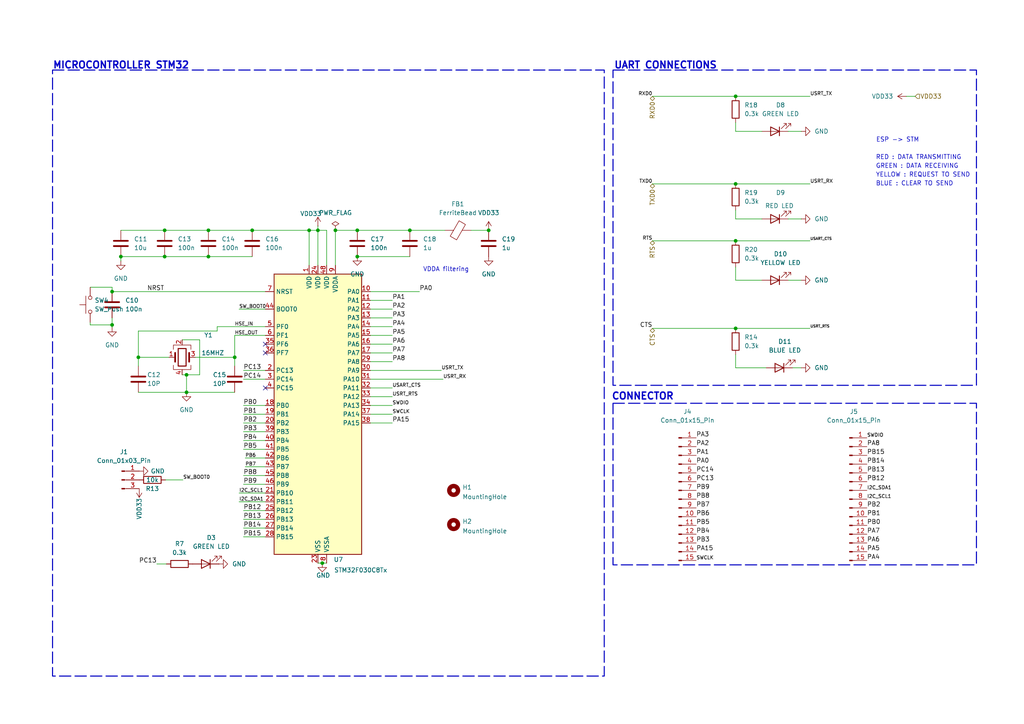
<source format=kicad_sch>
(kicad_sch
	(version 20250114)
	(generator "eeschema")
	(generator_version "9.0")
	(uuid "62912866-0d5a-49f3-8e1f-6bded128a7b7")
	(paper "A4")
	(title_block
		(title "STM32 ")
		(date "2025-07-25")
		(rev "1")
		(company "OMKAR NANAJKAR")
	)
	(lib_symbols
		(symbol "Connector:Conn_01x03_Pin"
			(pin_names
				(offset 1.016)
				(hide yes)
			)
			(exclude_from_sim no)
			(in_bom yes)
			(on_board yes)
			(property "Reference" "J"
				(at 0 5.08 0)
				(effects
					(font
						(size 1.27 1.27)
					)
				)
			)
			(property "Value" "Conn_01x03_Pin"
				(at 0 -5.08 0)
				(effects
					(font
						(size 1.27 1.27)
					)
				)
			)
			(property "Footprint" ""
				(at 0 0 0)
				(effects
					(font
						(size 1.27 1.27)
					)
					(hide yes)
				)
			)
			(property "Datasheet" "~"
				(at 0 0 0)
				(effects
					(font
						(size 1.27 1.27)
					)
					(hide yes)
				)
			)
			(property "Description" "Generic connector, single row, 01x03, script generated"
				(at 0 0 0)
				(effects
					(font
						(size 1.27 1.27)
					)
					(hide yes)
				)
			)
			(property "ki_locked" ""
				(at 0 0 0)
				(effects
					(font
						(size 1.27 1.27)
					)
				)
			)
			(property "ki_keywords" "connector"
				(at 0 0 0)
				(effects
					(font
						(size 1.27 1.27)
					)
					(hide yes)
				)
			)
			(property "ki_fp_filters" "Connector*:*_1x??_*"
				(at 0 0 0)
				(effects
					(font
						(size 1.27 1.27)
					)
					(hide yes)
				)
			)
			(symbol "Conn_01x03_Pin_1_1"
				(rectangle
					(start 0.8636 2.667)
					(end 0 2.413)
					(stroke
						(width 0.1524)
						(type default)
					)
					(fill
						(type outline)
					)
				)
				(rectangle
					(start 0.8636 0.127)
					(end 0 -0.127)
					(stroke
						(width 0.1524)
						(type default)
					)
					(fill
						(type outline)
					)
				)
				(rectangle
					(start 0.8636 -2.413)
					(end 0 -2.667)
					(stroke
						(width 0.1524)
						(type default)
					)
					(fill
						(type outline)
					)
				)
				(polyline
					(pts
						(xy 1.27 2.54) (xy 0.8636 2.54)
					)
					(stroke
						(width 0.1524)
						(type default)
					)
					(fill
						(type none)
					)
				)
				(polyline
					(pts
						(xy 1.27 0) (xy 0.8636 0)
					)
					(stroke
						(width 0.1524)
						(type default)
					)
					(fill
						(type none)
					)
				)
				(polyline
					(pts
						(xy 1.27 -2.54) (xy 0.8636 -2.54)
					)
					(stroke
						(width 0.1524)
						(type default)
					)
					(fill
						(type none)
					)
				)
				(pin passive line
					(at 5.08 2.54 180)
					(length 3.81)
					(name "Pin_1"
						(effects
							(font
								(size 1.27 1.27)
							)
						)
					)
					(number "1"
						(effects
							(font
								(size 1.27 1.27)
							)
						)
					)
				)
				(pin passive line
					(at 5.08 0 180)
					(length 3.81)
					(name "Pin_2"
						(effects
							(font
								(size 1.27 1.27)
							)
						)
					)
					(number "2"
						(effects
							(font
								(size 1.27 1.27)
							)
						)
					)
				)
				(pin passive line
					(at 5.08 -2.54 180)
					(length 3.81)
					(name "Pin_3"
						(effects
							(font
								(size 1.27 1.27)
							)
						)
					)
					(number "3"
						(effects
							(font
								(size 1.27 1.27)
							)
						)
					)
				)
			)
			(embedded_fonts no)
		)
		(symbol "Connector:Conn_01x15_Pin"
			(pin_names
				(offset 1.016)
				(hide yes)
			)
			(exclude_from_sim no)
			(in_bom yes)
			(on_board yes)
			(property "Reference" "J"
				(at 0 20.32 0)
				(effects
					(font
						(size 1.27 1.27)
					)
				)
			)
			(property "Value" "Conn_01x15_Pin"
				(at 0 -20.32 0)
				(effects
					(font
						(size 1.27 1.27)
					)
				)
			)
			(property "Footprint" ""
				(at 0 0 0)
				(effects
					(font
						(size 1.27 1.27)
					)
					(hide yes)
				)
			)
			(property "Datasheet" "~"
				(at 0 0 0)
				(effects
					(font
						(size 1.27 1.27)
					)
					(hide yes)
				)
			)
			(property "Description" "Generic connector, single row, 01x15, script generated"
				(at 0 0 0)
				(effects
					(font
						(size 1.27 1.27)
					)
					(hide yes)
				)
			)
			(property "ki_locked" ""
				(at 0 0 0)
				(effects
					(font
						(size 1.27 1.27)
					)
				)
			)
			(property "ki_keywords" "connector"
				(at 0 0 0)
				(effects
					(font
						(size 1.27 1.27)
					)
					(hide yes)
				)
			)
			(property "ki_fp_filters" "Connector*:*_1x??_*"
				(at 0 0 0)
				(effects
					(font
						(size 1.27 1.27)
					)
					(hide yes)
				)
			)
			(symbol "Conn_01x15_Pin_1_1"
				(rectangle
					(start 0.8636 17.907)
					(end 0 17.653)
					(stroke
						(width 0.1524)
						(type default)
					)
					(fill
						(type outline)
					)
				)
				(rectangle
					(start 0.8636 15.367)
					(end 0 15.113)
					(stroke
						(width 0.1524)
						(type default)
					)
					(fill
						(type outline)
					)
				)
				(rectangle
					(start 0.8636 12.827)
					(end 0 12.573)
					(stroke
						(width 0.1524)
						(type default)
					)
					(fill
						(type outline)
					)
				)
				(rectangle
					(start 0.8636 10.287)
					(end 0 10.033)
					(stroke
						(width 0.1524)
						(type default)
					)
					(fill
						(type outline)
					)
				)
				(rectangle
					(start 0.8636 7.747)
					(end 0 7.493)
					(stroke
						(width 0.1524)
						(type default)
					)
					(fill
						(type outline)
					)
				)
				(rectangle
					(start 0.8636 5.207)
					(end 0 4.953)
					(stroke
						(width 0.1524)
						(type default)
					)
					(fill
						(type outline)
					)
				)
				(rectangle
					(start 0.8636 2.667)
					(end 0 2.413)
					(stroke
						(width 0.1524)
						(type default)
					)
					(fill
						(type outline)
					)
				)
				(rectangle
					(start 0.8636 0.127)
					(end 0 -0.127)
					(stroke
						(width 0.1524)
						(type default)
					)
					(fill
						(type outline)
					)
				)
				(rectangle
					(start 0.8636 -2.413)
					(end 0 -2.667)
					(stroke
						(width 0.1524)
						(type default)
					)
					(fill
						(type outline)
					)
				)
				(rectangle
					(start 0.8636 -4.953)
					(end 0 -5.207)
					(stroke
						(width 0.1524)
						(type default)
					)
					(fill
						(type outline)
					)
				)
				(rectangle
					(start 0.8636 -7.493)
					(end 0 -7.747)
					(stroke
						(width 0.1524)
						(type default)
					)
					(fill
						(type outline)
					)
				)
				(rectangle
					(start 0.8636 -10.033)
					(end 0 -10.287)
					(stroke
						(width 0.1524)
						(type default)
					)
					(fill
						(type outline)
					)
				)
				(rectangle
					(start 0.8636 -12.573)
					(end 0 -12.827)
					(stroke
						(width 0.1524)
						(type default)
					)
					(fill
						(type outline)
					)
				)
				(rectangle
					(start 0.8636 -15.113)
					(end 0 -15.367)
					(stroke
						(width 0.1524)
						(type default)
					)
					(fill
						(type outline)
					)
				)
				(rectangle
					(start 0.8636 -17.653)
					(end 0 -17.907)
					(stroke
						(width 0.1524)
						(type default)
					)
					(fill
						(type outline)
					)
				)
				(polyline
					(pts
						(xy 1.27 17.78) (xy 0.8636 17.78)
					)
					(stroke
						(width 0.1524)
						(type default)
					)
					(fill
						(type none)
					)
				)
				(polyline
					(pts
						(xy 1.27 15.24) (xy 0.8636 15.24)
					)
					(stroke
						(width 0.1524)
						(type default)
					)
					(fill
						(type none)
					)
				)
				(polyline
					(pts
						(xy 1.27 12.7) (xy 0.8636 12.7)
					)
					(stroke
						(width 0.1524)
						(type default)
					)
					(fill
						(type none)
					)
				)
				(polyline
					(pts
						(xy 1.27 10.16) (xy 0.8636 10.16)
					)
					(stroke
						(width 0.1524)
						(type default)
					)
					(fill
						(type none)
					)
				)
				(polyline
					(pts
						(xy 1.27 7.62) (xy 0.8636 7.62)
					)
					(stroke
						(width 0.1524)
						(type default)
					)
					(fill
						(type none)
					)
				)
				(polyline
					(pts
						(xy 1.27 5.08) (xy 0.8636 5.08)
					)
					(stroke
						(width 0.1524)
						(type default)
					)
					(fill
						(type none)
					)
				)
				(polyline
					(pts
						(xy 1.27 2.54) (xy 0.8636 2.54)
					)
					(stroke
						(width 0.1524)
						(type default)
					)
					(fill
						(type none)
					)
				)
				(polyline
					(pts
						(xy 1.27 0) (xy 0.8636 0)
					)
					(stroke
						(width 0.1524)
						(type default)
					)
					(fill
						(type none)
					)
				)
				(polyline
					(pts
						(xy 1.27 -2.54) (xy 0.8636 -2.54)
					)
					(stroke
						(width 0.1524)
						(type default)
					)
					(fill
						(type none)
					)
				)
				(polyline
					(pts
						(xy 1.27 -5.08) (xy 0.8636 -5.08)
					)
					(stroke
						(width 0.1524)
						(type default)
					)
					(fill
						(type none)
					)
				)
				(polyline
					(pts
						(xy 1.27 -7.62) (xy 0.8636 -7.62)
					)
					(stroke
						(width 0.1524)
						(type default)
					)
					(fill
						(type none)
					)
				)
				(polyline
					(pts
						(xy 1.27 -10.16) (xy 0.8636 -10.16)
					)
					(stroke
						(width 0.1524)
						(type default)
					)
					(fill
						(type none)
					)
				)
				(polyline
					(pts
						(xy 1.27 -12.7) (xy 0.8636 -12.7)
					)
					(stroke
						(width 0.1524)
						(type default)
					)
					(fill
						(type none)
					)
				)
				(polyline
					(pts
						(xy 1.27 -15.24) (xy 0.8636 -15.24)
					)
					(stroke
						(width 0.1524)
						(type default)
					)
					(fill
						(type none)
					)
				)
				(polyline
					(pts
						(xy 1.27 -17.78) (xy 0.8636 -17.78)
					)
					(stroke
						(width 0.1524)
						(type default)
					)
					(fill
						(type none)
					)
				)
				(pin passive line
					(at 5.08 17.78 180)
					(length 3.81)
					(name "Pin_1"
						(effects
							(font
								(size 1.27 1.27)
							)
						)
					)
					(number "1"
						(effects
							(font
								(size 1.27 1.27)
							)
						)
					)
				)
				(pin passive line
					(at 5.08 15.24 180)
					(length 3.81)
					(name "Pin_2"
						(effects
							(font
								(size 1.27 1.27)
							)
						)
					)
					(number "2"
						(effects
							(font
								(size 1.27 1.27)
							)
						)
					)
				)
				(pin passive line
					(at 5.08 12.7 180)
					(length 3.81)
					(name "Pin_3"
						(effects
							(font
								(size 1.27 1.27)
							)
						)
					)
					(number "3"
						(effects
							(font
								(size 1.27 1.27)
							)
						)
					)
				)
				(pin passive line
					(at 5.08 10.16 180)
					(length 3.81)
					(name "Pin_4"
						(effects
							(font
								(size 1.27 1.27)
							)
						)
					)
					(number "4"
						(effects
							(font
								(size 1.27 1.27)
							)
						)
					)
				)
				(pin passive line
					(at 5.08 7.62 180)
					(length 3.81)
					(name "Pin_5"
						(effects
							(font
								(size 1.27 1.27)
							)
						)
					)
					(number "5"
						(effects
							(font
								(size 1.27 1.27)
							)
						)
					)
				)
				(pin passive line
					(at 5.08 5.08 180)
					(length 3.81)
					(name "Pin_6"
						(effects
							(font
								(size 1.27 1.27)
							)
						)
					)
					(number "6"
						(effects
							(font
								(size 1.27 1.27)
							)
						)
					)
				)
				(pin passive line
					(at 5.08 2.54 180)
					(length 3.81)
					(name "Pin_7"
						(effects
							(font
								(size 1.27 1.27)
							)
						)
					)
					(number "7"
						(effects
							(font
								(size 1.27 1.27)
							)
						)
					)
				)
				(pin passive line
					(at 5.08 0 180)
					(length 3.81)
					(name "Pin_8"
						(effects
							(font
								(size 1.27 1.27)
							)
						)
					)
					(number "8"
						(effects
							(font
								(size 1.27 1.27)
							)
						)
					)
				)
				(pin passive line
					(at 5.08 -2.54 180)
					(length 3.81)
					(name "Pin_9"
						(effects
							(font
								(size 1.27 1.27)
							)
						)
					)
					(number "9"
						(effects
							(font
								(size 1.27 1.27)
							)
						)
					)
				)
				(pin passive line
					(at 5.08 -5.08 180)
					(length 3.81)
					(name "Pin_10"
						(effects
							(font
								(size 1.27 1.27)
							)
						)
					)
					(number "10"
						(effects
							(font
								(size 1.27 1.27)
							)
						)
					)
				)
				(pin passive line
					(at 5.08 -7.62 180)
					(length 3.81)
					(name "Pin_11"
						(effects
							(font
								(size 1.27 1.27)
							)
						)
					)
					(number "11"
						(effects
							(font
								(size 1.27 1.27)
							)
						)
					)
				)
				(pin passive line
					(at 5.08 -10.16 180)
					(length 3.81)
					(name "Pin_12"
						(effects
							(font
								(size 1.27 1.27)
							)
						)
					)
					(number "12"
						(effects
							(font
								(size 1.27 1.27)
							)
						)
					)
				)
				(pin passive line
					(at 5.08 -12.7 180)
					(length 3.81)
					(name "Pin_13"
						(effects
							(font
								(size 1.27 1.27)
							)
						)
					)
					(number "13"
						(effects
							(font
								(size 1.27 1.27)
							)
						)
					)
				)
				(pin passive line
					(at 5.08 -15.24 180)
					(length 3.81)
					(name "Pin_14"
						(effects
							(font
								(size 1.27 1.27)
							)
						)
					)
					(number "14"
						(effects
							(font
								(size 1.27 1.27)
							)
						)
					)
				)
				(pin passive line
					(at 5.08 -17.78 180)
					(length 3.81)
					(name "Pin_15"
						(effects
							(font
								(size 1.27 1.27)
							)
						)
					)
					(number "15"
						(effects
							(font
								(size 1.27 1.27)
							)
						)
					)
				)
			)
			(embedded_fonts no)
		)
		(symbol "Device:C"
			(pin_numbers
				(hide yes)
			)
			(pin_names
				(offset 0.254)
			)
			(exclude_from_sim no)
			(in_bom yes)
			(on_board yes)
			(property "Reference" "C"
				(at 0.635 2.54 0)
				(effects
					(font
						(size 1.27 1.27)
					)
					(justify left)
				)
			)
			(property "Value" "C"
				(at 0.635 -2.54 0)
				(effects
					(font
						(size 1.27 1.27)
					)
					(justify left)
				)
			)
			(property "Footprint" ""
				(at 0.9652 -3.81 0)
				(effects
					(font
						(size 1.27 1.27)
					)
					(hide yes)
				)
			)
			(property "Datasheet" "~"
				(at 0 0 0)
				(effects
					(font
						(size 1.27 1.27)
					)
					(hide yes)
				)
			)
			(property "Description" "Unpolarized capacitor"
				(at 0 0 0)
				(effects
					(font
						(size 1.27 1.27)
					)
					(hide yes)
				)
			)
			(property "ki_keywords" "cap capacitor"
				(at 0 0 0)
				(effects
					(font
						(size 1.27 1.27)
					)
					(hide yes)
				)
			)
			(property "ki_fp_filters" "C_*"
				(at 0 0 0)
				(effects
					(font
						(size 1.27 1.27)
					)
					(hide yes)
				)
			)
			(symbol "C_0_1"
				(polyline
					(pts
						(xy -2.032 0.762) (xy 2.032 0.762)
					)
					(stroke
						(width 0.508)
						(type default)
					)
					(fill
						(type none)
					)
				)
				(polyline
					(pts
						(xy -2.032 -0.762) (xy 2.032 -0.762)
					)
					(stroke
						(width 0.508)
						(type default)
					)
					(fill
						(type none)
					)
				)
			)
			(symbol "C_1_1"
				(pin passive line
					(at 0 3.81 270)
					(length 2.794)
					(name "~"
						(effects
							(font
								(size 1.27 1.27)
							)
						)
					)
					(number "1"
						(effects
							(font
								(size 1.27 1.27)
							)
						)
					)
				)
				(pin passive line
					(at 0 -3.81 90)
					(length 2.794)
					(name "~"
						(effects
							(font
								(size 1.27 1.27)
							)
						)
					)
					(number "2"
						(effects
							(font
								(size 1.27 1.27)
							)
						)
					)
				)
			)
			(embedded_fonts no)
		)
		(symbol "Device:Crystal_GND24"
			(pin_names
				(offset 1.016)
				(hide yes)
			)
			(exclude_from_sim no)
			(in_bom yes)
			(on_board yes)
			(property "Reference" "Y"
				(at 3.175 5.08 0)
				(effects
					(font
						(size 1.27 1.27)
					)
					(justify left)
				)
			)
			(property "Value" "Crystal_GND24"
				(at 3.175 3.175 0)
				(effects
					(font
						(size 1.27 1.27)
					)
					(justify left)
				)
			)
			(property "Footprint" ""
				(at 0 0 0)
				(effects
					(font
						(size 1.27 1.27)
					)
					(hide yes)
				)
			)
			(property "Datasheet" "~"
				(at 0 0 0)
				(effects
					(font
						(size 1.27 1.27)
					)
					(hide yes)
				)
			)
			(property "Description" "Four pin crystal, GND on pins 2 and 4"
				(at 0 0 0)
				(effects
					(font
						(size 1.27 1.27)
					)
					(hide yes)
				)
			)
			(property "ki_keywords" "quartz ceramic resonator oscillator"
				(at 0 0 0)
				(effects
					(font
						(size 1.27 1.27)
					)
					(hide yes)
				)
			)
			(property "ki_fp_filters" "Crystal*"
				(at 0 0 0)
				(effects
					(font
						(size 1.27 1.27)
					)
					(hide yes)
				)
			)
			(symbol "Crystal_GND24_0_1"
				(polyline
					(pts
						(xy -2.54 2.286) (xy -2.54 3.556) (xy 2.54 3.556) (xy 2.54 2.286)
					)
					(stroke
						(width 0)
						(type default)
					)
					(fill
						(type none)
					)
				)
				(polyline
					(pts
						(xy -2.54 0) (xy -2.032 0)
					)
					(stroke
						(width 0)
						(type default)
					)
					(fill
						(type none)
					)
				)
				(polyline
					(pts
						(xy -2.54 -2.286) (xy -2.54 -3.556) (xy 2.54 -3.556) (xy 2.54 -2.286)
					)
					(stroke
						(width 0)
						(type default)
					)
					(fill
						(type none)
					)
				)
				(polyline
					(pts
						(xy -2.032 -1.27) (xy -2.032 1.27)
					)
					(stroke
						(width 0.508)
						(type default)
					)
					(fill
						(type none)
					)
				)
				(rectangle
					(start -1.143 2.54)
					(end 1.143 -2.54)
					(stroke
						(width 0.3048)
						(type default)
					)
					(fill
						(type none)
					)
				)
				(polyline
					(pts
						(xy 0 3.556) (xy 0 3.81)
					)
					(stroke
						(width 0)
						(type default)
					)
					(fill
						(type none)
					)
				)
				(polyline
					(pts
						(xy 0 -3.81) (xy 0 -3.556)
					)
					(stroke
						(width 0)
						(type default)
					)
					(fill
						(type none)
					)
				)
				(polyline
					(pts
						(xy 2.032 0) (xy 2.54 0)
					)
					(stroke
						(width 0)
						(type default)
					)
					(fill
						(type none)
					)
				)
				(polyline
					(pts
						(xy 2.032 -1.27) (xy 2.032 1.27)
					)
					(stroke
						(width 0.508)
						(type default)
					)
					(fill
						(type none)
					)
				)
			)
			(symbol "Crystal_GND24_1_1"
				(pin passive line
					(at -3.81 0 0)
					(length 1.27)
					(name "1"
						(effects
							(font
								(size 1.27 1.27)
							)
						)
					)
					(number "1"
						(effects
							(font
								(size 1.27 1.27)
							)
						)
					)
				)
				(pin passive line
					(at 0 5.08 270)
					(length 1.27)
					(name "2"
						(effects
							(font
								(size 1.27 1.27)
							)
						)
					)
					(number "2"
						(effects
							(font
								(size 1.27 1.27)
							)
						)
					)
				)
				(pin passive line
					(at 0 -5.08 90)
					(length 1.27)
					(name "4"
						(effects
							(font
								(size 1.27 1.27)
							)
						)
					)
					(number "4"
						(effects
							(font
								(size 1.27 1.27)
							)
						)
					)
				)
				(pin passive line
					(at 3.81 0 180)
					(length 1.27)
					(name "3"
						(effects
							(font
								(size 1.27 1.27)
							)
						)
					)
					(number "3"
						(effects
							(font
								(size 1.27 1.27)
							)
						)
					)
				)
			)
			(embedded_fonts no)
		)
		(symbol "Device:FerriteBead"
			(pin_numbers
				(hide yes)
			)
			(pin_names
				(offset 0)
			)
			(exclude_from_sim no)
			(in_bom yes)
			(on_board yes)
			(property "Reference" "FB"
				(at -3.81 0.635 90)
				(effects
					(font
						(size 1.27 1.27)
					)
				)
			)
			(property "Value" "FerriteBead"
				(at 3.81 0 90)
				(effects
					(font
						(size 1.27 1.27)
					)
				)
			)
			(property "Footprint" ""
				(at -1.778 0 90)
				(effects
					(font
						(size 1.27 1.27)
					)
					(hide yes)
				)
			)
			(property "Datasheet" "~"
				(at 0 0 0)
				(effects
					(font
						(size 1.27 1.27)
					)
					(hide yes)
				)
			)
			(property "Description" "Ferrite bead"
				(at 0 0 0)
				(effects
					(font
						(size 1.27 1.27)
					)
					(hide yes)
				)
			)
			(property "ki_keywords" "L ferrite bead inductor filter"
				(at 0 0 0)
				(effects
					(font
						(size 1.27 1.27)
					)
					(hide yes)
				)
			)
			(property "ki_fp_filters" "Inductor_* L_* *Ferrite*"
				(at 0 0 0)
				(effects
					(font
						(size 1.27 1.27)
					)
					(hide yes)
				)
			)
			(symbol "FerriteBead_0_1"
				(polyline
					(pts
						(xy -2.7686 0.4064) (xy -1.7018 2.2606) (xy 2.7686 -0.3048) (xy 1.6764 -2.159) (xy -2.7686 0.4064)
					)
					(stroke
						(width 0)
						(type default)
					)
					(fill
						(type none)
					)
				)
				(polyline
					(pts
						(xy 0 1.27) (xy 0 1.2954)
					)
					(stroke
						(width 0)
						(type default)
					)
					(fill
						(type none)
					)
				)
				(polyline
					(pts
						(xy 0 -1.27) (xy 0 -1.2192)
					)
					(stroke
						(width 0)
						(type default)
					)
					(fill
						(type none)
					)
				)
			)
			(symbol "FerriteBead_1_1"
				(pin passive line
					(at 0 3.81 270)
					(length 2.54)
					(name "~"
						(effects
							(font
								(size 1.27 1.27)
							)
						)
					)
					(number "1"
						(effects
							(font
								(size 1.27 1.27)
							)
						)
					)
				)
				(pin passive line
					(at 0 -3.81 90)
					(length 2.54)
					(name "~"
						(effects
							(font
								(size 1.27 1.27)
							)
						)
					)
					(number "2"
						(effects
							(font
								(size 1.27 1.27)
							)
						)
					)
				)
			)
			(embedded_fonts no)
		)
		(symbol "Device:LED"
			(pin_numbers
				(hide yes)
			)
			(pin_names
				(offset 1.016)
				(hide yes)
			)
			(exclude_from_sim no)
			(in_bom yes)
			(on_board yes)
			(property "Reference" "D"
				(at 0 2.54 0)
				(effects
					(font
						(size 1.27 1.27)
					)
				)
			)
			(property "Value" "LED"
				(at 0 -2.54 0)
				(effects
					(font
						(size 1.27 1.27)
					)
				)
			)
			(property "Footprint" ""
				(at 0 0 0)
				(effects
					(font
						(size 1.27 1.27)
					)
					(hide yes)
				)
			)
			(property "Datasheet" "~"
				(at 0 0 0)
				(effects
					(font
						(size 1.27 1.27)
					)
					(hide yes)
				)
			)
			(property "Description" "Light emitting diode"
				(at 0 0 0)
				(effects
					(font
						(size 1.27 1.27)
					)
					(hide yes)
				)
			)
			(property "Sim.Pins" "1=K 2=A"
				(at 0 0 0)
				(effects
					(font
						(size 1.27 1.27)
					)
					(hide yes)
				)
			)
			(property "ki_keywords" "LED diode"
				(at 0 0 0)
				(effects
					(font
						(size 1.27 1.27)
					)
					(hide yes)
				)
			)
			(property "ki_fp_filters" "LED* LED_SMD:* LED_THT:*"
				(at 0 0 0)
				(effects
					(font
						(size 1.27 1.27)
					)
					(hide yes)
				)
			)
			(symbol "LED_0_1"
				(polyline
					(pts
						(xy -3.048 -0.762) (xy -4.572 -2.286) (xy -3.81 -2.286) (xy -4.572 -2.286) (xy -4.572 -1.524)
					)
					(stroke
						(width 0)
						(type default)
					)
					(fill
						(type none)
					)
				)
				(polyline
					(pts
						(xy -1.778 -0.762) (xy -3.302 -2.286) (xy -2.54 -2.286) (xy -3.302 -2.286) (xy -3.302 -1.524)
					)
					(stroke
						(width 0)
						(type default)
					)
					(fill
						(type none)
					)
				)
				(polyline
					(pts
						(xy -1.27 0) (xy 1.27 0)
					)
					(stroke
						(width 0)
						(type default)
					)
					(fill
						(type none)
					)
				)
				(polyline
					(pts
						(xy -1.27 -1.27) (xy -1.27 1.27)
					)
					(stroke
						(width 0.254)
						(type default)
					)
					(fill
						(type none)
					)
				)
				(polyline
					(pts
						(xy 1.27 -1.27) (xy 1.27 1.27) (xy -1.27 0) (xy 1.27 -1.27)
					)
					(stroke
						(width 0.254)
						(type default)
					)
					(fill
						(type none)
					)
				)
			)
			(symbol "LED_1_1"
				(pin passive line
					(at -3.81 0 0)
					(length 2.54)
					(name "K"
						(effects
							(font
								(size 1.27 1.27)
							)
						)
					)
					(number "1"
						(effects
							(font
								(size 1.27 1.27)
							)
						)
					)
				)
				(pin passive line
					(at 3.81 0 180)
					(length 2.54)
					(name "A"
						(effects
							(font
								(size 1.27 1.27)
							)
						)
					)
					(number "2"
						(effects
							(font
								(size 1.27 1.27)
							)
						)
					)
				)
			)
			(embedded_fonts no)
		)
		(symbol "Device:R"
			(pin_numbers
				(hide yes)
			)
			(pin_names
				(offset 0)
			)
			(exclude_from_sim no)
			(in_bom yes)
			(on_board yes)
			(property "Reference" "R"
				(at 2.032 0 90)
				(effects
					(font
						(size 1.27 1.27)
					)
				)
			)
			(property "Value" "R"
				(at 0 0 90)
				(effects
					(font
						(size 1.27 1.27)
					)
				)
			)
			(property "Footprint" ""
				(at -1.778 0 90)
				(effects
					(font
						(size 1.27 1.27)
					)
					(hide yes)
				)
			)
			(property "Datasheet" "~"
				(at 0 0 0)
				(effects
					(font
						(size 1.27 1.27)
					)
					(hide yes)
				)
			)
			(property "Description" "Resistor"
				(at 0 0 0)
				(effects
					(font
						(size 1.27 1.27)
					)
					(hide yes)
				)
			)
			(property "ki_keywords" "R res resistor"
				(at 0 0 0)
				(effects
					(font
						(size 1.27 1.27)
					)
					(hide yes)
				)
			)
			(property "ki_fp_filters" "R_*"
				(at 0 0 0)
				(effects
					(font
						(size 1.27 1.27)
					)
					(hide yes)
				)
			)
			(symbol "R_0_1"
				(rectangle
					(start -1.016 -2.54)
					(end 1.016 2.54)
					(stroke
						(width 0.254)
						(type default)
					)
					(fill
						(type none)
					)
				)
			)
			(symbol "R_1_1"
				(pin passive line
					(at 0 3.81 270)
					(length 1.27)
					(name "~"
						(effects
							(font
								(size 1.27 1.27)
							)
						)
					)
					(number "1"
						(effects
							(font
								(size 1.27 1.27)
							)
						)
					)
				)
				(pin passive line
					(at 0 -3.81 90)
					(length 1.27)
					(name "~"
						(effects
							(font
								(size 1.27 1.27)
							)
						)
					)
					(number "2"
						(effects
							(font
								(size 1.27 1.27)
							)
						)
					)
				)
			)
			(embedded_fonts no)
		)
		(symbol "MCU_ST_STM32F0:STM32F030C8Tx"
			(exclude_from_sim no)
			(in_bom yes)
			(on_board yes)
			(property "Reference" "U"
				(at -12.7 41.91 0)
				(effects
					(font
						(size 1.27 1.27)
					)
					(justify left)
				)
			)
			(property "Value" "STM32F030C8Tx"
				(at 7.62 41.91 0)
				(effects
					(font
						(size 1.27 1.27)
					)
					(justify left)
				)
			)
			(property "Footprint" "Package_QFP:LQFP-48_7x7mm_P0.5mm"
				(at -12.7 -40.64 0)
				(effects
					(font
						(size 1.27 1.27)
					)
					(justify right)
					(hide yes)
				)
			)
			(property "Datasheet" "https://www.st.com/resource/en/datasheet/stm32f030c8.pdf"
				(at 0 0 0)
				(effects
					(font
						(size 1.27 1.27)
					)
					(hide yes)
				)
			)
			(property "Description" "STMicroelectronics Arm Cortex-M0 MCU, 64KB flash, 8KB RAM, 48 MHz, 2.4-3.6V, 39 GPIO, LQFP48"
				(at 0 0 0)
				(effects
					(font
						(size 1.27 1.27)
					)
					(hide yes)
				)
			)
			(property "ki_keywords" "Arm Cortex-M0 STM32F0 STM32F0x0 Value Line"
				(at 0 0 0)
				(effects
					(font
						(size 1.27 1.27)
					)
					(hide yes)
				)
			)
			(property "ki_fp_filters" "LQFP*7x7mm*P0.5mm*"
				(at 0 0 0)
				(effects
					(font
						(size 1.27 1.27)
					)
					(hide yes)
				)
			)
			(symbol "STM32F030C8Tx_0_1"
				(rectangle
					(start -12.7 -40.64)
					(end 12.7 40.64)
					(stroke
						(width 0.254)
						(type default)
					)
					(fill
						(type background)
					)
				)
			)
			(symbol "STM32F030C8Tx_1_1"
				(pin input line
					(at -15.24 35.56 0)
					(length 2.54)
					(name "NRST"
						(effects
							(font
								(size 1.27 1.27)
							)
						)
					)
					(number "7"
						(effects
							(font
								(size 1.27 1.27)
							)
						)
					)
				)
				(pin input line
					(at -15.24 30.48 0)
					(length 2.54)
					(name "BOOT0"
						(effects
							(font
								(size 1.27 1.27)
							)
						)
					)
					(number "44"
						(effects
							(font
								(size 1.27 1.27)
							)
						)
					)
				)
				(pin bidirectional line
					(at -15.24 25.4 0)
					(length 2.54)
					(name "PF0"
						(effects
							(font
								(size 1.27 1.27)
							)
						)
					)
					(number "5"
						(effects
							(font
								(size 1.27 1.27)
							)
						)
					)
					(alternate "RCC_OSC_IN" bidirectional line)
				)
				(pin bidirectional line
					(at -15.24 22.86 0)
					(length 2.54)
					(name "PF1"
						(effects
							(font
								(size 1.27 1.27)
							)
						)
					)
					(number "6"
						(effects
							(font
								(size 1.27 1.27)
							)
						)
					)
					(alternate "RCC_OSC_OUT" bidirectional line)
				)
				(pin bidirectional line
					(at -15.24 20.32 0)
					(length 2.54)
					(name "PF6"
						(effects
							(font
								(size 1.27 1.27)
							)
						)
					)
					(number "35"
						(effects
							(font
								(size 1.27 1.27)
							)
						)
					)
					(alternate "I2C2_SCL" bidirectional line)
				)
				(pin bidirectional line
					(at -15.24 17.78 0)
					(length 2.54)
					(name "PF7"
						(effects
							(font
								(size 1.27 1.27)
							)
						)
					)
					(number "36"
						(effects
							(font
								(size 1.27 1.27)
							)
						)
					)
					(alternate "I2C2_SDA" bidirectional line)
				)
				(pin bidirectional line
					(at -15.24 12.7 0)
					(length 2.54)
					(name "PC13"
						(effects
							(font
								(size 1.27 1.27)
							)
						)
					)
					(number "2"
						(effects
							(font
								(size 1.27 1.27)
							)
						)
					)
					(alternate "RTC_OUT_ALARM" bidirectional line)
					(alternate "RTC_OUT_CALIB" bidirectional line)
					(alternate "RTC_TAMP1" bidirectional line)
					(alternate "RTC_TS" bidirectional line)
					(alternate "SYS_WKUP2" bidirectional line)
				)
				(pin bidirectional line
					(at -15.24 10.16 0)
					(length 2.54)
					(name "PC14"
						(effects
							(font
								(size 1.27 1.27)
							)
						)
					)
					(number "3"
						(effects
							(font
								(size 1.27 1.27)
							)
						)
					)
					(alternate "RCC_OSC32_IN" bidirectional line)
				)
				(pin bidirectional line
					(at -15.24 7.62 0)
					(length 2.54)
					(name "PC15"
						(effects
							(font
								(size 1.27 1.27)
							)
						)
					)
					(number "4"
						(effects
							(font
								(size 1.27 1.27)
							)
						)
					)
					(alternate "RCC_OSC32_OUT" bidirectional line)
				)
				(pin bidirectional line
					(at -15.24 2.54 0)
					(length 2.54)
					(name "PB0"
						(effects
							(font
								(size 1.27 1.27)
							)
						)
					)
					(number "18"
						(effects
							(font
								(size 1.27 1.27)
							)
						)
					)
					(alternate "ADC_IN8" bidirectional line)
					(alternate "TIM1_CH2N" bidirectional line)
					(alternate "TIM3_CH3" bidirectional line)
				)
				(pin bidirectional line
					(at -15.24 0 0)
					(length 2.54)
					(name "PB1"
						(effects
							(font
								(size 1.27 1.27)
							)
						)
					)
					(number "19"
						(effects
							(font
								(size 1.27 1.27)
							)
						)
					)
					(alternate "ADC_IN9" bidirectional line)
					(alternate "TIM14_CH1" bidirectional line)
					(alternate "TIM1_CH3N" bidirectional line)
					(alternate "TIM3_CH4" bidirectional line)
				)
				(pin bidirectional line
					(at -15.24 -2.54 0)
					(length 2.54)
					(name "PB2"
						(effects
							(font
								(size 1.27 1.27)
							)
						)
					)
					(number "20"
						(effects
							(font
								(size 1.27 1.27)
							)
						)
					)
				)
				(pin bidirectional line
					(at -15.24 -5.08 0)
					(length 2.54)
					(name "PB3"
						(effects
							(font
								(size 1.27 1.27)
							)
						)
					)
					(number "39"
						(effects
							(font
								(size 1.27 1.27)
							)
						)
					)
					(alternate "SPI1_SCK" bidirectional line)
				)
				(pin bidirectional line
					(at -15.24 -7.62 0)
					(length 2.54)
					(name "PB4"
						(effects
							(font
								(size 1.27 1.27)
							)
						)
					)
					(number "40"
						(effects
							(font
								(size 1.27 1.27)
							)
						)
					)
					(alternate "SPI1_MISO" bidirectional line)
					(alternate "TIM3_CH1" bidirectional line)
				)
				(pin bidirectional line
					(at -15.24 -10.16 0)
					(length 2.54)
					(name "PB5"
						(effects
							(font
								(size 1.27 1.27)
							)
						)
					)
					(number "41"
						(effects
							(font
								(size 1.27 1.27)
							)
						)
					)
					(alternate "I2C1_SMBA" bidirectional line)
					(alternate "SPI1_MOSI" bidirectional line)
					(alternate "TIM16_BKIN" bidirectional line)
					(alternate "TIM3_CH2" bidirectional line)
				)
				(pin bidirectional line
					(at -15.24 -12.7 0)
					(length 2.54)
					(name "PB6"
						(effects
							(font
								(size 1.27 1.27)
							)
						)
					)
					(number "42"
						(effects
							(font
								(size 1.27 1.27)
							)
						)
					)
					(alternate "I2C1_SCL" bidirectional line)
					(alternate "TIM16_CH1N" bidirectional line)
					(alternate "USART1_TX" bidirectional line)
				)
				(pin bidirectional line
					(at -15.24 -15.24 0)
					(length 2.54)
					(name "PB7"
						(effects
							(font
								(size 1.27 1.27)
							)
						)
					)
					(number "43"
						(effects
							(font
								(size 1.27 1.27)
							)
						)
					)
					(alternate "I2C1_SDA" bidirectional line)
					(alternate "TIM17_CH1N" bidirectional line)
					(alternate "USART1_RX" bidirectional line)
				)
				(pin bidirectional line
					(at -15.24 -17.78 0)
					(length 2.54)
					(name "PB8"
						(effects
							(font
								(size 1.27 1.27)
							)
						)
					)
					(number "45"
						(effects
							(font
								(size 1.27 1.27)
							)
						)
					)
					(alternate "I2C1_SCL" bidirectional line)
					(alternate "TIM16_CH1" bidirectional line)
				)
				(pin bidirectional line
					(at -15.24 -20.32 0)
					(length 2.54)
					(name "PB9"
						(effects
							(font
								(size 1.27 1.27)
							)
						)
					)
					(number "46"
						(effects
							(font
								(size 1.27 1.27)
							)
						)
					)
					(alternate "I2C1_SDA" bidirectional line)
					(alternate "IR_OUT" bidirectional line)
					(alternate "TIM17_CH1" bidirectional line)
				)
				(pin bidirectional line
					(at -15.24 -22.86 0)
					(length 2.54)
					(name "PB10"
						(effects
							(font
								(size 1.27 1.27)
							)
						)
					)
					(number "21"
						(effects
							(font
								(size 1.27 1.27)
							)
						)
					)
					(alternate "I2C2_SCL" bidirectional line)
				)
				(pin bidirectional line
					(at -15.24 -25.4 0)
					(length 2.54)
					(name "PB11"
						(effects
							(font
								(size 1.27 1.27)
							)
						)
					)
					(number "22"
						(effects
							(font
								(size 1.27 1.27)
							)
						)
					)
					(alternate "I2C2_SDA" bidirectional line)
				)
				(pin bidirectional line
					(at -15.24 -27.94 0)
					(length 2.54)
					(name "PB12"
						(effects
							(font
								(size 1.27 1.27)
							)
						)
					)
					(number "25"
						(effects
							(font
								(size 1.27 1.27)
							)
						)
					)
					(alternate "SPI2_NSS" bidirectional line)
					(alternate "TIM1_BKIN" bidirectional line)
				)
				(pin bidirectional line
					(at -15.24 -30.48 0)
					(length 2.54)
					(name "PB13"
						(effects
							(font
								(size 1.27 1.27)
							)
						)
					)
					(number "26"
						(effects
							(font
								(size 1.27 1.27)
							)
						)
					)
					(alternate "SPI2_SCK" bidirectional line)
					(alternate "TIM1_CH1N" bidirectional line)
				)
				(pin bidirectional line
					(at -15.24 -33.02 0)
					(length 2.54)
					(name "PB14"
						(effects
							(font
								(size 1.27 1.27)
							)
						)
					)
					(number "27"
						(effects
							(font
								(size 1.27 1.27)
							)
						)
					)
					(alternate "SPI2_MISO" bidirectional line)
					(alternate "TIM15_CH1" bidirectional line)
					(alternate "TIM1_CH2N" bidirectional line)
				)
				(pin bidirectional line
					(at -15.24 -35.56 0)
					(length 2.54)
					(name "PB15"
						(effects
							(font
								(size 1.27 1.27)
							)
						)
					)
					(number "28"
						(effects
							(font
								(size 1.27 1.27)
							)
						)
					)
					(alternate "RTC_REFIN" bidirectional line)
					(alternate "SPI2_MOSI" bidirectional line)
					(alternate "TIM15_CH1N" bidirectional line)
					(alternate "TIM15_CH2" bidirectional line)
					(alternate "TIM1_CH3N" bidirectional line)
				)
				(pin power_in line
					(at -2.54 43.18 270)
					(length 2.54)
					(name "VDD"
						(effects
							(font
								(size 1.27 1.27)
							)
						)
					)
					(number "1"
						(effects
							(font
								(size 1.27 1.27)
							)
						)
					)
				)
				(pin power_in line
					(at 0 43.18 270)
					(length 2.54)
					(name "VDD"
						(effects
							(font
								(size 1.27 1.27)
							)
						)
					)
					(number "24"
						(effects
							(font
								(size 1.27 1.27)
							)
						)
					)
				)
				(pin power_in line
					(at 0 -43.18 90)
					(length 2.54)
					(name "VSS"
						(effects
							(font
								(size 1.27 1.27)
							)
						)
					)
					(number "23"
						(effects
							(font
								(size 1.27 1.27)
							)
						)
					)
				)
				(pin passive line
					(at 0 -43.18 90)
					(length 2.54)
					(hide yes)
					(name "VSS"
						(effects
							(font
								(size 1.27 1.27)
							)
						)
					)
					(number "47"
						(effects
							(font
								(size 1.27 1.27)
							)
						)
					)
				)
				(pin power_in line
					(at 2.54 43.18 270)
					(length 2.54)
					(name "VDD"
						(effects
							(font
								(size 1.27 1.27)
							)
						)
					)
					(number "48"
						(effects
							(font
								(size 1.27 1.27)
							)
						)
					)
				)
				(pin power_in line
					(at 2.54 -43.18 90)
					(length 2.54)
					(name "VSSA"
						(effects
							(font
								(size 1.27 1.27)
							)
						)
					)
					(number "8"
						(effects
							(font
								(size 1.27 1.27)
							)
						)
					)
				)
				(pin power_in line
					(at 5.08 43.18 270)
					(length 2.54)
					(name "VDDA"
						(effects
							(font
								(size 1.27 1.27)
							)
						)
					)
					(number "9"
						(effects
							(font
								(size 1.27 1.27)
							)
						)
					)
				)
				(pin bidirectional line
					(at 15.24 35.56 180)
					(length 2.54)
					(name "PA0"
						(effects
							(font
								(size 1.27 1.27)
							)
						)
					)
					(number "10"
						(effects
							(font
								(size 1.27 1.27)
							)
						)
					)
					(alternate "ADC_IN0" bidirectional line)
					(alternate "RTC_TAMP2" bidirectional line)
					(alternate "SYS_WKUP1" bidirectional line)
					(alternate "USART2_CTS" bidirectional line)
				)
				(pin bidirectional line
					(at 15.24 33.02 180)
					(length 2.54)
					(name "PA1"
						(effects
							(font
								(size 1.27 1.27)
							)
						)
					)
					(number "11"
						(effects
							(font
								(size 1.27 1.27)
							)
						)
					)
					(alternate "ADC_IN1" bidirectional line)
					(alternate "USART2_DE" bidirectional line)
					(alternate "USART2_RTS" bidirectional line)
				)
				(pin bidirectional line
					(at 15.24 30.48 180)
					(length 2.54)
					(name "PA2"
						(effects
							(font
								(size 1.27 1.27)
							)
						)
					)
					(number "12"
						(effects
							(font
								(size 1.27 1.27)
							)
						)
					)
					(alternate "ADC_IN2" bidirectional line)
					(alternate "TIM15_CH1" bidirectional line)
					(alternate "USART2_TX" bidirectional line)
				)
				(pin bidirectional line
					(at 15.24 27.94 180)
					(length 2.54)
					(name "PA3"
						(effects
							(font
								(size 1.27 1.27)
							)
						)
					)
					(number "13"
						(effects
							(font
								(size 1.27 1.27)
							)
						)
					)
					(alternate "ADC_IN3" bidirectional line)
					(alternate "TIM15_CH2" bidirectional line)
					(alternate "USART2_RX" bidirectional line)
				)
				(pin bidirectional line
					(at 15.24 25.4 180)
					(length 2.54)
					(name "PA4"
						(effects
							(font
								(size 1.27 1.27)
							)
						)
					)
					(number "14"
						(effects
							(font
								(size 1.27 1.27)
							)
						)
					)
					(alternate "ADC_IN4" bidirectional line)
					(alternate "SPI1_NSS" bidirectional line)
					(alternate "TIM14_CH1" bidirectional line)
					(alternate "USART2_CK" bidirectional line)
				)
				(pin bidirectional line
					(at 15.24 22.86 180)
					(length 2.54)
					(name "PA5"
						(effects
							(font
								(size 1.27 1.27)
							)
						)
					)
					(number "15"
						(effects
							(font
								(size 1.27 1.27)
							)
						)
					)
					(alternate "ADC_IN5" bidirectional line)
					(alternate "SPI1_SCK" bidirectional line)
				)
				(pin bidirectional line
					(at 15.24 20.32 180)
					(length 2.54)
					(name "PA6"
						(effects
							(font
								(size 1.27 1.27)
							)
						)
					)
					(number "16"
						(effects
							(font
								(size 1.27 1.27)
							)
						)
					)
					(alternate "ADC_IN6" bidirectional line)
					(alternate "SPI1_MISO" bidirectional line)
					(alternate "TIM16_CH1" bidirectional line)
					(alternate "TIM1_BKIN" bidirectional line)
					(alternate "TIM3_CH1" bidirectional line)
				)
				(pin bidirectional line
					(at 15.24 17.78 180)
					(length 2.54)
					(name "PA7"
						(effects
							(font
								(size 1.27 1.27)
							)
						)
					)
					(number "17"
						(effects
							(font
								(size 1.27 1.27)
							)
						)
					)
					(alternate "ADC_IN7" bidirectional line)
					(alternate "SPI1_MOSI" bidirectional line)
					(alternate "TIM14_CH1" bidirectional line)
					(alternate "TIM17_CH1" bidirectional line)
					(alternate "TIM1_CH1N" bidirectional line)
					(alternate "TIM3_CH2" bidirectional line)
				)
				(pin bidirectional line
					(at 15.24 15.24 180)
					(length 2.54)
					(name "PA8"
						(effects
							(font
								(size 1.27 1.27)
							)
						)
					)
					(number "29"
						(effects
							(font
								(size 1.27 1.27)
							)
						)
					)
					(alternate "RCC_MCO" bidirectional line)
					(alternate "TIM1_CH1" bidirectional line)
					(alternate "USART1_CK" bidirectional line)
				)
				(pin bidirectional line
					(at 15.24 12.7 180)
					(length 2.54)
					(name "PA9"
						(effects
							(font
								(size 1.27 1.27)
							)
						)
					)
					(number "30"
						(effects
							(font
								(size 1.27 1.27)
							)
						)
					)
					(alternate "TIM15_BKIN" bidirectional line)
					(alternate "TIM1_CH2" bidirectional line)
					(alternate "USART1_TX" bidirectional line)
				)
				(pin bidirectional line
					(at 15.24 10.16 180)
					(length 2.54)
					(name "PA10"
						(effects
							(font
								(size 1.27 1.27)
							)
						)
					)
					(number "31"
						(effects
							(font
								(size 1.27 1.27)
							)
						)
					)
					(alternate "TIM17_BKIN" bidirectional line)
					(alternate "TIM1_CH3" bidirectional line)
					(alternate "USART1_RX" bidirectional line)
				)
				(pin bidirectional line
					(at 15.24 7.62 180)
					(length 2.54)
					(name "PA11"
						(effects
							(font
								(size 1.27 1.27)
							)
						)
					)
					(number "32"
						(effects
							(font
								(size 1.27 1.27)
							)
						)
					)
					(alternate "TIM1_CH4" bidirectional line)
					(alternate "USART1_CTS" bidirectional line)
				)
				(pin bidirectional line
					(at 15.24 5.08 180)
					(length 2.54)
					(name "PA12"
						(effects
							(font
								(size 1.27 1.27)
							)
						)
					)
					(number "33"
						(effects
							(font
								(size 1.27 1.27)
							)
						)
					)
					(alternate "TIM1_ETR" bidirectional line)
					(alternate "USART1_DE" bidirectional line)
					(alternate "USART1_RTS" bidirectional line)
				)
				(pin bidirectional line
					(at 15.24 2.54 180)
					(length 2.54)
					(name "PA13"
						(effects
							(font
								(size 1.27 1.27)
							)
						)
					)
					(number "34"
						(effects
							(font
								(size 1.27 1.27)
							)
						)
					)
					(alternate "IR_OUT" bidirectional line)
					(alternate "SYS_SWDIO" bidirectional line)
				)
				(pin bidirectional line
					(at 15.24 0 180)
					(length 2.54)
					(name "PA14"
						(effects
							(font
								(size 1.27 1.27)
							)
						)
					)
					(number "37"
						(effects
							(font
								(size 1.27 1.27)
							)
						)
					)
					(alternate "SYS_SWCLK" bidirectional line)
					(alternate "USART2_TX" bidirectional line)
				)
				(pin bidirectional line
					(at 15.24 -2.54 180)
					(length 2.54)
					(name "PA15"
						(effects
							(font
								(size 1.27 1.27)
							)
						)
					)
					(number "38"
						(effects
							(font
								(size 1.27 1.27)
							)
						)
					)
					(alternate "SPI1_NSS" bidirectional line)
					(alternate "USART2_RX" bidirectional line)
				)
			)
			(embedded_fonts no)
		)
		(symbol "Mechanical:MountingHole"
			(pin_names
				(offset 1.016)
			)
			(exclude_from_sim no)
			(in_bom yes)
			(on_board yes)
			(property "Reference" "H"
				(at 0 5.08 0)
				(effects
					(font
						(size 1.27 1.27)
					)
				)
			)
			(property "Value" "MountingHole"
				(at 0 3.175 0)
				(effects
					(font
						(size 1.27 1.27)
					)
				)
			)
			(property "Footprint" ""
				(at 0 0 0)
				(effects
					(font
						(size 1.27 1.27)
					)
					(hide yes)
				)
			)
			(property "Datasheet" "~"
				(at 0 0 0)
				(effects
					(font
						(size 1.27 1.27)
					)
					(hide yes)
				)
			)
			(property "Description" "Mounting Hole without connection"
				(at 0 0 0)
				(effects
					(font
						(size 1.27 1.27)
					)
					(hide yes)
				)
			)
			(property "ki_keywords" "mounting hole"
				(at 0 0 0)
				(effects
					(font
						(size 1.27 1.27)
					)
					(hide yes)
				)
			)
			(property "ki_fp_filters" "MountingHole*"
				(at 0 0 0)
				(effects
					(font
						(size 1.27 1.27)
					)
					(hide yes)
				)
			)
			(symbol "MountingHole_0_1"
				(circle
					(center 0 0)
					(radius 1.27)
					(stroke
						(width 1.27)
						(type default)
					)
					(fill
						(type none)
					)
				)
			)
			(embedded_fonts no)
		)
		(symbol "Switch:SW_Push"
			(pin_numbers
				(hide yes)
			)
			(pin_names
				(offset 1.016)
				(hide yes)
			)
			(exclude_from_sim no)
			(in_bom yes)
			(on_board yes)
			(property "Reference" "SW"
				(at 1.27 2.54 0)
				(effects
					(font
						(size 1.27 1.27)
					)
					(justify left)
				)
			)
			(property "Value" "SW_Push"
				(at 0 -1.524 0)
				(effects
					(font
						(size 1.27 1.27)
					)
				)
			)
			(property "Footprint" ""
				(at 0 5.08 0)
				(effects
					(font
						(size 1.27 1.27)
					)
					(hide yes)
				)
			)
			(property "Datasheet" "~"
				(at 0 5.08 0)
				(effects
					(font
						(size 1.27 1.27)
					)
					(hide yes)
				)
			)
			(property "Description" "Push button switch, generic, two pins"
				(at 0 0 0)
				(effects
					(font
						(size 1.27 1.27)
					)
					(hide yes)
				)
			)
			(property "ki_keywords" "switch normally-open pushbutton push-button"
				(at 0 0 0)
				(effects
					(font
						(size 1.27 1.27)
					)
					(hide yes)
				)
			)
			(symbol "SW_Push_0_1"
				(circle
					(center -2.032 0)
					(radius 0.508)
					(stroke
						(width 0)
						(type default)
					)
					(fill
						(type none)
					)
				)
				(polyline
					(pts
						(xy 0 1.27) (xy 0 3.048)
					)
					(stroke
						(width 0)
						(type default)
					)
					(fill
						(type none)
					)
				)
				(circle
					(center 2.032 0)
					(radius 0.508)
					(stroke
						(width 0)
						(type default)
					)
					(fill
						(type none)
					)
				)
				(polyline
					(pts
						(xy 2.54 1.27) (xy -2.54 1.27)
					)
					(stroke
						(width 0)
						(type default)
					)
					(fill
						(type none)
					)
				)
				(pin passive line
					(at -5.08 0 0)
					(length 2.54)
					(name "1"
						(effects
							(font
								(size 1.27 1.27)
							)
						)
					)
					(number "1"
						(effects
							(font
								(size 1.27 1.27)
							)
						)
					)
				)
				(pin passive line
					(at 5.08 0 180)
					(length 2.54)
					(name "2"
						(effects
							(font
								(size 1.27 1.27)
							)
						)
					)
					(number "2"
						(effects
							(font
								(size 1.27 1.27)
							)
						)
					)
				)
			)
			(embedded_fonts no)
		)
		(symbol "power:+3.3V"
			(power)
			(pin_numbers
				(hide yes)
			)
			(pin_names
				(offset 0)
				(hide yes)
			)
			(exclude_from_sim no)
			(in_bom yes)
			(on_board yes)
			(property "Reference" "#PWR"
				(at 0 -3.81 0)
				(effects
					(font
						(size 1.27 1.27)
					)
					(hide yes)
				)
			)
			(property "Value" "+3.3V"
				(at 0 3.556 0)
				(effects
					(font
						(size 1.27 1.27)
					)
				)
			)
			(property "Footprint" ""
				(at 0 0 0)
				(effects
					(font
						(size 1.27 1.27)
					)
					(hide yes)
				)
			)
			(property "Datasheet" ""
				(at 0 0 0)
				(effects
					(font
						(size 1.27 1.27)
					)
					(hide yes)
				)
			)
			(property "Description" "Power symbol creates a global label with name \"+3.3V\""
				(at 0 0 0)
				(effects
					(font
						(size 1.27 1.27)
					)
					(hide yes)
				)
			)
			(property "ki_keywords" "global power"
				(at 0 0 0)
				(effects
					(font
						(size 1.27 1.27)
					)
					(hide yes)
				)
			)
			(symbol "+3.3V_0_1"
				(polyline
					(pts
						(xy -0.762 1.27) (xy 0 2.54)
					)
					(stroke
						(width 0)
						(type default)
					)
					(fill
						(type none)
					)
				)
				(polyline
					(pts
						(xy 0 2.54) (xy 0.762 1.27)
					)
					(stroke
						(width 0)
						(type default)
					)
					(fill
						(type none)
					)
				)
				(polyline
					(pts
						(xy 0 0) (xy 0 2.54)
					)
					(stroke
						(width 0)
						(type default)
					)
					(fill
						(type none)
					)
				)
			)
			(symbol "+3.3V_1_1"
				(pin power_in line
					(at 0 0 90)
					(length 0)
					(name "~"
						(effects
							(font
								(size 1.27 1.27)
							)
						)
					)
					(number "1"
						(effects
							(font
								(size 1.27 1.27)
							)
						)
					)
				)
			)
			(embedded_fonts no)
		)
		(symbol "power:GND"
			(power)
			(pin_numbers
				(hide yes)
			)
			(pin_names
				(offset 0)
				(hide yes)
			)
			(exclude_from_sim no)
			(in_bom yes)
			(on_board yes)
			(property "Reference" "#PWR"
				(at 0 -6.35 0)
				(effects
					(font
						(size 1.27 1.27)
					)
					(hide yes)
				)
			)
			(property "Value" "GND"
				(at 0 -3.81 0)
				(effects
					(font
						(size 1.27 1.27)
					)
				)
			)
			(property "Footprint" ""
				(at 0 0 0)
				(effects
					(font
						(size 1.27 1.27)
					)
					(hide yes)
				)
			)
			(property "Datasheet" ""
				(at 0 0 0)
				(effects
					(font
						(size 1.27 1.27)
					)
					(hide yes)
				)
			)
			(property "Description" "Power symbol creates a global label with name \"GND\" , ground"
				(at 0 0 0)
				(effects
					(font
						(size 1.27 1.27)
					)
					(hide yes)
				)
			)
			(property "ki_keywords" "global power"
				(at 0 0 0)
				(effects
					(font
						(size 1.27 1.27)
					)
					(hide yes)
				)
			)
			(symbol "GND_0_1"
				(polyline
					(pts
						(xy 0 0) (xy 0 -1.27) (xy 1.27 -1.27) (xy 0 -2.54) (xy -1.27 -1.27) (xy 0 -1.27)
					)
					(stroke
						(width 0)
						(type default)
					)
					(fill
						(type none)
					)
				)
			)
			(symbol "GND_1_1"
				(pin power_in line
					(at 0 0 270)
					(length 0)
					(name "~"
						(effects
							(font
								(size 1.27 1.27)
							)
						)
					)
					(number "1"
						(effects
							(font
								(size 1.27 1.27)
							)
						)
					)
				)
			)
			(embedded_fonts no)
		)
		(symbol "power:PWR_FLAG"
			(power)
			(pin_numbers
				(hide yes)
			)
			(pin_names
				(offset 0)
				(hide yes)
			)
			(exclude_from_sim no)
			(in_bom yes)
			(on_board yes)
			(property "Reference" "#FLG"
				(at 0 1.905 0)
				(effects
					(font
						(size 1.27 1.27)
					)
					(hide yes)
				)
			)
			(property "Value" "PWR_FLAG"
				(at 0 3.81 0)
				(effects
					(font
						(size 1.27 1.27)
					)
				)
			)
			(property "Footprint" ""
				(at 0 0 0)
				(effects
					(font
						(size 1.27 1.27)
					)
					(hide yes)
				)
			)
			(property "Datasheet" "~"
				(at 0 0 0)
				(effects
					(font
						(size 1.27 1.27)
					)
					(hide yes)
				)
			)
			(property "Description" "Special symbol for telling ERC where power comes from"
				(at 0 0 0)
				(effects
					(font
						(size 1.27 1.27)
					)
					(hide yes)
				)
			)
			(property "ki_keywords" "flag power"
				(at 0 0 0)
				(effects
					(font
						(size 1.27 1.27)
					)
					(hide yes)
				)
			)
			(symbol "PWR_FLAG_0_0"
				(pin power_out line
					(at 0 0 90)
					(length 0)
					(name "~"
						(effects
							(font
								(size 1.27 1.27)
							)
						)
					)
					(number "1"
						(effects
							(font
								(size 1.27 1.27)
							)
						)
					)
				)
			)
			(symbol "PWR_FLAG_0_1"
				(polyline
					(pts
						(xy 0 0) (xy 0 1.27) (xy -1.016 1.905) (xy 0 2.54) (xy 1.016 1.905) (xy 0 1.27)
					)
					(stroke
						(width 0)
						(type default)
					)
					(fill
						(type none)
					)
				)
			)
			(embedded_fonts no)
		)
	)
	(rectangle
		(start 177.8 116.967)
		(end 283.21 163.83)
		(stroke
			(width 0.3)
			(type dash)
		)
		(fill
			(type none)
		)
		(uuid 50ded476-f15d-4305-8785-929935e7511d)
	)
	(rectangle
		(start 177.8 20.32)
		(end 283.21 111.76)
		(stroke
			(width 0.3)
			(type dash)
		)
		(fill
			(type none)
		)
		(uuid ba8c7a80-5306-4fe9-8586-66e6659c7d0b)
	)
	(rectangle
		(start 15.24 20.32)
		(end 175.26 196.088)
		(stroke
			(width 0.3)
			(type dash)
		)
		(fill
			(type none)
		)
		(uuid da34d1da-11a0-430a-9066-0113522864ab)
	)
	(text "GREEN : DATA RECEIVING"
		(exclude_from_sim no)
		(at 254 48.26 0)
		(effects
			(font
				(size 1.27 1.27)
			)
			(justify left)
		)
		(uuid "5679a153-bf37-4904-aeab-199d7f0dad42")
	)
	(text "RED : DATA TRANSMITTING"
		(exclude_from_sim no)
		(at 254 45.72 0)
		(effects
			(font
				(size 1.27 1.27)
			)
			(justify left)
		)
		(uuid "66e9acc3-c29e-4d7e-88c8-2ede5248eb4b")
	)
	(text "YELLOW : REQUEST TO SEND"
		(exclude_from_sim no)
		(at 254 50.8 0)
		(effects
			(font
				(size 1.27 1.27)
			)
			(justify left)
		)
		(uuid "7269a50e-9631-4e9d-9072-637d03626ec3")
	)
	(text "ESP -> STM"
		(exclude_from_sim no)
		(at 260.35 40.64 0)
		(effects
			(font
				(size 1.27 1.27)
			)
		)
		(uuid "848ec225-0676-4926-8270-a825a8e1c1cc")
	)
	(text "CONNECTOR"
		(exclude_from_sim no)
		(at 186.436 115.062 0)
		(effects
			(font
				(size 2 2)
				(thickness 0.4)
				(bold yes)
			)
		)
		(uuid "9bc91c82-045c-4f79-bfa5-eda684117dae")
	)
	(text "MICROCONTROLLER STM32\n"
		(exclude_from_sim no)
		(at 15.24 19.05 0)
		(effects
			(font
				(size 2 2)
				(thickness 0.4)
				(bold yes)
			)
			(justify left)
		)
		(uuid "ad55f1cc-d2c8-4233-9739-4a58542f176f")
	)
	(text "VDDA filtering"
		(exclude_from_sim no)
		(at 122.682 78.232 0)
		(effects
			(font
				(size 1.27 1.27)
			)
			(justify left)
		)
		(uuid "d98235a8-13a3-4f53-aec9-32807321453e")
	)
	(text "UART CONNECTIONS"
		(exclude_from_sim no)
		(at 193.04 19.05 0)
		(effects
			(font
				(size 2 2)
				(thickness 0.4)
				(bold yes)
			)
		)
		(uuid "fbc7552d-753e-4616-b251-322ddd41b6f5")
	)
	(text "BLUE : CLEAR TO SEND"
		(exclude_from_sim no)
		(at 254 53.34 0)
		(effects
			(font
				(size 1.27 1.27)
			)
			(justify left)
		)
		(uuid "fdaa95e5-2c9b-4d60-bbdc-11a3415bd394")
	)
	(junction
		(at 141.732 66.802)
		(diameter 0)
		(color 0 0 0 0)
		(uuid "0995d98d-4cf8-4a21-8e79-bd630c8cf414")
	)
	(junction
		(at 32.512 94.234)
		(diameter 0)
		(color 0 0 0 0)
		(uuid "3783dbab-c002-45aa-817f-9d7d761b628f")
	)
	(junction
		(at 73.152 66.802)
		(diameter 0)
		(color 0 0 0 0)
		(uuid "39b627f1-6032-40e3-97ec-ac18f86a66ea")
	)
	(junction
		(at 54.102 113.792)
		(diameter 0)
		(color 0 0 0 0)
		(uuid "3a4f9026-3822-42f0-94ac-d28827323f8d")
	)
	(junction
		(at 47.752 74.422)
		(diameter 0)
		(color 0 0 0 0)
		(uuid "3be923af-3cca-4e26-824f-b65c7592ea6b")
	)
	(junction
		(at 60.452 74.422)
		(diameter 0)
		(color 0 0 0 0)
		(uuid "423259cb-2051-42ea-9941-b7fb36fe8fe8")
	)
	(junction
		(at 213.36 69.85)
		(diameter 0)
		(color 0 0 0 0)
		(uuid "6cef0176-b82f-467f-b80b-eb7397719050")
	)
	(junction
		(at 213.36 27.94)
		(diameter 0)
		(color 0 0 0 0)
		(uuid "71d310ae-ddfb-4ae9-ae85-9ac3acf11021")
	)
	(junction
		(at 68.072 103.632)
		(diameter 0)
		(color 0 0 0 0)
		(uuid "74b0c0cf-3bbf-43e8-9aeb-b1a1516b9252")
	)
	(junction
		(at 103.632 66.802)
		(diameter 0)
		(color 0 0 0 0)
		(uuid "82a122d3-0255-4600-bc3b-4349ade62f54")
	)
	(junction
		(at 103.632 74.422)
		(diameter 0)
		(color 0 0 0 0)
		(uuid "8423ac56-997e-4b58-b959-31c6ea272773")
	)
	(junction
		(at 93.472 163.322)
		(diameter 0)
		(color 0 0 0 0)
		(uuid "93c070e7-7ecf-4e5d-91fe-27e295c99309")
	)
	(junction
		(at 89.662 66.802)
		(diameter 0)
		(color 0 0 0 0)
		(uuid "a0c9618f-23b2-4e38-b58c-33b6405f1476")
	)
	(junction
		(at 92.202 66.802)
		(diameter 0)
		(color 0 0 0 0)
		(uuid "adddb979-7608-4a78-8929-447c90951ecd")
	)
	(junction
		(at 213.36 53.34)
		(diameter 0)
		(color 0 0 0 0)
		(uuid "ae52fcf2-066b-49ee-97a4-661c3b6eb079")
	)
	(junction
		(at 54.102 108.712)
		(diameter 0)
		(color 0 0 0 0)
		(uuid "b0ca20c9-1e7d-4873-83d6-5940c34e5901")
	)
	(junction
		(at 32.512 84.582)
		(diameter 0)
		(color 0 0 0 0)
		(uuid "b34eaf13-60e5-4141-813e-6acee2da9c08")
	)
	(junction
		(at 213.36 95.25)
		(diameter 0)
		(color 0 0 0 0)
		(uuid "ce973111-e926-4294-b9a6-622882ac42ed")
	)
	(junction
		(at 97.282 66.802)
		(diameter 0)
		(color 0 0 0 0)
		(uuid "d48d780f-f640-4ba6-aebb-9f7741466f87")
	)
	(junction
		(at 118.872 66.802)
		(diameter 0)
		(color 0 0 0 0)
		(uuid "dc211e70-c003-4510-a066-5b28b51ca535")
	)
	(junction
		(at 47.752 66.802)
		(diameter 0)
		(color 0 0 0 0)
		(uuid "de6eaf7e-9144-4c42-9f54-0a14b1314e90")
	)
	(junction
		(at 40.132 103.632)
		(diameter 0)
		(color 0 0 0 0)
		(uuid "eb324eaf-572b-447c-8f3c-fcf02431f568")
	)
	(junction
		(at 35.052 74.422)
		(diameter 0)
		(color 0 0 0 0)
		(uuid "eef50422-90ed-4552-8a0c-0a8c44f4ff06")
	)
	(junction
		(at 60.452 66.802)
		(diameter 0)
		(color 0 0 0 0)
		(uuid "fd5b1fc4-4ab1-406e-86c5-3d088645339e")
	)
	(no_connect
		(at 76.962 112.522)
		(uuid "14eae36f-2ba9-4fb2-bdd6-02c9b872f5b6")
	)
	(no_connect
		(at 76.962 102.362)
		(uuid "61fbbd68-f651-48fb-aecb-aa15e3996565")
	)
	(no_connect
		(at 76.962 99.822)
		(uuid "ab7e5f50-ffed-4f42-bc32-2731a195b11f")
	)
	(wire
		(pts
			(xy 32.512 94.234) (xy 32.512 92.202)
		)
		(stroke
			(width 0)
			(type default)
		)
		(uuid "030abb37-153f-4312-a289-36a808cbcdf1")
	)
	(wire
		(pts
			(xy 35.052 74.422) (xy 35.052 75.692)
		)
		(stroke
			(width 0)
			(type default)
		)
		(uuid "05c647ee-0c44-4575-b4ef-124f3bcaec23")
	)
	(wire
		(pts
			(xy 107.442 117.602) (xy 113.792 117.602)
		)
		(stroke
			(width 0)
			(type default)
		)
		(uuid "07eb9a34-73da-4616-abbc-4c1f1049754e")
	)
	(wire
		(pts
			(xy 62.992 94.742) (xy 76.962 94.742)
		)
		(stroke
			(width 0)
			(type default)
		)
		(uuid "08043b9c-9cf8-4881-bd17-9eac5125b01b")
	)
	(wire
		(pts
			(xy 92.202 65.532) (xy 92.202 66.802)
		)
		(stroke
			(width 0)
			(type default)
		)
		(uuid "09472643-f05e-49c6-80fd-6517a0ce50c8")
	)
	(wire
		(pts
			(xy 47.752 74.422) (xy 60.452 74.422)
		)
		(stroke
			(width 0)
			(type default)
		)
		(uuid "099b063a-6b3d-41e1-8f2b-4e74e3214f51")
	)
	(wire
		(pts
			(xy 94.742 66.802) (xy 94.742 76.962)
		)
		(stroke
			(width 0)
			(type default)
		)
		(uuid "0a692a70-ce98-4167-bce2-89b206b003b9")
	)
	(wire
		(pts
			(xy 89.662 66.802) (xy 92.202 66.802)
		)
		(stroke
			(width 0)
			(type default)
		)
		(uuid "0d128ad3-d044-42a0-96db-54921a149195")
	)
	(wire
		(pts
			(xy 107.442 115.062) (xy 113.792 115.062)
		)
		(stroke
			(width 0)
			(type default)
		)
		(uuid "0f754e80-72b8-4f1e-ad80-1f00eea4c9cc")
	)
	(wire
		(pts
			(xy 228.6 63.5) (xy 232.41 63.5)
		)
		(stroke
			(width 0)
			(type default)
		)
		(uuid "0f7d3d9d-c16a-4388-a06e-3d7dcf10f786")
	)
	(wire
		(pts
			(xy 57.912 98.552) (xy 57.912 108.712)
		)
		(stroke
			(width 0)
			(type default)
		)
		(uuid "102ff7ec-416a-45da-b66f-a854945038c8")
	)
	(wire
		(pts
			(xy 26.162 94.234) (xy 32.512 94.234)
		)
		(stroke
			(width 0)
			(type default)
		)
		(uuid "108198f8-aac5-4634-8aaa-b8885a0cda19")
	)
	(wire
		(pts
			(xy 107.442 120.142) (xy 113.792 120.142)
		)
		(stroke
			(width 0)
			(type default)
		)
		(uuid "22410595-ca11-4db4-9ed4-6e2ce012da54")
	)
	(wire
		(pts
			(xy 54.102 108.712) (xy 54.102 113.792)
		)
		(stroke
			(width 0)
			(type default)
		)
		(uuid "253c1cb4-8195-456f-b3f5-3ad8e6f3667b")
	)
	(wire
		(pts
			(xy 69.342 89.662) (xy 76.962 89.662)
		)
		(stroke
			(width 0)
			(type default)
		)
		(uuid "2a860a9c-7717-4a86-8d29-a14c4d3969dd")
	)
	(wire
		(pts
			(xy 213.36 35.56) (xy 213.36 38.1)
		)
		(stroke
			(width 0)
			(type default)
		)
		(uuid "2c3d79af-ff1c-4b3b-b84f-12a207fe42d6")
	)
	(wire
		(pts
			(xy 213.36 69.85) (xy 234.95 69.85)
		)
		(stroke
			(width 0)
			(type default)
		)
		(uuid "2d5f1820-8693-4f0e-a5da-69ac5a926b00")
	)
	(wire
		(pts
			(xy 213.36 27.94) (xy 234.95 27.94)
		)
		(stroke
			(width 0)
			(type default)
		)
		(uuid "2daec628-1793-41f5-86e7-c9fb1706ff38")
	)
	(wire
		(pts
			(xy 45.466 163.576) (xy 48.26 163.576)
		)
		(stroke
			(width 0)
			(type default)
		)
		(uuid "321658a8-75dd-4969-853f-6b33df5d45f3")
	)
	(wire
		(pts
			(xy 93.472 163.322) (xy 94.742 163.322)
		)
		(stroke
			(width 0)
			(type default)
		)
		(uuid "33f02db3-db12-4ab0-a589-1e450359f1c1")
	)
	(wire
		(pts
			(xy 107.442 89.662) (xy 113.792 89.662)
		)
		(stroke
			(width 0)
			(type default)
		)
		(uuid "37ede36b-d311-471e-90ca-522d64223950")
	)
	(wire
		(pts
			(xy 60.452 66.802) (xy 73.152 66.802)
		)
		(stroke
			(width 0)
			(type default)
		)
		(uuid "39b88839-a5f0-457c-aefd-51a7fae0926a")
	)
	(wire
		(pts
			(xy 40.132 113.792) (xy 54.102 113.792)
		)
		(stroke
			(width 0)
			(type default)
		)
		(uuid "3ac2c502-2b1b-4069-b892-180516972723")
	)
	(wire
		(pts
			(xy 89.662 66.802) (xy 89.662 76.962)
		)
		(stroke
			(width 0)
			(type default)
		)
		(uuid "3bd10a93-8944-4be8-aa25-d75472768202")
	)
	(wire
		(pts
			(xy 213.36 60.96) (xy 213.36 63.5)
		)
		(stroke
			(width 0)
			(type default)
		)
		(uuid "429feb8c-3c68-4030-9675-257cb42127f3")
	)
	(wire
		(pts
			(xy 70.612 137.922) (xy 76.962 137.922)
		)
		(stroke
			(width 0)
			(type default)
		)
		(uuid "45d8e5aa-6d28-477a-9d99-a812ae811efb")
	)
	(wire
		(pts
			(xy 107.442 107.442) (xy 128.016 107.442)
		)
		(stroke
			(width 0)
			(type default)
		)
		(uuid "47521e2c-195a-4e6c-8caa-af8ae01b9301")
	)
	(wire
		(pts
			(xy 69.342 143.002) (xy 76.962 143.002)
		)
		(stroke
			(width 0)
			(type default)
		)
		(uuid "4a6c3ab0-edb5-4113-8556-eed628ebce75")
	)
	(wire
		(pts
			(xy 229.87 106.68) (xy 232.41 106.68)
		)
		(stroke
			(width 0)
			(type default)
		)
		(uuid "4c5de31a-86c1-4393-861b-db093b627205")
	)
	(wire
		(pts
			(xy 40.132 103.632) (xy 49.022 103.632)
		)
		(stroke
			(width 0)
			(type default)
		)
		(uuid "542b0ef0-c69d-45a4-9819-65ebc8fe3e33")
	)
	(wire
		(pts
			(xy 97.282 66.802) (xy 103.632 66.802)
		)
		(stroke
			(width 0)
			(type default)
		)
		(uuid "550f1173-1f58-4a0d-bfcd-fb4d041c0994")
	)
	(wire
		(pts
			(xy 107.442 102.362) (xy 113.792 102.362)
		)
		(stroke
			(width 0)
			(type default)
		)
		(uuid "5685eb66-9f8d-4b93-9363-a08121ddb502")
	)
	(wire
		(pts
			(xy 213.36 95.25) (xy 234.95 95.25)
		)
		(stroke
			(width 0)
			(type default)
		)
		(uuid "56993022-daa2-4535-9865-4aa4eedd9f21")
	)
	(wire
		(pts
			(xy 107.442 87.122) (xy 113.792 87.122)
		)
		(stroke
			(width 0)
			(type default)
		)
		(uuid "5bdb4ced-32ae-49c8-98d1-c87649d2b824")
	)
	(wire
		(pts
			(xy 92.202 163.322) (xy 93.472 163.322)
		)
		(stroke
			(width 0)
			(type default)
		)
		(uuid "5be0f541-7a67-4078-b858-b049191149df")
	)
	(wire
		(pts
			(xy 213.36 77.47) (xy 213.36 81.28)
		)
		(stroke
			(width 0)
			(type default)
		)
		(uuid "5cacc744-aa7d-474e-937d-842e48988537")
	)
	(wire
		(pts
			(xy 94.742 66.802) (xy 92.202 66.802)
		)
		(stroke
			(width 0)
			(type default)
		)
		(uuid "5ed092ab-6d45-4881-ac92-ead236f15205")
	)
	(wire
		(pts
			(xy 32.512 83.312) (xy 32.512 84.582)
		)
		(stroke
			(width 0)
			(type default)
		)
		(uuid "60c865cd-29da-4f5f-ad15-4b1f41a1d985")
	)
	(wire
		(pts
			(xy 54.102 113.792) (xy 68.072 113.792)
		)
		(stroke
			(width 0)
			(type default)
		)
		(uuid "62837fe8-62b8-48af-81f4-18fb6d2cc1ae")
	)
	(wire
		(pts
			(xy 136.652 66.802) (xy 141.732 66.802)
		)
		(stroke
			(width 0)
			(type default)
		)
		(uuid "636ccec8-3eb0-45e2-9743-667a4231be87")
	)
	(wire
		(pts
			(xy 56.642 103.632) (xy 68.072 103.632)
		)
		(stroke
			(width 0)
			(type default)
		)
		(uuid "66b5f821-dc24-42b6-a65e-485b585b8d58")
	)
	(wire
		(pts
			(xy 70.612 148.082) (xy 76.962 148.082)
		)
		(stroke
			(width 0)
			(type default)
		)
		(uuid "693db3c7-0d67-4ab7-b838-b9b966ebb46d")
	)
	(wire
		(pts
			(xy 92.202 66.802) (xy 92.202 76.962)
		)
		(stroke
			(width 0)
			(type default)
		)
		(uuid "6bbbc29a-fdac-4f46-9bd1-a113eba99f40")
	)
	(wire
		(pts
			(xy 47.752 66.802) (xy 60.452 66.802)
		)
		(stroke
			(width 0)
			(type default)
		)
		(uuid "6eea78b7-85e6-4de0-9d25-875b617397e2")
	)
	(wire
		(pts
			(xy 189.23 69.85) (xy 213.36 69.85)
		)
		(stroke
			(width 0)
			(type default)
		)
		(uuid "6fb2b750-ed69-44dc-96dd-d032d4ba0d39")
	)
	(wire
		(pts
			(xy 70.612 140.462) (xy 76.962 140.462)
		)
		(stroke
			(width 0)
			(type default)
		)
		(uuid "70ec65e6-2b8b-4084-a06b-85fcf554422f")
	)
	(wire
		(pts
			(xy 213.36 81.28) (xy 220.98 81.28)
		)
		(stroke
			(width 0)
			(type default)
		)
		(uuid "724ecd58-abaa-4951-81d9-c829571225cc")
	)
	(wire
		(pts
			(xy 70.612 130.302) (xy 76.962 130.302)
		)
		(stroke
			(width 0)
			(type default)
		)
		(uuid "7b12c41b-3baf-48e7-b3c2-99151df7ebff")
	)
	(wire
		(pts
			(xy 68.072 103.632) (xy 68.072 106.172)
		)
		(stroke
			(width 0)
			(type default)
		)
		(uuid "7da23d60-70b0-4f0a-8241-28a9bd72a782")
	)
	(wire
		(pts
			(xy 107.442 99.822) (xy 113.792 99.822)
		)
		(stroke
			(width 0)
			(type default)
		)
		(uuid "8672461e-d966-4179-aac8-3ff44b4f2998")
	)
	(wire
		(pts
			(xy 107.442 104.902) (xy 113.792 104.902)
		)
		(stroke
			(width 0)
			(type default)
		)
		(uuid "89eea263-0e63-4db0-93d4-89ef09b3cb2f")
	)
	(wire
		(pts
			(xy 70.612 153.162) (xy 76.962 153.162)
		)
		(stroke
			(width 0)
			(type default)
		)
		(uuid "8f1039a9-024f-49d9-9606-689f09e56926")
	)
	(wire
		(pts
			(xy 32.512 94.996) (xy 32.512 94.234)
		)
		(stroke
			(width 0)
			(type default)
		)
		(uuid "996a3b5e-92f6-4b9c-85da-50fbea94640e")
	)
	(wire
		(pts
			(xy 70.612 150.622) (xy 76.962 150.622)
		)
		(stroke
			(width 0)
			(type default)
		)
		(uuid "9d45e1af-547f-41d2-8814-6922059ae569")
	)
	(wire
		(pts
			(xy 32.512 84.582) (xy 76.962 84.582)
		)
		(stroke
			(width 0)
			(type default)
		)
		(uuid "9e2fafb7-369a-4ea8-b0f4-01d431d78950")
	)
	(wire
		(pts
			(xy 52.832 98.552) (xy 57.912 98.552)
		)
		(stroke
			(width 0)
			(type default)
		)
		(uuid "9ee9baf6-861d-4686-a033-24af7f39817d")
	)
	(wire
		(pts
			(xy 213.36 106.68) (xy 222.25 106.68)
		)
		(stroke
			(width 0)
			(type default)
		)
		(uuid "9eea236c-a56f-4bcc-bc63-badef9b05771")
	)
	(wire
		(pts
			(xy 107.442 112.522) (xy 113.792 112.522)
		)
		(stroke
			(width 0)
			(type default)
		)
		(uuid "a1136b9b-7802-43c1-aad5-674b22f20343")
	)
	(wire
		(pts
			(xy 48.006 139.192) (xy 53.086 139.192)
		)
		(stroke
			(width 0)
			(type default)
		)
		(uuid "a2b00d76-5099-499f-a6d1-177b08237014")
	)
	(wire
		(pts
			(xy 70.612 107.442) (xy 76.962 107.442)
		)
		(stroke
			(width 0)
			(type default)
		)
		(uuid "a4462e7d-c604-4d07-bf14-49797bd89ef6")
	)
	(wire
		(pts
			(xy 70.612 155.702) (xy 76.962 155.702)
		)
		(stroke
			(width 0)
			(type default)
		)
		(uuid "a46138ec-71ac-4c17-a41f-e68f11486eed")
	)
	(wire
		(pts
			(xy 70.612 125.222) (xy 76.962 125.222)
		)
		(stroke
			(width 0)
			(type default)
		)
		(uuid "a4d9e1ec-dabb-4d29-a494-468eb98df45d")
	)
	(wire
		(pts
			(xy 118.872 66.802) (xy 129.032 66.802)
		)
		(stroke
			(width 0)
			(type default)
		)
		(uuid "a78129fd-eab2-4ce9-90c1-3d3f6f4a8126")
	)
	(wire
		(pts
			(xy 70.612 127.762) (xy 76.962 127.762)
		)
		(stroke
			(width 0)
			(type default)
		)
		(uuid "ad63375e-c96d-4f8b-896c-d358ecf6b5c3")
	)
	(wire
		(pts
			(xy 69.342 145.542) (xy 76.962 145.542)
		)
		(stroke
			(width 0)
			(type default)
		)
		(uuid "ae2af53e-37c4-4751-a25e-e54ffdf9653e")
	)
	(wire
		(pts
			(xy 71.12 135.382) (xy 76.962 135.382)
		)
		(stroke
			(width 0)
			(type default)
		)
		(uuid "aedb14f3-1dfb-4e82-929c-c1fa99d1c024")
	)
	(wire
		(pts
			(xy 213.36 38.1) (xy 220.98 38.1)
		)
		(stroke
			(width 0)
			(type default)
		)
		(uuid "af040dd2-69a5-4ce6-b9c6-8411bf51b6ac")
	)
	(wire
		(pts
			(xy 70.612 109.982) (xy 76.962 109.982)
		)
		(stroke
			(width 0)
			(type default)
		)
		(uuid "b189228e-373f-4c49-9db4-70ba4228446a")
	)
	(wire
		(pts
			(xy 68.072 97.282) (xy 68.072 103.632)
		)
		(stroke
			(width 0)
			(type default)
		)
		(uuid "b32bd9c7-7374-47df-9f88-88b83ffa8e1b")
	)
	(wire
		(pts
			(xy 107.442 92.202) (xy 113.792 92.202)
		)
		(stroke
			(width 0)
			(type default)
		)
		(uuid "b51dc573-8d2b-4178-b3c1-64f36bc49590")
	)
	(wire
		(pts
			(xy 107.442 122.682) (xy 113.792 122.682)
		)
		(stroke
			(width 0)
			(type default)
		)
		(uuid "b66c338b-55d1-4e70-8d08-55814ac83e0a")
	)
	(wire
		(pts
			(xy 107.442 97.282) (xy 113.792 97.282)
		)
		(stroke
			(width 0)
			(type default)
		)
		(uuid "bc75f25e-6b49-41e8-93d5-dbd931974106")
	)
	(wire
		(pts
			(xy 107.442 84.582) (xy 121.666 84.582)
		)
		(stroke
			(width 0)
			(type default)
		)
		(uuid "c37df122-734f-472f-82d7-2f560150106e")
	)
	(wire
		(pts
			(xy 213.36 63.5) (xy 220.98 63.5)
		)
		(stroke
			(width 0)
			(type default)
		)
		(uuid "c7751eb0-94dd-4d29-8a64-e73f17a0f683")
	)
	(wire
		(pts
			(xy 60.452 74.422) (xy 73.152 74.422)
		)
		(stroke
			(width 0)
			(type default)
		)
		(uuid "c77d4213-491b-43d6-a086-a6c8b70383c4")
	)
	(wire
		(pts
			(xy 26.162 83.312) (xy 32.512 83.312)
		)
		(stroke
			(width 0)
			(type default)
		)
		(uuid "ca84463b-c12b-4c4b-972c-5cf8d1df7f68")
	)
	(wire
		(pts
			(xy 35.052 66.802) (xy 47.752 66.802)
		)
		(stroke
			(width 0)
			(type default)
		)
		(uuid "cfe0594c-0b2d-48a3-ad6d-11eb50038d41")
	)
	(wire
		(pts
			(xy 54.102 108.712) (xy 52.832 108.712)
		)
		(stroke
			(width 0)
			(type default)
		)
		(uuid "d6dfd53e-3ff8-4678-9d45-cd5744a94c10")
	)
	(wire
		(pts
			(xy 70.612 120.142) (xy 76.962 120.142)
		)
		(stroke
			(width 0)
			(type default)
		)
		(uuid "d7114365-4739-4fca-8fe8-46876c79466f")
	)
	(wire
		(pts
			(xy 103.632 74.422) (xy 118.872 74.422)
		)
		(stroke
			(width 0)
			(type default)
		)
		(uuid "d84260d2-83f8-438b-99a7-749179b7dc5f")
	)
	(wire
		(pts
			(xy 189.23 53.34) (xy 213.36 53.34)
		)
		(stroke
			(width 0)
			(type default)
		)
		(uuid "dc296931-afa1-4e56-8a51-55e924386444")
	)
	(wire
		(pts
			(xy 213.36 102.87) (xy 213.36 106.68)
		)
		(stroke
			(width 0)
			(type default)
		)
		(uuid "dd6471cd-ca2d-449c-addb-191265c617c9")
	)
	(wire
		(pts
			(xy 40.132 96.012) (xy 40.132 103.632)
		)
		(stroke
			(width 0)
			(type default)
		)
		(uuid "deaf7e1a-6a35-4c44-942a-88066db0b087")
	)
	(wire
		(pts
			(xy 73.152 66.802) (xy 89.662 66.802)
		)
		(stroke
			(width 0)
			(type default)
		)
		(uuid "e0a4184d-0758-49f5-a718-58178feb7468")
	)
	(wire
		(pts
			(xy 228.6 81.28) (xy 232.41 81.28)
		)
		(stroke
			(width 0)
			(type default)
		)
		(uuid "e15f88bb-ce2a-4227-bdad-08263c782915")
	)
	(wire
		(pts
			(xy 40.132 103.632) (xy 40.132 106.172)
		)
		(stroke
			(width 0)
			(type default)
		)
		(uuid "e2c3c9e1-414e-4c0f-80b0-8a18669f5c79")
	)
	(wire
		(pts
			(xy 70.612 117.602) (xy 76.962 117.602)
		)
		(stroke
			(width 0)
			(type default)
		)
		(uuid "e2e88dda-5e12-45ac-8e65-991365e4fddb")
	)
	(wire
		(pts
			(xy 228.6 38.1) (xy 232.41 38.1)
		)
		(stroke
			(width 0)
			(type default)
		)
		(uuid "e3c15e8f-88a2-420e-9b4d-09025d1313b5")
	)
	(wire
		(pts
			(xy 107.442 94.742) (xy 113.792 94.742)
		)
		(stroke
			(width 0)
			(type default)
		)
		(uuid "e6b3e8aa-790e-4953-bae0-f3fdfad35934")
	)
	(wire
		(pts
			(xy 57.912 108.712) (xy 54.102 108.712)
		)
		(stroke
			(width 0)
			(type default)
		)
		(uuid "e9e003d4-f1d6-4e13-beab-50b8b9a15f62")
	)
	(wire
		(pts
			(xy 97.282 66.802) (xy 97.282 76.962)
		)
		(stroke
			(width 0)
			(type default)
		)
		(uuid "eb827bfd-8b15-42b9-b6c1-4ff74f8f856f")
	)
	(wire
		(pts
			(xy 70.612 122.682) (xy 76.962 122.682)
		)
		(stroke
			(width 0)
			(type default)
		)
		(uuid "eddd45fc-9a1c-40e4-b2b4-00dcc9acb8be")
	)
	(wire
		(pts
			(xy 107.442 109.982) (xy 128.524 109.982)
		)
		(stroke
			(width 0)
			(type default)
		)
		(uuid "ee13ced2-5a88-4a43-904e-6fb386caaee3")
	)
	(wire
		(pts
			(xy 62.992 96.012) (xy 40.132 96.012)
		)
		(stroke
			(width 0)
			(type default)
		)
		(uuid "eec4910d-678f-4d86-abfb-d3791292f942")
	)
	(wire
		(pts
			(xy 189.23 27.94) (xy 213.36 27.94)
		)
		(stroke
			(width 0)
			(type default)
		)
		(uuid "ef0e097b-a31b-4888-b949-545e212d1a0d")
	)
	(wire
		(pts
			(xy 103.632 66.802) (xy 118.872 66.802)
		)
		(stroke
			(width 0)
			(type default)
		)
		(uuid "f0df04ff-b61b-4068-81bf-4c4e2600e6d2")
	)
	(wire
		(pts
			(xy 68.072 97.282) (xy 76.962 97.282)
		)
		(stroke
			(width 0)
			(type default)
		)
		(uuid "f0fdb474-3b20-44a5-883e-2f440c6bd022")
	)
	(wire
		(pts
			(xy 262.89 27.94) (xy 265.43 27.94)
		)
		(stroke
			(width 0)
			(type default)
		)
		(uuid "f4ef3507-8b1c-4991-8fc7-2bcba174145b")
	)
	(wire
		(pts
			(xy 189.23 95.25) (xy 213.36 95.25)
		)
		(stroke
			(width 0)
			(type default)
		)
		(uuid "f6b7c6b3-01a5-476b-b690-d0b04e82a2dd")
	)
	(wire
		(pts
			(xy 213.36 53.34) (xy 234.95 53.34)
		)
		(stroke
			(width 0)
			(type default)
		)
		(uuid "fa243d40-9093-4574-84f5-db8b9876d5b9")
	)
	(wire
		(pts
			(xy 35.052 74.422) (xy 47.752 74.422)
		)
		(stroke
			(width 0)
			(type default)
		)
		(uuid "fca3cd81-3e23-4c28-ba9d-69c2d3c58fb0")
	)
	(wire
		(pts
			(xy 62.992 94.742) (xy 62.992 96.012)
		)
		(stroke
			(width 0)
			(type default)
		)
		(uuid "fd156e7d-2bd6-4262-aff2-96f3b446391b")
	)
	(wire
		(pts
			(xy 26.162 93.472) (xy 26.162 94.234)
		)
		(stroke
			(width 0)
			(type default)
		)
		(uuid "fe9279b9-a9ad-4f8b-beed-d31d72b84ec3")
	)
	(wire
		(pts
			(xy 71.12 132.842) (xy 76.962 132.842)
		)
		(stroke
			(width 0)
			(type default)
		)
		(uuid "fe9d9322-0e29-4c3b-91ed-f86d328d9afd")
	)
	(label "SWCLK"
		(at 113.792 120.142 0)
		(effects
			(font
				(size 1 1)
			)
			(justify left bottom)
		)
		(uuid "01a7f7e1-7e0b-4e31-a24e-fbc3893e05ce")
	)
	(label "TXD0"
		(at 189.23 53.34 180)
		(effects
			(font
				(size 1 1)
			)
			(justify right bottom)
		)
		(uuid "0476058e-07ba-4d25-a1a0-af38d870088d")
	)
	(label "PA7"
		(at 251.46 154.94 0)
		(effects
			(font
				(size 1.27 1.27)
			)
			(justify left bottom)
		)
		(uuid "0652d151-bd4d-496e-83c0-01791f47b0e6")
	)
	(label "PB6"
		(at 71.12 132.842 0)
		(effects
			(font
				(size 1 1)
			)
			(justify left bottom)
		)
		(uuid "098d07a4-2461-47bd-88f7-9cab33e7c84a")
	)
	(label "PB14"
		(at 251.46 134.62 0)
		(effects
			(font
				(size 1.27 1.27)
			)
			(justify left bottom)
		)
		(uuid "0b34547c-0358-459d-b9cf-c616be2fdc83")
	)
	(label "USRT_RTS"
		(at 234.95 95.25 0)
		(effects
			(font
				(size 0.762 0.762)
			)
			(justify left bottom)
		)
		(uuid "1077f382-a9aa-4011-906a-de58268a442a")
	)
	(label "USRT_TX"
		(at 128.016 107.442 0)
		(effects
			(font
				(size 1 1)
			)
			(justify left bottom)
		)
		(uuid "108cd6af-c265-48ed-b709-5368eeb35436")
	)
	(label "NRST"
		(at 42.672 84.582 0)
		(effects
			(font
				(size 1.27 1.27)
			)
			(justify left bottom)
		)
		(uuid "1206a233-51b2-4884-9b05-a73df18d2ea5")
	)
	(label "PB5"
		(at 201.93 152.4 0)
		(effects
			(font
				(size 1.27 1.27)
			)
			(justify left bottom)
		)
		(uuid "15573a1e-a829-4ee0-a7ca-3416e427355b")
	)
	(label "PA3"
		(at 201.93 127 0)
		(effects
			(font
				(size 1.27 1.27)
			)
			(justify left bottom)
		)
		(uuid "16f35675-d91c-46e5-a1d5-190c3d96d732")
	)
	(label "PA6"
		(at 251.46 157.48 0)
		(effects
			(font
				(size 1.27 1.27)
			)
			(justify left bottom)
		)
		(uuid "1d242cd3-8abc-40c1-b321-f07243001eb5")
	)
	(label "PA8"
		(at 113.792 104.902 0)
		(effects
			(font
				(size 1.27 1.27)
			)
			(justify left bottom)
		)
		(uuid "1e379cab-cd00-4709-a354-99f4cb082d5a")
	)
	(label "PB9"
		(at 70.612 140.462 0)
		(effects
			(font
				(size 1.27 1.27)
			)
			(justify left bottom)
		)
		(uuid "22a83a1b-bd33-48b5-8283-11b0e4b8dba0")
	)
	(label "PB3"
		(at 201.93 157.48 0)
		(effects
			(font
				(size 1.27 1.27)
			)
			(justify left bottom)
		)
		(uuid "27a9b8b5-8718-41cf-a798-feabb9b905b6")
	)
	(label "PB4"
		(at 201.93 154.94 0)
		(effects
			(font
				(size 1.27 1.27)
			)
			(justify left bottom)
		)
		(uuid "2b4cb206-b0ea-4990-b86d-4ba4d19f6bde")
	)
	(label "PA15"
		(at 201.93 160.02 0)
		(effects
			(font
				(size 1.27 1.27)
			)
			(justify left bottom)
		)
		(uuid "2b6e0648-93c9-44b4-a3c2-a038d172dbfc")
	)
	(label "USART_CTS"
		(at 234.95 69.85 0)
		(effects
			(font
				(size 0.762 0.762)
			)
			(justify left bottom)
		)
		(uuid "2b751f80-33ed-4a5d-bb89-a01364aedd0b")
	)
	(label "PB8"
		(at 201.93 144.78 0)
		(effects
			(font
				(size 1.27 1.27)
			)
			(justify left bottom)
		)
		(uuid "32173197-fba2-46fa-8dbf-7232971cc6c5")
	)
	(label "PB5"
		(at 70.612 130.302 0)
		(effects
			(font
				(size 1.27 1.27)
			)
			(justify left bottom)
		)
		(uuid "3a37d24b-7273-4b32-a99f-fd598b3c0663")
	)
	(label "I2C_SDA1"
		(at 251.46 142.24 0)
		(effects
			(font
				(size 1 1)
			)
			(justify left bottom)
		)
		(uuid "3a931acd-b3b4-4a72-92b7-ae328cfb11ba")
	)
	(label "HSE_IN"
		(at 68.072 94.742 0)
		(effects
			(font
				(size 1 1)
			)
			(justify left bottom)
		)
		(uuid "3bfa6500-1eed-4a4b-afe7-9e23786caf09")
	)
	(label "PB3"
		(at 70.612 125.222 0)
		(effects
			(font
				(size 1.27 1.27)
			)
			(justify left bottom)
		)
		(uuid "401d8129-1556-4f33-9315-257e771fc6ac")
	)
	(label "PB6"
		(at 201.93 149.86 0)
		(effects
			(font
				(size 1.27 1.27)
			)
			(justify left bottom)
		)
		(uuid "4455a31c-9142-4c51-bbc0-61df794e2210")
	)
	(label "CTS"
		(at 189.23 95.25 180)
		(effects
			(font
				(size 1.27 1.27)
			)
			(justify right bottom)
		)
		(uuid "486e0f50-aaa0-46d7-b9c5-d596017bbd5b")
	)
	(label "PA1"
		(at 113.792 87.122 0)
		(effects
			(font
				(size 1.27 1.27)
			)
			(justify left bottom)
		)
		(uuid "4c81b356-9be0-4604-bac9-a9c38642baed")
	)
	(label "PB13"
		(at 251.46 137.16 0)
		(effects
			(font
				(size 1.27 1.27)
			)
			(justify left bottom)
		)
		(uuid "5469a319-a4bd-4090-a37e-0dade3ac2ae8")
	)
	(label "RTS"
		(at 189.23 69.85 180)
		(effects
			(font
				(size 1 1)
			)
			(justify right bottom)
		)
		(uuid "5b59ff96-9ded-4590-923d-dcde5cf00a22")
	)
	(label "PB1"
		(at 70.612 120.142 0)
		(effects
			(font
				(size 1.27 1.27)
			)
			(justify left bottom)
		)
		(uuid "5d0a9f1f-ff3b-490b-9c00-0a074125a554")
	)
	(label "PC13"
		(at 45.466 163.576 180)
		(effects
			(font
				(size 1.27 1.27)
			)
			(justify right bottom)
		)
		(uuid "5d582f8a-7a6f-41c8-8ebf-eb21ff144a09")
	)
	(label "PB15"
		(at 251.46 132.08 0)
		(effects
			(font
				(size 1.27 1.27)
			)
			(justify left bottom)
		)
		(uuid "6172878b-dff9-4628-b271-31edbfff0f4e")
	)
	(label "PB0"
		(at 251.46 152.4 0)
		(effects
			(font
				(size 1.27 1.27)
			)
			(justify left bottom)
		)
		(uuid "61f8f4bc-c136-47f2-8772-48bc63e8a241")
	)
	(label "SWCLK"
		(at 201.93 162.56 0)
		(effects
			(font
				(size 1 1)
			)
			(justify left bottom)
		)
		(uuid "621c8f46-d14f-4e4f-8c68-44e524002893")
	)
	(label "PB7"
		(at 71.12 135.382 0)
		(effects
			(font
				(size 1 1)
			)
			(justify left bottom)
		)
		(uuid "66efa65d-e113-4e66-9f14-5f23842054e5")
	)
	(label "SWDIO"
		(at 113.792 117.602 0)
		(effects
			(font
				(size 1 1)
			)
			(justify left bottom)
		)
		(uuid "67e1fe0f-fff1-448e-9961-874e947048a4")
	)
	(label "PA4"
		(at 113.792 94.742 0)
		(effects
			(font
				(size 1.27 1.27)
			)
			(justify left bottom)
		)
		(uuid "68aebbb2-802e-48d7-b879-c6b535361c40")
	)
	(label "PB7"
		(at 201.93 147.32 0)
		(effects
			(font
				(size 1.27 1.27)
			)
			(justify left bottom)
		)
		(uuid "6efb5551-2aef-4ef2-9589-948a93b7ddea")
	)
	(label "USRT_RX"
		(at 128.524 109.982 0)
		(effects
			(font
				(size 1 1)
			)
			(justify left bottom)
		)
		(uuid "73b62efb-e8a3-42d8-84f9-123c9d7b3af2")
	)
	(label "PC13"
		(at 201.93 139.7 0)
		(effects
			(font
				(size 1.27 1.27)
			)
			(justify left bottom)
		)
		(uuid "743da280-126e-4a9e-925f-0e5ab069bbd2")
	)
	(label "RXD0"
		(at 189.23 27.94 180)
		(effects
			(font
				(size 1 1)
			)
			(justify right bottom)
		)
		(uuid "749b8600-3d30-4dcb-8ee6-9bd5c13d7fb0")
	)
	(label "PB4"
		(at 70.612 127.762 0)
		(effects
			(font
				(size 1.27 1.27)
			)
			(justify left bottom)
		)
		(uuid "7839c88b-e912-4eb3-8889-debffd13ecb1")
	)
	(label "PB15"
		(at 70.612 155.702 0)
		(effects
			(font
				(size 1.27 1.27)
			)
			(justify left bottom)
		)
		(uuid "78958f46-0d20-4b57-93cf-850f3fbc9672")
	)
	(label "PA5"
		(at 251.46 160.02 0)
		(effects
			(font
				(size 1.27 1.27)
			)
			(justify left bottom)
		)
		(uuid "78e58860-3734-4644-b3a4-e7e772bbd88a")
	)
	(label "USRT_TX"
		(at 234.95 27.94 0)
		(effects
			(font
				(size 1 1)
			)
			(justify left bottom)
		)
		(uuid "79a5a16a-f432-43e3-9990-df12a5586424")
	)
	(label "PB2"
		(at 251.46 147.32 0)
		(effects
			(font
				(size 1.27 1.27)
			)
			(justify left bottom)
		)
		(uuid "7b67ee03-9a33-4d08-a066-d0172d3119be")
	)
	(label "PB13"
		(at 70.612 150.622 0)
		(effects
			(font
				(size 1.27 1.27)
			)
			(justify left bottom)
		)
		(uuid "7be10ed7-8114-4fff-a13d-73a3700fe772")
	)
	(label "I2C_SCL1"
		(at 251.46 144.78 0)
		(effects
			(font
				(size 1 1)
			)
			(justify left bottom)
		)
		(uuid "826b3e88-bf83-4f34-847b-604157cc9e0f")
	)
	(label "USART_CTS"
		(at 113.792 112.522 0)
		(effects
			(font
				(size 1 1)
			)
			(justify left bottom)
		)
		(uuid "8590f697-12fd-4952-adc1-e4f045c919b5")
	)
	(label "PA4"
		(at 251.46 162.56 0)
		(effects
			(font
				(size 1.27 1.27)
			)
			(justify left bottom)
		)
		(uuid "8b27e8bb-d500-403e-ac6b-8d5b63c4675c")
	)
	(label "I2C_SCL1"
		(at 69.342 143.002 0)
		(effects
			(font
				(size 1 1)
			)
			(justify left bottom)
		)
		(uuid "8ef7075e-4d97-4135-985a-910b518eeff0")
	)
	(label "PA8"
		(at 251.46 129.54 0)
		(effects
			(font
				(size 1.27 1.27)
			)
			(justify left bottom)
		)
		(uuid "8f59f42e-119f-45c1-9c4d-9a2b834bb96b")
	)
	(label "PB14"
		(at 70.612 153.162 0)
		(effects
			(font
				(size 1.27 1.27)
			)
			(justify left bottom)
		)
		(uuid "8fca4575-c75a-4733-a880-b5f8925f3b34")
	)
	(label "PB12"
		(at 70.612 148.082 0)
		(effects
			(font
				(size 1.27 1.27)
			)
			(justify left bottom)
		)
		(uuid "a578c8a6-9f7e-4eef-9009-1c7c30c9bac7")
	)
	(label "PB12"
		(at 251.46 139.7 0)
		(effects
			(font
				(size 1.27 1.27)
			)
			(justify left bottom)
		)
		(uuid "a606888c-aff2-4eee-b585-1df5a943cd02")
	)
	(label "PC14"
		(at 70.612 109.982 0)
		(effects
			(font
				(size 1.27 1.27)
			)
			(justify left bottom)
		)
		(uuid "a652d419-c830-4c74-a555-8b8b0be59e88")
	)
	(label "PA3"
		(at 113.792 92.202 0)
		(effects
			(font
				(size 1.27 1.27)
			)
			(justify left bottom)
		)
		(uuid "a861cb3c-cb1c-4488-ad9c-4591d7241a43")
	)
	(label "PB8"
		(at 70.612 137.922 0)
		(effects
			(font
				(size 1.27 1.27)
			)
			(justify left bottom)
		)
		(uuid "b11caa9a-297a-4193-b876-c483a41d9378")
	)
	(label "PB1"
		(at 251.46 149.86 0)
		(effects
			(font
				(size 1.27 1.27)
			)
			(justify left bottom)
		)
		(uuid "b1c99412-6510-4692-a748-f575c507a7ca")
	)
	(label "SW_BOOT0"
		(at 53.086 139.192 0)
		(effects
			(font
				(size 1 1)
			)
			(justify left bottom)
		)
		(uuid "b2385fb2-df17-4308-b77a-b76cf5c9cead")
	)
	(label "USRT_RX"
		(at 234.95 53.34 0)
		(effects
			(font
				(size 1 1)
			)
			(justify left bottom)
		)
		(uuid "b619e3ba-49bb-4b62-a79b-1fefd66da1ca")
	)
	(label "PB0"
		(at 70.612 117.602 0)
		(effects
			(font
				(size 1.27 1.27)
			)
			(justify left bottom)
		)
		(uuid "bb4cb9f2-9907-41e3-bda1-696b95a08031")
	)
	(label "PB9"
		(at 201.93 142.24 0)
		(effects
			(font
				(size 1.27 1.27)
			)
			(justify left bottom)
		)
		(uuid "bc7b5169-e820-4d1c-8ada-fa8c85455f62")
	)
	(label "HSE_OUT"
		(at 68.072 97.282 0)
		(effects
			(font
				(size 1 1)
			)
			(justify left bottom)
		)
		(uuid "bedd9572-e988-400f-a92d-45576e08502d")
	)
	(label "SW_BOOT0"
		(at 69.342 89.662 0)
		(effects
			(font
				(size 1 1)
			)
			(justify left bottom)
		)
		(uuid "c2d2e2dc-4ca5-467d-ad2e-7ce0c3aad3d6")
	)
	(label "PA5"
		(at 113.792 97.282 0)
		(effects
			(font
				(size 1.27 1.27)
			)
			(justify left bottom)
		)
		(uuid "c493e207-f0af-4b84-ac1c-1d17d13f5f68")
	)
	(label "PA0"
		(at 121.666 84.582 0)
		(effects
			(font
				(size 1.27 1.27)
			)
			(justify left bottom)
		)
		(uuid "caafea8a-0162-4202-89d8-e411b86b4fa3")
	)
	(label "PC14"
		(at 201.93 137.16 0)
		(effects
			(font
				(size 1.27 1.27)
			)
			(justify left bottom)
		)
		(uuid "ccda9c9b-666e-4509-9198-1c6f75747d60")
	)
	(label "PA2"
		(at 201.93 129.54 0)
		(effects
			(font
				(size 1.27 1.27)
			)
			(justify left bottom)
		)
		(uuid "d2b40259-beb8-4d93-8790-f1250a5cf797")
	)
	(label "PA7"
		(at 113.792 102.362 0)
		(effects
			(font
				(size 1.27 1.27)
			)
			(justify left bottom)
		)
		(uuid "d4fe73e0-db85-47da-803c-3abf03aadd95")
	)
	(label "PA2"
		(at 113.792 89.662 0)
		(effects
			(font
				(size 1.27 1.27)
			)
			(justify left bottom)
		)
		(uuid "d7e6d5a9-3647-4040-9806-c80135b7127d")
	)
	(label "PA0"
		(at 201.93 134.62 0)
		(effects
			(font
				(size 1.27 1.27)
			)
			(justify left bottom)
		)
		(uuid "d8acebf1-3704-4a38-9d1a-1ffdb96e333f")
	)
	(label "SWDIO"
		(at 251.46 127 0)
		(effects
			(font
				(size 1 1)
			)
			(justify left bottom)
		)
		(uuid "e00d7a48-e9e6-43d4-b3bd-3f3a030e93e3")
	)
	(label "PB2"
		(at 70.612 122.682 0)
		(effects
			(font
				(size 1.27 1.27)
			)
			(justify left bottom)
		)
		(uuid "e2157c12-63d7-4873-a72b-a498a819c214")
	)
	(label "USRT_RTS"
		(at 113.792 115.062 0)
		(effects
			(font
				(size 1 1)
			)
			(justify left bottom)
		)
		(uuid "e64c3c35-888e-49ab-9851-80e7a0e77d40")
	)
	(label "PA15"
		(at 113.792 122.682 0)
		(effects
			(font
				(size 1.27 1.27)
			)
			(justify left bottom)
		)
		(uuid "e9ca3b2a-1f61-466a-a0c8-fad630ced9f5")
	)
	(label "I2C_SDA1"
		(at 69.342 145.542 0)
		(effects
			(font
				(size 1 1)
			)
			(justify left bottom)
		)
		(uuid "e9e61ad9-bc30-4542-87cc-74082dff99a2")
	)
	(label "PA1"
		(at 201.93 132.08 0)
		(effects
			(font
				(size 1.27 1.27)
			)
			(justify left bottom)
		)
		(uuid "f1108a68-cd0b-46f8-a9e3-7c6d00f4107e")
	)
	(label "PA6"
		(at 113.792 99.822 0)
		(effects
			(font
				(size 1.27 1.27)
			)
			(justify left bottom)
		)
		(uuid "f21ca983-1272-4f31-a714-be56c203ddbd")
	)
	(label "PC13"
		(at 70.612 107.442 0)
		(effects
			(font
				(size 1.27 1.27)
			)
			(justify left bottom)
		)
		(uuid "feaf7948-e9ab-4522-ab5c-422a7f861825")
	)
	(hierarchical_label "VDD33"
		(shape input)
		(at 265.43 27.94 0)
		(effects
			(font
				(size 1.27 1.27)
			)
			(justify left)
		)
		(uuid "59c016c3-1b10-48f8-b989-2a495861ada8")
	)
	(hierarchical_label "CTS"
		(shape bidirectional)
		(at 189.23 95.25 270)
		(effects
			(font
				(size 1.27 1.27)
			)
			(justify right)
		)
		(uuid "6119e59c-95b1-4fbb-ae3d-e6b034b10f09")
	)
	(hierarchical_label "TXD0"
		(shape bidirectional)
		(at 189.23 53.34 270)
		(effects
			(font
				(size 1.27 1.27)
			)
			(justify right)
		)
		(uuid "a525f369-c35e-46d0-a3c1-940be5710188")
	)
	(hierarchical_label "RTS"
		(shape bidirectional)
		(at 189.23 69.85 270)
		(effects
			(font
				(size 1.27 1.27)
			)
			(justify right)
		)
		(uuid "d0f1b766-8a47-432b-ab9f-55bdc9d855c7")
	)
	(hierarchical_label "RXD0"
		(shape bidirectional)
		(at 189.23 27.94 270)
		(effects
			(font
				(size 1.27 1.27)
			)
			(justify right)
		)
		(uuid "ee1e0420-cdaf-4d5c-923a-2193cbbd20c3")
	)
	(symbol
		(lib_id "power:+3.3V")
		(at 141.732 66.802 0)
		(unit 1)
		(exclude_from_sim no)
		(in_bom yes)
		(on_board yes)
		(dnp no)
		(fields_autoplaced yes)
		(uuid "00709658-7226-4c3e-a643-77c98dc93572")
		(property "Reference" "#PWR06"
			(at 141.732 70.612 0)
			(effects
				(font
					(size 1.27 1.27)
				)
				(hide yes)
			)
		)
		(property "Value" "VDD33"
			(at 141.732 61.722 0)
			(effects
				(font
					(size 1.27 1.27)
				)
			)
		)
		(property "Footprint" ""
			(at 141.732 66.802 0)
			(effects
				(font
					(size 1.27 1.27)
				)
				(hide yes)
			)
		)
		(property "Datasheet" ""
			(at 141.732 66.802 0)
			(effects
				(font
					(size 1.27 1.27)
				)
				(hide yes)
			)
		)
		(property "Description" "Power symbol creates a global label with name \"+3.3V\""
			(at 141.732 66.802 0)
			(effects
				(font
					(size 1.27 1.27)
				)
				(hide yes)
			)
		)
		(pin "1"
			(uuid "5ee91835-bf27-47a2-9100-d40b7b5c4435")
		)
		(instances
			(project "4 SRA"
				(path "/88b20362-4bc6-47a6-a0e3-d53b76e5c5a4/4d43ffad-1280-4d9e-8621-d545659bd031"
					(reference "#PWR06")
					(unit 1)
				)
			)
		)
	)
	(symbol
		(lib_id "power:+3.3V")
		(at 262.89 27.94 90)
		(unit 1)
		(exclude_from_sim no)
		(in_bom yes)
		(on_board yes)
		(dnp no)
		(uuid "0392f2b4-85b9-4353-b977-cf610cd08718")
		(property "Reference" "#PWR014"
			(at 266.7 27.94 0)
			(effects
				(font
					(size 1.27 1.27)
				)
				(hide yes)
			)
		)
		(property "Value" "VDD33"
			(at 259.08 27.94 90)
			(effects
				(font
					(size 1.27 1.27)
				)
				(justify left)
			)
		)
		(property "Footprint" ""
			(at 262.89 27.94 0)
			(effects
				(font
					(size 1.27 1.27)
				)
				(hide yes)
			)
		)
		(property "Datasheet" ""
			(at 262.89 27.94 0)
			(effects
				(font
					(size 1.27 1.27)
				)
				(hide yes)
			)
		)
		(property "Description" "Power symbol creates a global label with name \"+3.3V\""
			(at 262.89 27.94 0)
			(effects
				(font
					(size 1.27 1.27)
				)
				(hide yes)
			)
		)
		(pin "1"
			(uuid "2fb8bc61-6283-4ce7-b14b-a8f80d27281c")
		)
		(instances
			(project "4 SRA"
				(path "/88b20362-4bc6-47a6-a0e3-d53b76e5c5a4/4d43ffad-1280-4d9e-8621-d545659bd031"
					(reference "#PWR014")
					(unit 1)
				)
			)
		)
	)
	(symbol
		(lib_id "Connector:Conn_01x15_Pin")
		(at 196.85 144.78 0)
		(unit 1)
		(exclude_from_sim no)
		(in_bom yes)
		(on_board yes)
		(dnp no)
		(uuid "09c2c3d5-05e4-4b51-a4ea-c5207681fdad")
		(property "Reference" "J4"
			(at 199.39 119.38 0)
			(effects
				(font
					(size 1.27 1.27)
				)
			)
		)
		(property "Value" "Conn_01x15_Pin"
			(at 199.39 121.92 0)
			(effects
				(font
					(size 1.27 1.27)
				)
			)
		)
		(property "Footprint" "Connector_PinHeader_2.54mm:PinHeader_1x15_P2.54mm_Vertical"
			(at 196.85 144.78 0)
			(effects
				(font
					(size 1.27 1.27)
				)
				(hide yes)
			)
		)
		(property "Datasheet" "~"
			(at 196.85 144.78 0)
			(effects
				(font
					(size 1.27 1.27)
				)
				(hide yes)
			)
		)
		(property "Description" "Generic connector, single row, 01x15, script generated"
			(at 196.85 144.78 0)
			(effects
				(font
					(size 1.27 1.27)
				)
				(hide yes)
			)
		)
		(property "MANUFACTURER" ""
			(at 196.85 144.78 0)
			(effects
				(font
					(size 1.27 1.27)
				)
				(hide yes)
			)
		)
		(property "MAXIMUM_PACKAGE_HEIGHT" ""
			(at 196.85 144.78 0)
			(effects
				(font
					(size 1.27 1.27)
				)
				(hide yes)
			)
		)
		(property "PARTREV" ""
			(at 196.85 144.78 0)
			(effects
				(font
					(size 1.27 1.27)
				)
				(hide yes)
			)
		)
		(property "STANDARD" ""
			(at 196.85 144.78 0)
			(effects
				(font
					(size 1.27 1.27)
				)
				(hide yes)
			)
		)
		(pin "8"
			(uuid "9eb9e321-17b4-49e1-a969-8acd2554eca3")
		)
		(pin "11"
			(uuid "6bab3bf2-db52-4f47-bf33-6bee539b83ed")
		)
		(pin "1"
			(uuid "622fed63-b9c2-4dc7-97c1-ced51fc40a9b")
		)
		(pin "15"
			(uuid "d40e209b-d037-43bb-9eb5-21a82d7b0887")
		)
		(pin "7"
			(uuid "6cf3e6e9-76c7-41c5-92bd-6ca061fc879d")
		)
		(pin "9"
			(uuid "811650de-41fb-41bf-af48-2474b8399742")
		)
		(pin "3"
			(uuid "f198c69a-3236-4990-8fb1-830d61cd4b93")
		)
		(pin "4"
			(uuid "e8609566-7ec5-4e41-a800-fcf7326fc0f8")
		)
		(pin "5"
			(uuid "69b0785d-753d-425e-86b7-93740f0229da")
		)
		(pin "2"
			(uuid "e547dc5c-5465-4a3b-a0a6-00994ac4ea75")
		)
		(pin "6"
			(uuid "44f5bbe8-ec94-4c91-8c6a-73bc52700c2a")
		)
		(pin "10"
			(uuid "b6ab43a7-ce5d-4ed2-a7a4-b152d8207241")
		)
		(pin "12"
			(uuid "44d76bb3-450c-49ef-b492-c4ff16ea66af")
		)
		(pin "14"
			(uuid "83350aad-34f8-4eb8-bf81-7f84af4587cf")
		)
		(pin "13"
			(uuid "b58c4dc3-eb6d-4850-bfee-425e5ba0720f")
		)
		(instances
			(project ""
				(path "/88b20362-4bc6-47a6-a0e3-d53b76e5c5a4/4d43ffad-1280-4d9e-8621-d545659bd031"
					(reference "J4")
					(unit 1)
				)
			)
		)
	)
	(symbol
		(lib_id "power:GND")
		(at 35.052 75.692 0)
		(unit 1)
		(exclude_from_sim no)
		(in_bom yes)
		(on_board yes)
		(dnp no)
		(fields_autoplaced yes)
		(uuid "0cad6f38-91df-4a8f-979b-bcd9b1c266ba")
		(property "Reference" "#PWR012"
			(at 35.052 82.042 0)
			(effects
				(font
					(size 1.27 1.27)
				)
				(hide yes)
			)
		)
		(property "Value" "GND"
			(at 35.052 80.772 0)
			(effects
				(font
					(size 1.27 1.27)
				)
			)
		)
		(property "Footprint" ""
			(at 35.052 75.692 0)
			(effects
				(font
					(size 1.27 1.27)
				)
				(hide yes)
			)
		)
		(property "Datasheet" ""
			(at 35.052 75.692 0)
			(effects
				(font
					(size 1.27 1.27)
				)
				(hide yes)
			)
		)
		(property "Description" "Power symbol creates a global label with name \"GND\" , ground"
			(at 35.052 75.692 0)
			(effects
				(font
					(size 1.27 1.27)
				)
				(hide yes)
			)
		)
		(pin "1"
			(uuid "0a38278a-b2ee-41d7-93e9-e33bcc5665fc")
		)
		(instances
			(project "4 SRA"
				(path "/88b20362-4bc6-47a6-a0e3-d53b76e5c5a4/4d43ffad-1280-4d9e-8621-d545659bd031"
					(reference "#PWR012")
					(unit 1)
				)
			)
		)
	)
	(symbol
		(lib_id "Device:C")
		(at 141.732 70.612 0)
		(unit 1)
		(exclude_from_sim no)
		(in_bom yes)
		(on_board yes)
		(dnp no)
		(fields_autoplaced yes)
		(uuid "10765c91-605c-45b8-960b-bea102ee7a90")
		(property "Reference" "C19"
			(at 145.542 69.3419 0)
			(effects
				(font
					(size 1.27 1.27)
				)
				(justify left)
			)
		)
		(property "Value" "1u"
			(at 145.542 71.8819 0)
			(effects
				(font
					(size 1.27 1.27)
				)
				(justify left)
			)
		)
		(property "Footprint" "Capacitor_SMD:C_0805_2012Metric_Pad1.18x1.45mm_HandSolder"
			(at 142.6972 74.422 0)
			(effects
				(font
					(size 1.27 1.27)
				)
				(hide yes)
			)
		)
		(property "Datasheet" "~"
			(at 141.732 70.612 0)
			(effects
				(font
					(size 1.27 1.27)
				)
				(hide yes)
			)
		)
		(property "Description" "Unpolarized capacitor"
			(at 141.732 70.612 0)
			(effects
				(font
					(size 1.27 1.27)
				)
				(hide yes)
			)
		)
		(property "purpose" ""
			(at 141.732 70.612 0)
			(effects
				(font
					(size 1.27 1.27)
				)
				(hide yes)
			)
		)
		(property "MANUFACTURER" ""
			(at 141.732 70.612 0)
			(effects
				(font
					(size 1.27 1.27)
				)
				(hide yes)
			)
		)
		(property "MAXIMUM_PACKAGE_HEIGHT" ""
			(at 141.732 70.612 0)
			(effects
				(font
					(size 1.27 1.27)
				)
				(hide yes)
			)
		)
		(property "PARTREV" ""
			(at 141.732 70.612 0)
			(effects
				(font
					(size 1.27 1.27)
				)
				(hide yes)
			)
		)
		(property "STANDARD" ""
			(at 141.732 70.612 0)
			(effects
				(font
					(size 1.27 1.27)
				)
				(hide yes)
			)
		)
		(pin "2"
			(uuid "e5f9ef53-717f-4dd8-a8c0-cd2cd7ef9880")
		)
		(pin "1"
			(uuid "fc4fe656-f420-4202-b92b-2d6bb44d1f4c")
		)
		(instances
			(project "4 SRA"
				(path "/88b20362-4bc6-47a6-a0e3-d53b76e5c5a4/4d43ffad-1280-4d9e-8621-d545659bd031"
					(reference "C19")
					(unit 1)
				)
			)
		)
	)
	(symbol
		(lib_id "Device:LED")
		(at 224.79 81.28 180)
		(unit 1)
		(exclude_from_sim no)
		(in_bom yes)
		(on_board yes)
		(dnp no)
		(fields_autoplaced yes)
		(uuid "1956a840-cc6c-4a42-aeed-7e44ce691d22")
		(property "Reference" "D10"
			(at 226.3775 73.66 0)
			(effects
				(font
					(size 1.27 1.27)
				)
			)
		)
		(property "Value" "YELLOW LED"
			(at 226.3775 76.2 0)
			(effects
				(font
					(size 1.27 1.27)
				)
			)
		)
		(property "Footprint" "LED_SMD:LED_0805_2012Metric_Pad1.15x1.40mm_HandSolder"
			(at 224.79 81.28 0)
			(effects
				(font
					(size 1.27 1.27)
				)
				(hide yes)
			)
		)
		(property "Datasheet" "~"
			(at 224.79 81.28 0)
			(effects
				(font
					(size 1.27 1.27)
				)
				(hide yes)
			)
		)
		(property "Description" "Light emitting diode"
			(at 224.79 81.28 0)
			(effects
				(font
					(size 1.27 1.27)
				)
				(hide yes)
			)
		)
		(property "Sim.Pins" "1=K 2=A"
			(at 224.79 81.28 0)
			(effects
				(font
					(size 1.27 1.27)
				)
				(hide yes)
			)
		)
		(property "MANUFACTURER" ""
			(at 224.79 81.28 0)
			(effects
				(font
					(size 1.27 1.27)
				)
				(hide yes)
			)
		)
		(property "MAXIMUM_PACKAGE_HEIGHT" ""
			(at 224.79 81.28 0)
			(effects
				(font
					(size 1.27 1.27)
				)
				(hide yes)
			)
		)
		(property "PARTREV" ""
			(at 224.79 81.28 0)
			(effects
				(font
					(size 1.27 1.27)
				)
				(hide yes)
			)
		)
		(property "STANDARD" ""
			(at 224.79 81.28 0)
			(effects
				(font
					(size 1.27 1.27)
				)
				(hide yes)
			)
		)
		(pin "1"
			(uuid "7e0d29f9-426f-4db2-aa6c-356d1c37e6b4")
		)
		(pin "2"
			(uuid "bcaefe5a-5288-4f6c-831d-47823a4eaa2b")
		)
		(instances
			(project "4 SRA"
				(path "/88b20362-4bc6-47a6-a0e3-d53b76e5c5a4/4d43ffad-1280-4d9e-8621-d545659bd031"
					(reference "D10")
					(unit 1)
				)
			)
		)
	)
	(symbol
		(lib_id "power:GND")
		(at 32.512 94.996 0)
		(unit 1)
		(exclude_from_sim no)
		(in_bom yes)
		(on_board yes)
		(dnp no)
		(fields_autoplaced yes)
		(uuid "2b97c586-69ce-428c-b372-f19573235e0e")
		(property "Reference" "#PWR011"
			(at 32.512 101.346 0)
			(effects
				(font
					(size 1.27 1.27)
				)
				(hide yes)
			)
		)
		(property "Value" "GND"
			(at 32.512 100.076 0)
			(effects
				(font
					(size 1.27 1.27)
				)
			)
		)
		(property "Footprint" ""
			(at 32.512 94.996 0)
			(effects
				(font
					(size 1.27 1.27)
				)
				(hide yes)
			)
		)
		(property "Datasheet" ""
			(at 32.512 94.996 0)
			(effects
				(font
					(size 1.27 1.27)
				)
				(hide yes)
			)
		)
		(property "Description" "Power symbol creates a global label with name \"GND\" , ground"
			(at 32.512 94.996 0)
			(effects
				(font
					(size 1.27 1.27)
				)
				(hide yes)
			)
		)
		(pin "1"
			(uuid "4a311c72-adce-44f4-a635-f5f68d7282e4")
		)
		(instances
			(project "4 SRA"
				(path "/88b20362-4bc6-47a6-a0e3-d53b76e5c5a4/4d43ffad-1280-4d9e-8621-d545659bd031"
					(reference "#PWR011")
					(unit 1)
				)
			)
		)
	)
	(symbol
		(lib_id "Switch:SW_Push")
		(at 26.162 88.392 90)
		(unit 1)
		(exclude_from_sim no)
		(in_bom yes)
		(on_board yes)
		(dnp no)
		(uuid "30219901-092e-4ea5-9039-353d7ac08ff6")
		(property "Reference" "SW4"
			(at 27.432 87.1219 90)
			(effects
				(font
					(size 1.27 1.27)
				)
				(justify right)
			)
		)
		(property "Value" "SW_Push"
			(at 27.432 89.6619 90)
			(effects
				(font
					(size 1.27 1.27)
				)
				(justify right)
			)
		)
		(property "Footprint" "Button_Switch_SMD:SW_Push_SPST_NO_Alps_SKRK"
			(at 21.082 88.392 0)
			(effects
				(font
					(size 1.27 1.27)
				)
				(hide yes)
			)
		)
		(property "Datasheet" "~"
			(at 21.082 88.392 0)
			(effects
				(font
					(size 1.27 1.27)
				)
				(hide yes)
			)
		)
		(property "Description" "Push button switch, generic, two pins"
			(at 26.162 88.392 0)
			(effects
				(font
					(size 1.27 1.27)
				)
				(hide yes)
			)
		)
		(property "purpose" ""
			(at 26.162 88.392 0)
			(effects
				(font
					(size 1.27 1.27)
				)
				(hide yes)
			)
		)
		(property "MANUFACTURER" ""
			(at 26.162 88.392 90)
			(effects
				(font
					(size 1.27 1.27)
				)
				(hide yes)
			)
		)
		(property "MAXIMUM_PACKAGE_HEIGHT" ""
			(at 26.162 88.392 90)
			(effects
				(font
					(size 1.27 1.27)
				)
				(hide yes)
			)
		)
		(property "PARTREV" ""
			(at 26.162 88.392 90)
			(effects
				(font
					(size 1.27 1.27)
				)
				(hide yes)
			)
		)
		(property "STANDARD" ""
			(at 26.162 88.392 90)
			(effects
				(font
					(size 1.27 1.27)
				)
				(hide yes)
			)
		)
		(pin "1"
			(uuid "8449b817-7c9c-4e0d-a2ea-269b03ce4224")
		)
		(pin "2"
			(uuid "0df4fddd-27ed-4b7f-b14a-cd52582928e5")
		)
		(instances
			(project ""
				(path "/88b20362-4bc6-47a6-a0e3-d53b76e5c5a4/4d43ffad-1280-4d9e-8621-d545659bd031"
					(reference "SW4")
					(unit 1)
				)
			)
		)
	)
	(symbol
		(lib_id "Device:LED")
		(at 59.69 163.576 180)
		(unit 1)
		(exclude_from_sim no)
		(in_bom yes)
		(on_board yes)
		(dnp no)
		(fields_autoplaced yes)
		(uuid "32c96bc8-d8ec-43fa-b5a6-653beb8ba082")
		(property "Reference" "D3"
			(at 61.2775 155.956 0)
			(effects
				(font
					(size 1.27 1.27)
				)
			)
		)
		(property "Value" "GREEN LED"
			(at 61.2775 158.496 0)
			(effects
				(font
					(size 1.27 1.27)
				)
			)
		)
		(property "Footprint" "LED_SMD:LED_0805_2012Metric_Pad1.15x1.40mm_HandSolder"
			(at 59.69 163.576 0)
			(effects
				(font
					(size 1.27 1.27)
				)
				(hide yes)
			)
		)
		(property "Datasheet" "~"
			(at 59.69 163.576 0)
			(effects
				(font
					(size 1.27 1.27)
				)
				(hide yes)
			)
		)
		(property "Description" "Light emitting diode"
			(at 59.69 163.576 0)
			(effects
				(font
					(size 1.27 1.27)
				)
				(hide yes)
			)
		)
		(property "Sim.Pins" "1=K 2=A"
			(at 59.69 163.576 0)
			(effects
				(font
					(size 1.27 1.27)
				)
				(hide yes)
			)
		)
		(property "MANUFACTURER" ""
			(at 59.69 163.576 0)
			(effects
				(font
					(size 1.27 1.27)
				)
				(hide yes)
			)
		)
		(property "MAXIMUM_PACKAGE_HEIGHT" ""
			(at 59.69 163.576 0)
			(effects
				(font
					(size 1.27 1.27)
				)
				(hide yes)
			)
		)
		(property "PARTREV" ""
			(at 59.69 163.576 0)
			(effects
				(font
					(size 1.27 1.27)
				)
				(hide yes)
			)
		)
		(property "STANDARD" ""
			(at 59.69 163.576 0)
			(effects
				(font
					(size 1.27 1.27)
				)
				(hide yes)
			)
		)
		(pin "1"
			(uuid "9c29c443-f537-48cb-93c3-fa45e9030e95")
		)
		(pin "2"
			(uuid "b83a660a-ba59-4650-bc9d-56c5e7d1eb24")
		)
		(instances
			(project "4 SRA"
				(path "/88b20362-4bc6-47a6-a0e3-d53b76e5c5a4/4d43ffad-1280-4d9e-8621-d545659bd031"
					(reference "D3")
					(unit 1)
				)
			)
		)
	)
	(symbol
		(lib_id "Device:C")
		(at 32.512 88.392 0)
		(unit 1)
		(exclude_from_sim no)
		(in_bom yes)
		(on_board yes)
		(dnp no)
		(fields_autoplaced yes)
		(uuid "3a41b8e4-f353-4ef8-a49a-b39051a4dfaf")
		(property "Reference" "C10"
			(at 36.322 87.1219 0)
			(effects
				(font
					(size 1.27 1.27)
				)
				(justify left)
			)
		)
		(property "Value" "100n"
			(at 36.322 89.6619 0)
			(effects
				(font
					(size 1.27 1.27)
				)
				(justify left)
			)
		)
		(property "Footprint" "Capacitor_SMD:C_0805_2012Metric_Pad1.18x1.45mm_HandSolder"
			(at 33.4772 92.202 0)
			(effects
				(font
					(size 1.27 1.27)
				)
				(hide yes)
			)
		)
		(property "Datasheet" "~"
			(at 32.512 88.392 0)
			(effects
				(font
					(size 1.27 1.27)
				)
				(hide yes)
			)
		)
		(property "Description" "Unpolarized capacitor"
			(at 32.512 88.392 0)
			(effects
				(font
					(size 1.27 1.27)
				)
				(hide yes)
			)
		)
		(property "purpose" ""
			(at 32.512 88.392 0)
			(effects
				(font
					(size 1.27 1.27)
				)
				(hide yes)
			)
		)
		(property "MANUFACTURER" ""
			(at 32.512 88.392 0)
			(effects
				(font
					(size 1.27 1.27)
				)
				(hide yes)
			)
		)
		(property "MAXIMUM_PACKAGE_HEIGHT" ""
			(at 32.512 88.392 0)
			(effects
				(font
					(size 1.27 1.27)
				)
				(hide yes)
			)
		)
		(property "PARTREV" ""
			(at 32.512 88.392 0)
			(effects
				(font
					(size 1.27 1.27)
				)
				(hide yes)
			)
		)
		(property "STANDARD" ""
			(at 32.512 88.392 0)
			(effects
				(font
					(size 1.27 1.27)
				)
				(hide yes)
			)
		)
		(pin "2"
			(uuid "c82fd915-b0a6-4f26-8e30-4c8a18ccc23c")
		)
		(pin "1"
			(uuid "68923866-1730-449e-a206-5e18f2c0288a")
		)
		(instances
			(project "4 SRA"
				(path "/88b20362-4bc6-47a6-a0e3-d53b76e5c5a4/4d43ffad-1280-4d9e-8621-d545659bd031"
					(reference "C10")
					(unit 1)
				)
			)
		)
	)
	(symbol
		(lib_id "Device:FerriteBead")
		(at 132.842 66.802 90)
		(unit 1)
		(exclude_from_sim no)
		(in_bom yes)
		(on_board yes)
		(dnp no)
		(fields_autoplaced yes)
		(uuid "3e25fb7a-6c38-4788-b5d2-17dd718c8601")
		(property "Reference" "FB1"
			(at 132.7912 59.182 90)
			(effects
				(font
					(size 1.27 1.27)
				)
			)
		)
		(property "Value" "FerriteBead"
			(at 132.7912 61.722 90)
			(effects
				(font
					(size 1.27 1.27)
				)
			)
		)
		(property "Footprint" "Inductor_SMD:L_0805_2012Metric_Pad1.05x1.20mm_HandSolder"
			(at 132.842 68.58 90)
			(effects
				(font
					(size 1.27 1.27)
				)
				(hide yes)
			)
		)
		(property "Datasheet" "~"
			(at 132.842 66.802 0)
			(effects
				(font
					(size 1.27 1.27)
				)
				(hide yes)
			)
		)
		(property "Description" "Ferrite bead"
			(at 132.842 66.802 0)
			(effects
				(font
					(size 1.27 1.27)
				)
				(hide yes)
			)
		)
		(property "MANUFACTURER" ""
			(at 132.842 66.802 90)
			(effects
				(font
					(size 1.27 1.27)
				)
				(hide yes)
			)
		)
		(property "MAXIMUM_PACKAGE_HEIGHT" ""
			(at 132.842 66.802 90)
			(effects
				(font
					(size 1.27 1.27)
				)
				(hide yes)
			)
		)
		(property "PARTREV" ""
			(at 132.842 66.802 90)
			(effects
				(font
					(size 1.27 1.27)
				)
				(hide yes)
			)
		)
		(property "STANDARD" ""
			(at 132.842 66.802 90)
			(effects
				(font
					(size 1.27 1.27)
				)
				(hide yes)
			)
		)
		(pin "1"
			(uuid "bede0cf2-ed7b-4403-91d0-1e936ad50754")
		)
		(pin "2"
			(uuid "ac7aec44-50bb-44cc-98cc-95f201fcec20")
		)
		(instances
			(project "4 SRA"
				(path "/88b20362-4bc6-47a6-a0e3-d53b76e5c5a4/4d43ffad-1280-4d9e-8621-d545659bd031"
					(reference "FB1")
					(unit 1)
				)
			)
		)
	)
	(symbol
		(lib_id "Connector:Conn_01x03_Pin")
		(at 35.306 139.192 0)
		(unit 1)
		(exclude_from_sim no)
		(in_bom yes)
		(on_board yes)
		(dnp no)
		(fields_autoplaced yes)
		(uuid "4e0c911d-9d46-4afd-92e5-c13ac2b66ede")
		(property "Reference" "J1"
			(at 35.941 131.064 0)
			(effects
				(font
					(size 1.27 1.27)
				)
			)
		)
		(property "Value" "Conn_01x03_Pin"
			(at 35.941 133.604 0)
			(effects
				(font
					(size 1.27 1.27)
				)
			)
		)
		(property "Footprint" "Connector_PinHeader_2.54mm:PinHeader_1x03_P2.54mm_Vertical"
			(at 35.306 139.192 0)
			(effects
				(font
					(size 1.27 1.27)
				)
				(hide yes)
			)
		)
		(property "Datasheet" "~"
			(at 35.306 139.192 0)
			(effects
				(font
					(size 1.27 1.27)
				)
				(hide yes)
			)
		)
		(property "Description" "Generic connector, single row, 01x03, script generated"
			(at 35.306 139.192 0)
			(effects
				(font
					(size 1.27 1.27)
				)
				(hide yes)
			)
		)
		(property "purpose" ""
			(at 35.306 139.192 0)
			(effects
				(font
					(size 1.27 1.27)
				)
				(hide yes)
			)
		)
		(property "MANUFACTURER" ""
			(at 35.306 139.192 0)
			(effects
				(font
					(size 1.27 1.27)
				)
				(hide yes)
			)
		)
		(property "MAXIMUM_PACKAGE_HEIGHT" ""
			(at 35.306 139.192 0)
			(effects
				(font
					(size 1.27 1.27)
				)
				(hide yes)
			)
		)
		(property "PARTREV" ""
			(at 35.306 139.192 0)
			(effects
				(font
					(size 1.27 1.27)
				)
				(hide yes)
			)
		)
		(property "STANDARD" ""
			(at 35.306 139.192 0)
			(effects
				(font
					(size 1.27 1.27)
				)
				(hide yes)
			)
		)
		(pin "1"
			(uuid "5ffa7ce0-264c-4b76-a746-ac2b90408af1")
		)
		(pin "2"
			(uuid "5c361452-e16a-4f79-8608-188eaf18dadd")
		)
		(pin "3"
			(uuid "e3a9c970-a61e-4170-81bc-d53e42c8f8d1")
		)
		(instances
			(project ""
				(path "/88b20362-4bc6-47a6-a0e3-d53b76e5c5a4/4d43ffad-1280-4d9e-8621-d545659bd031"
					(reference "J1")
					(unit 1)
				)
			)
		)
	)
	(symbol
		(lib_id "power:GND")
		(at 103.632 74.422 0)
		(unit 1)
		(exclude_from_sim no)
		(in_bom yes)
		(on_board yes)
		(dnp no)
		(fields_autoplaced yes)
		(uuid "4f7335b7-b630-4fe1-87c3-d724024ab7db")
		(property "Reference" "#PWR02"
			(at 103.632 80.772 0)
			(effects
				(font
					(size 1.27 1.27)
				)
				(hide yes)
			)
		)
		(property "Value" "GND"
			(at 103.632 79.502 0)
			(effects
				(font
					(size 1.27 1.27)
				)
			)
		)
		(property "Footprint" ""
			(at 103.632 74.422 0)
			(effects
				(font
					(size 1.27 1.27)
				)
				(hide yes)
			)
		)
		(property "Datasheet" ""
			(at 103.632 74.422 0)
			(effects
				(font
					(size 1.27 1.27)
				)
				(hide yes)
			)
		)
		(property "Description" "Power symbol creates a global label with name \"GND\" , ground"
			(at 103.632 74.422 0)
			(effects
				(font
					(size 1.27 1.27)
				)
				(hide yes)
			)
		)
		(pin "1"
			(uuid "2c48494a-e8ef-4485-8994-ef949188e103")
		)
		(instances
			(project "4 SRA"
				(path "/88b20362-4bc6-47a6-a0e3-d53b76e5c5a4/4d43ffad-1280-4d9e-8621-d545659bd031"
					(reference "#PWR02")
					(unit 1)
				)
			)
		)
	)
	(symbol
		(lib_id "Device:C")
		(at 60.452 70.612 0)
		(unit 1)
		(exclude_from_sim no)
		(in_bom yes)
		(on_board yes)
		(dnp no)
		(fields_autoplaced yes)
		(uuid "5589ea4b-8db4-400b-ac2e-680e9fa06ff4")
		(property "Reference" "C14"
			(at 64.262 69.3419 0)
			(effects
				(font
					(size 1.27 1.27)
				)
				(justify left)
			)
		)
		(property "Value" "100n"
			(at 64.262 71.8819 0)
			(effects
				(font
					(size 1.27 1.27)
				)
				(justify left)
			)
		)
		(property "Footprint" "Capacitor_SMD:C_0805_2012Metric_Pad1.18x1.45mm_HandSolder"
			(at 61.4172 74.422 0)
			(effects
				(font
					(size 1.27 1.27)
				)
				(hide yes)
			)
		)
		(property "Datasheet" "~"
			(at 60.452 70.612 0)
			(effects
				(font
					(size 1.27 1.27)
				)
				(hide yes)
			)
		)
		(property "Description" "Unpolarized capacitor"
			(at 60.452 70.612 0)
			(effects
				(font
					(size 1.27 1.27)
				)
				(hide yes)
			)
		)
		(property "purpose" ""
			(at 60.452 70.612 0)
			(effects
				(font
					(size 1.27 1.27)
				)
				(hide yes)
			)
		)
		(property "MANUFACTURER" ""
			(at 60.452 70.612 0)
			(effects
				(font
					(size 1.27 1.27)
				)
				(hide yes)
			)
		)
		(property "MAXIMUM_PACKAGE_HEIGHT" ""
			(at 60.452 70.612 0)
			(effects
				(font
					(size 1.27 1.27)
				)
				(hide yes)
			)
		)
		(property "PARTREV" ""
			(at 60.452 70.612 0)
			(effects
				(font
					(size 1.27 1.27)
				)
				(hide yes)
			)
		)
		(property "STANDARD" ""
			(at 60.452 70.612 0)
			(effects
				(font
					(size 1.27 1.27)
				)
				(hide yes)
			)
		)
		(pin "2"
			(uuid "13fe175e-af79-4a16-8efb-c1f91b9f1da1")
		)
		(pin "1"
			(uuid "bd1b6cac-603b-485c-ba87-aeb3063601c7")
		)
		(instances
			(project "4 SRA"
				(path "/88b20362-4bc6-47a6-a0e3-d53b76e5c5a4/4d43ffad-1280-4d9e-8621-d545659bd031"
					(reference "C14")
					(unit 1)
				)
			)
		)
	)
	(symbol
		(lib_id "Connector:Conn_01x15_Pin")
		(at 246.38 144.78 0)
		(unit 1)
		(exclude_from_sim no)
		(in_bom yes)
		(on_board yes)
		(dnp no)
		(uuid "56cf1e22-7e61-4ca7-8f2b-5eb3dd9b3c99")
		(property "Reference" "J5"
			(at 247.65 119.38 0)
			(effects
				(font
					(size 1.27 1.27)
				)
			)
		)
		(property "Value" "Conn_01x15_Pin"
			(at 247.65 121.92 0)
			(effects
				(font
					(size 1.27 1.27)
				)
			)
		)
		(property "Footprint" "Connector_PinHeader_2.54mm:PinHeader_1x15_P2.54mm_Vertical"
			(at 246.38 144.78 0)
			(effects
				(font
					(size 1.27 1.27)
				)
				(hide yes)
			)
		)
		(property "Datasheet" "~"
			(at 246.38 144.78 0)
			(effects
				(font
					(size 1.27 1.27)
				)
				(hide yes)
			)
		)
		(property "Description" "Generic connector, single row, 01x15, script generated"
			(at 246.38 144.78 0)
			(effects
				(font
					(size 1.27 1.27)
				)
				(hide yes)
			)
		)
		(property "MANUFACTURER" ""
			(at 246.38 144.78 0)
			(effects
				(font
					(size 1.27 1.27)
				)
				(hide yes)
			)
		)
		(property "MAXIMUM_PACKAGE_HEIGHT" ""
			(at 246.38 144.78 0)
			(effects
				(font
					(size 1.27 1.27)
				)
				(hide yes)
			)
		)
		(property "PARTREV" ""
			(at 246.38 144.78 0)
			(effects
				(font
					(size 1.27 1.27)
				)
				(hide yes)
			)
		)
		(property "STANDARD" ""
			(at 246.38 144.78 0)
			(effects
				(font
					(size 1.27 1.27)
				)
				(hide yes)
			)
		)
		(pin "8"
			(uuid "d5500765-5197-4c60-a76b-8c35738f143a")
		)
		(pin "11"
			(uuid "3a2068ff-6c5e-4381-aab4-51c6828481b5")
		)
		(pin "1"
			(uuid "66195466-397f-471e-baab-c4ac266d40c5")
		)
		(pin "15"
			(uuid "efb6666f-cf35-45d4-8547-adf57c4d3951")
		)
		(pin "7"
			(uuid "15e6f03c-4b18-4558-9054-7f48babdeb2a")
		)
		(pin "9"
			(uuid "c3f28133-a6f8-4a76-873f-8c471fb6b9ed")
		)
		(pin "3"
			(uuid "02d271e6-53c5-4d92-bded-7cfa7b37ff4d")
		)
		(pin "4"
			(uuid "79899220-35c2-486f-9cce-60166c7e8398")
		)
		(pin "5"
			(uuid "977c428e-ad52-4d71-b050-4470c9113b90")
		)
		(pin "2"
			(uuid "fd59bac9-3449-47c7-81b5-d66b3367e192")
		)
		(pin "6"
			(uuid "aa3ca203-8d14-47d7-ae33-284c06fbe3a2")
		)
		(pin "10"
			(uuid "4054d87c-3210-45ef-95de-bfe0ed7be978")
		)
		(pin "12"
			(uuid "23af4f30-5367-429b-a34d-a321870b21bc")
		)
		(pin "14"
			(uuid "e96b1beb-5a21-4f6c-9bc0-2035ee2d66f2")
		)
		(pin "13"
			(uuid "7db73267-f3d2-4509-adfb-af2da013dd9b")
		)
		(instances
			(project "4 SRA"
				(path "/88b20362-4bc6-47a6-a0e3-d53b76e5c5a4/4d43ffad-1280-4d9e-8621-d545659bd031"
					(reference "J5")
					(unit 1)
				)
			)
		)
	)
	(symbol
		(lib_id "power:GND")
		(at 232.41 38.1 90)
		(unit 1)
		(exclude_from_sim no)
		(in_bom yes)
		(on_board yes)
		(dnp no)
		(fields_autoplaced yes)
		(uuid "5e4b9e3d-a544-4a72-b34b-e1b5d132f4db")
		(property "Reference" "#PWR013"
			(at 238.76 38.1 0)
			(effects
				(font
					(size 1.27 1.27)
				)
				(hide yes)
			)
		)
		(property "Value" "GND"
			(at 236.22 38.0999 90)
			(effects
				(font
					(size 1.27 1.27)
				)
				(justify right)
			)
		)
		(property "Footprint" ""
			(at 232.41 38.1 0)
			(effects
				(font
					(size 1.27 1.27)
				)
				(hide yes)
			)
		)
		(property "Datasheet" ""
			(at 232.41 38.1 0)
			(effects
				(font
					(size 1.27 1.27)
				)
				(hide yes)
			)
		)
		(property "Description" "Power symbol creates a global label with name \"GND\" , ground"
			(at 232.41 38.1 0)
			(effects
				(font
					(size 1.27 1.27)
				)
				(hide yes)
			)
		)
		(pin "1"
			(uuid "233475fa-cf8c-48d0-b7d9-efbc2fd9c887")
		)
		(instances
			(project "4 SRA"
				(path "/88b20362-4bc6-47a6-a0e3-d53b76e5c5a4/4d43ffad-1280-4d9e-8621-d545659bd031"
					(reference "#PWR013")
					(unit 1)
				)
			)
		)
	)
	(symbol
		(lib_id "Device:R")
		(at 213.36 73.66 0)
		(unit 1)
		(exclude_from_sim no)
		(in_bom yes)
		(on_board yes)
		(dnp no)
		(fields_autoplaced yes)
		(uuid "5eb334cd-88bd-481c-8302-6b847b41201c")
		(property "Reference" "R20"
			(at 215.9 72.3899 0)
			(effects
				(font
					(size 1.27 1.27)
				)
				(justify left)
			)
		)
		(property "Value" "0.3k"
			(at 215.9 74.9299 0)
			(effects
				(font
					(size 1.27 1.27)
				)
				(justify left)
			)
		)
		(property "Footprint" "Resistor_SMD:R_0805_2012Metric_Pad1.20x1.40mm_HandSolder"
			(at 211.582 73.66 90)
			(effects
				(font
					(size 1.27 1.27)
				)
				(hide yes)
			)
		)
		(property "Datasheet" "~"
			(at 213.36 73.66 0)
			(effects
				(font
					(size 1.27 1.27)
				)
				(hide yes)
			)
		)
		(property "Description" "Resistor"
			(at 213.36 73.66 0)
			(effects
				(font
					(size 1.27 1.27)
				)
				(hide yes)
			)
		)
		(property "MANUFACTURER" ""
			(at 213.36 73.66 0)
			(effects
				(font
					(size 1.27 1.27)
				)
				(hide yes)
			)
		)
		(property "MAXIMUM_PACKAGE_HEIGHT" ""
			(at 213.36 73.66 0)
			(effects
				(font
					(size 1.27 1.27)
				)
				(hide yes)
			)
		)
		(property "PARTREV" ""
			(at 213.36 73.66 0)
			(effects
				(font
					(size 1.27 1.27)
				)
				(hide yes)
			)
		)
		(property "STANDARD" ""
			(at 213.36 73.66 0)
			(effects
				(font
					(size 1.27 1.27)
				)
				(hide yes)
			)
		)
		(pin "1"
			(uuid "67dcd309-6c7c-415e-93da-b05e8bec1019")
		)
		(pin "2"
			(uuid "72d85060-36b0-4a81-a9d7-e2c567455acd")
		)
		(instances
			(project "4 SRA"
				(path "/88b20362-4bc6-47a6-a0e3-d53b76e5c5a4/4d43ffad-1280-4d9e-8621-d545659bd031"
					(reference "R20")
					(unit 1)
				)
			)
		)
	)
	(symbol
		(lib_id "power:+3.3V")
		(at 92.202 65.532 0)
		(unit 1)
		(exclude_from_sim no)
		(in_bom yes)
		(on_board yes)
		(dnp no)
		(uuid "6f035490-c050-440a-88e2-bff7e4912532")
		(property "Reference" "#PWR019"
			(at 92.202 69.342 0)
			(effects
				(font
					(size 1.27 1.27)
				)
				(hide yes)
			)
		)
		(property "Value" "VDD33"
			(at 90.17 61.976 0)
			(effects
				(font
					(size 1.27 1.27)
				)
			)
		)
		(property "Footprint" ""
			(at 92.202 65.532 0)
			(effects
				(font
					(size 1.27 1.27)
				)
				(hide yes)
			)
		)
		(property "Datasheet" ""
			(at 92.202 65.532 0)
			(effects
				(font
					(size 1.27 1.27)
				)
				(hide yes)
			)
		)
		(property "Description" "Power symbol creates a global label with name \"+3.3V\""
			(at 92.202 65.532 0)
			(effects
				(font
					(size 1.27 1.27)
				)
				(hide yes)
			)
		)
		(pin "1"
			(uuid "4b4489c5-b67b-4b39-9ef4-135d97b4676b")
		)
		(instances
			(project "4 SRA"
				(path "/88b20362-4bc6-47a6-a0e3-d53b76e5c5a4/4d43ffad-1280-4d9e-8621-d545659bd031"
					(reference "#PWR019")
					(unit 1)
				)
			)
		)
	)
	(symbol
		(lib_id "Mechanical:MountingHole")
		(at 131.572 142.24 0)
		(unit 1)
		(exclude_from_sim no)
		(in_bom yes)
		(on_board yes)
		(dnp no)
		(fields_autoplaced yes)
		(uuid "7c4ee5ba-0756-4357-9e60-795d960eec53")
		(property "Reference" "H1"
			(at 134.112 141.3315 0)
			(effects
				(font
					(size 1.27 1.27)
				)
				(justify left)
			)
		)
		(property "Value" "MountingHole"
			(at 134.112 144.1066 0)
			(effects
				(font
					(size 1.27 1.27)
				)
				(justify left)
			)
		)
		(property "Footprint" "MountingHole:MountingHole_3.2mm_M3"
			(at 131.572 142.24 0)
			(effects
				(font
					(size 1.27 1.27)
				)
				(hide yes)
			)
		)
		(property "Datasheet" "~"
			(at 131.572 142.24 0)
			(effects
				(font
					(size 1.27 1.27)
				)
				(hide yes)
			)
		)
		(property "Description" ""
			(at 131.572 142.24 0)
			(effects
				(font
					(size 1.27 1.27)
				)
				(hide yes)
			)
		)
		(property "Purchase-URL" ""
			(at 131.572 142.24 0)
			(effects
				(font
					(size 1.27 1.27)
				)
				(hide yes)
			)
		)
		(property "ARROW_PART_NUMBER" ""
			(at 131.572 142.24 0)
			(effects
				(font
					(size 1.27 1.27)
				)
				(hide yes)
			)
		)
		(property "ARROW_PRICE-STOCK" ""
			(at 131.572 142.24 0)
			(effects
				(font
					(size 1.27 1.27)
				)
				(hide yes)
			)
		)
		(property "Description_1" ""
			(at 131.572 142.24 0)
			(effects
				(font
					(size 1.27 1.27)
				)
				(hide yes)
			)
		)
		(property "HEIGHT" ""
			(at 131.572 142.24 0)
			(effects
				(font
					(size 1.27 1.27)
				)
				(hide yes)
			)
		)
		(property "MANUFACTURER_NAME" ""
			(at 131.572 142.24 0)
			(effects
				(font
					(size 1.27 1.27)
				)
				(hide yes)
			)
		)
		(property "MANUFACTURER_PART_NUMBER" ""
			(at 131.572 142.24 0)
			(effects
				(font
					(size 1.27 1.27)
				)
				(hide yes)
			)
		)
		(property "MOUSER_PART_NUMBER" ""
			(at 131.572 142.24 0)
			(effects
				(font
					(size 1.27 1.27)
				)
				(hide yes)
			)
		)
		(property "MOUSER_PRICE-STOCK" ""
			(at 131.572 142.24 0)
			(effects
				(font
					(size 1.27 1.27)
				)
				(hide yes)
			)
		)
		(property "LCSC" ""
			(at 131.572 142.24 0)
			(effects
				(font
					(size 1.27 1.27)
				)
				(hide yes)
			)
		)
		(property "MANUFACTURER" ""
			(at 131.572 142.24 0)
			(effects
				(font
					(size 1.27 1.27)
				)
				(hide yes)
			)
		)
		(property "MAXIMUM_PACKAGE_HEIGHT" ""
			(at 131.572 142.24 0)
			(effects
				(font
					(size 1.27 1.27)
				)
				(hide yes)
			)
		)
		(property "PARTREV" ""
			(at 131.572 142.24 0)
			(effects
				(font
					(size 1.27 1.27)
				)
				(hide yes)
			)
		)
		(property "STANDARD" ""
			(at 131.572 142.24 0)
			(effects
				(font
					(size 1.27 1.27)
				)
				(hide yes)
			)
		)
		(instances
			(project "4 SRA"
				(path "/88b20362-4bc6-47a6-a0e3-d53b76e5c5a4/4d43ffad-1280-4d9e-8621-d545659bd031"
					(reference "H1")
					(unit 1)
				)
			)
		)
	)
	(symbol
		(lib_id "Device:LED")
		(at 226.06 106.68 180)
		(unit 1)
		(exclude_from_sim no)
		(in_bom yes)
		(on_board yes)
		(dnp no)
		(fields_autoplaced yes)
		(uuid "820f4350-07fa-414c-8b55-10915391b11c")
		(property "Reference" "D11"
			(at 227.6475 99.06 0)
			(effects
				(font
					(size 1.27 1.27)
				)
			)
		)
		(property "Value" "BLUE LED"
			(at 227.6475 101.6 0)
			(effects
				(font
					(size 1.27 1.27)
				)
			)
		)
		(property "Footprint" "LED_SMD:LED_0805_2012Metric_Pad1.15x1.40mm_HandSolder"
			(at 226.06 106.68 0)
			(effects
				(font
					(size 1.27 1.27)
				)
				(hide yes)
			)
		)
		(property "Datasheet" "~"
			(at 226.06 106.68 0)
			(effects
				(font
					(size 1.27 1.27)
				)
				(hide yes)
			)
		)
		(property "Description" "Light emitting diode"
			(at 226.06 106.68 0)
			(effects
				(font
					(size 1.27 1.27)
				)
				(hide yes)
			)
		)
		(property "Sim.Pins" "1=K 2=A"
			(at 226.06 106.68 0)
			(effects
				(font
					(size 1.27 1.27)
				)
				(hide yes)
			)
		)
		(property "MANUFACTURER" ""
			(at 226.06 106.68 0)
			(effects
				(font
					(size 1.27 1.27)
				)
				(hide yes)
			)
		)
		(property "MAXIMUM_PACKAGE_HEIGHT" ""
			(at 226.06 106.68 0)
			(effects
				(font
					(size 1.27 1.27)
				)
				(hide yes)
			)
		)
		(property "PARTREV" ""
			(at 226.06 106.68 0)
			(effects
				(font
					(size 1.27 1.27)
				)
				(hide yes)
			)
		)
		(property "STANDARD" ""
			(at 226.06 106.68 0)
			(effects
				(font
					(size 1.27 1.27)
				)
				(hide yes)
			)
		)
		(pin "1"
			(uuid "aa7e9e5e-4c49-47b0-bdee-f6a3d828af2e")
		)
		(pin "2"
			(uuid "0bd725ba-5b3d-49e5-8b22-fdc8ec1fa4ed")
		)
		(instances
			(project "4 SRA"
				(path "/88b20362-4bc6-47a6-a0e3-d53b76e5c5a4/4d43ffad-1280-4d9e-8621-d545659bd031"
					(reference "D11")
					(unit 1)
				)
			)
		)
	)
	(symbol
		(lib_id "MCU_ST_STM32F0:STM32F030C8Tx")
		(at 92.202 120.142 0)
		(unit 1)
		(exclude_from_sim no)
		(in_bom yes)
		(on_board yes)
		(dnp no)
		(uuid "8283e7f8-7eef-477e-ba48-ea69e1d14f4e")
		(property "Reference" "U7"
			(at 96.774 162.306 0)
			(effects
				(font
					(size 1.27 1.27)
				)
				(justify left)
			)
		)
		(property "Value" "STM32F030C8Tx"
			(at 96.8853 165.354 0)
			(effects
				(font
					(size 1.27 1.27)
				)
				(justify left)
			)
		)
		(property "Footprint" "Package_QFP:LQFP-48_7x7mm_P0.5mm"
			(at 79.502 160.782 0)
			(effects
				(font
					(size 1.27 1.27)
				)
				(justify right)
				(hide yes)
			)
		)
		(property "Datasheet" "https://www.st.com/resource/en/datasheet/stm32f030c8.pdf"
			(at 92.202 120.142 0)
			(effects
				(font
					(size 1.27 1.27)
				)
				(hide yes)
			)
		)
		(property "Description" "STMicroelectronics Arm Cortex-M0 MCU, 64KB flash, 8KB RAM, 48 MHz, 2.4-3.6V, 39 GPIO, LQFP48"
			(at 92.202 120.142 0)
			(effects
				(font
					(size 1.27 1.27)
				)
				(hide yes)
			)
		)
		(property "MANUFACTURER" ""
			(at 92.202 120.142 0)
			(effects
				(font
					(size 1.27 1.27)
				)
				(hide yes)
			)
		)
		(property "MAXIMUM_PACKAGE_HEIGHT" ""
			(at 92.202 120.142 0)
			(effects
				(font
					(size 1.27 1.27)
				)
				(hide yes)
			)
		)
		(property "PARTREV" ""
			(at 92.202 120.142 0)
			(effects
				(font
					(size 1.27 1.27)
				)
				(hide yes)
			)
		)
		(property "STANDARD" ""
			(at 92.202 120.142 0)
			(effects
				(font
					(size 1.27 1.27)
				)
				(hide yes)
			)
		)
		(pin "19"
			(uuid "1c49d374-9255-4ad0-b2a4-ef8ff28e0c51")
		)
		(pin "44"
			(uuid "47712d32-39d4-4de3-8759-dbbf00bef15d")
		)
		(pin "6"
			(uuid "490d035d-4070-4ad7-b117-da9e098a7db4")
		)
		(pin "36"
			(uuid "55bdf962-2bfe-47a0-98b7-9bac5581af93")
		)
		(pin "18"
			(uuid "da8f3e2f-ce63-40d0-887f-616eee730ff5")
		)
		(pin "4"
			(uuid "3aac9f64-c265-49b2-ab6a-cc88e61b68b6")
		)
		(pin "5"
			(uuid "e58a6ddc-0b52-4dcd-9035-2be94e61b1a4")
		)
		(pin "7"
			(uuid "2fd886cf-e0e0-4b71-9e26-6fa467b37529")
		)
		(pin "35"
			(uuid "ebd41d54-593f-4a2e-94da-fd1214c889d8")
		)
		(pin "2"
			(uuid "6b48969e-5e9d-40c8-a2ba-032bd79987ab")
		)
		(pin "3"
			(uuid "0ec8a98f-20da-4348-b840-ad673b0f26a4")
		)
		(pin "20"
			(uuid "0569f756-3907-4adc-8367-f4d0303e259b")
		)
		(pin "39"
			(uuid "d5017b2b-92a7-4353-bf06-67daa85c734f")
		)
		(pin "40"
			(uuid "92f2e7b1-83a7-46b0-a7ff-eb94f8485780")
		)
		(pin "41"
			(uuid "387878b9-68e1-4b4f-bc2c-5103067f2626")
		)
		(pin "42"
			(uuid "a592d39e-a1b5-42b6-b385-d63f7f894879")
		)
		(pin "12"
			(uuid "6c8ade1e-aff7-4189-87c2-f4d4391a3a8b")
		)
		(pin "45"
			(uuid "335e898f-87f8-4955-aa2d-103a6ebbc14c")
		)
		(pin "23"
			(uuid "72afa5ff-8386-453f-bbee-22f17f2b97be")
		)
		(pin "13"
			(uuid "52629ec6-af4f-427c-921d-416a04f5dfb5")
		)
		(pin "14"
			(uuid "b42fb5b8-c951-4b2f-aa7a-0cb658645c0e")
		)
		(pin "43"
			(uuid "53329961-bdf3-41ed-a731-c2c7a20c5596")
		)
		(pin "1"
			(uuid "697bda8e-ef21-470d-9295-1ae694539234")
		)
		(pin "47"
			(uuid "b70e6f1e-04a7-4230-bbff-ab7d78328aec")
		)
		(pin "26"
			(uuid "3a42535c-f79d-4899-9af4-e8b82391732f")
		)
		(pin "27"
			(uuid "03c80c26-fa01-49be-a016-d5ecba9c2d55")
		)
		(pin "24"
			(uuid "a6073bb7-a426-4361-91e5-bea66c1bc424")
		)
		(pin "46"
			(uuid "604a66ec-bf2d-4e33-8f29-6f54eee39cba")
		)
		(pin "22"
			(uuid "de795665-28b4-4205-abd3-5b7e00d06aab")
		)
		(pin "25"
			(uuid "250fbec7-19cc-4472-afab-60f014c14db8")
		)
		(pin "48"
			(uuid "00f2b672-2d73-4d61-a9e5-02f95f801ebd")
		)
		(pin "8"
			(uuid "7d782704-1dc0-46be-9cb8-132264f2b62b")
		)
		(pin "9"
			(uuid "581237fb-3cb8-4c8a-b970-922ef51f8088")
		)
		(pin "10"
			(uuid "00aadc23-6cb1-44b1-a57e-bb569ec31d5d")
		)
		(pin "28"
			(uuid "ac313e12-1190-4f38-b92a-849e21d6e009")
		)
		(pin "11"
			(uuid "43de97fa-1207-4bc8-a8c0-5334cc44e07d")
		)
		(pin "21"
			(uuid "fdbc8ad4-4371-4086-94e5-37b6426c88d4")
		)
		(pin "37"
			(uuid "0cc6c97f-8803-4513-b7a9-2f1507fdb7d9")
		)
		(pin "30"
			(uuid "1ff24aa5-279e-4fdf-b430-2bae7d1948c5")
		)
		(pin "34"
			(uuid "0b099a30-1cb3-4373-a996-d5f6a5c74bff")
		)
		(pin "38"
			(uuid "a600a635-ae9f-441b-b220-d080e3c92ea5")
		)
		(pin "16"
			(uuid "7b814883-3fe4-4d29-a27d-e15fc02ebcae")
		)
		(pin "17"
			(uuid "f057767a-e82c-4bcf-97d6-69a3307d0251")
		)
		(pin "31"
			(uuid "e5529c38-e4b5-4df1-826f-4ea26d9edf6d")
		)
		(pin "29"
			(uuid "0396fa9f-c172-458e-9313-069b0ff2232c")
		)
		(pin "15"
			(uuid "b3fd68ac-32b1-4c29-8e88-5491a0fcffdc")
		)
		(pin "33"
			(uuid "c0d22d03-c111-4eec-af03-8229b3ec3bd5")
		)
		(pin "32"
			(uuid "2c43555f-7e56-4cd6-b2d7-ea8accf5cedb")
		)
		(instances
			(project ""
				(path "/88b20362-4bc6-47a6-a0e3-d53b76e5c5a4/4d43ffad-1280-4d9e-8621-d545659bd031"
					(reference "U7")
					(unit 1)
				)
			)
		)
	)
	(symbol
		(lib_id "Mechanical:MountingHole")
		(at 131.572 152.146 0)
		(unit 1)
		(exclude_from_sim no)
		(in_bom yes)
		(on_board yes)
		(dnp no)
		(fields_autoplaced yes)
		(uuid "85567e0c-6573-465e-9615-5d0aaa13dacf")
		(property "Reference" "H2"
			(at 134.112 151.2375 0)
			(effects
				(font
					(size 1.27 1.27)
				)
				(justify left)
			)
		)
		(property "Value" "MountingHole"
			(at 134.112 154.0126 0)
			(effects
				(font
					(size 1.27 1.27)
				)
				(justify left)
			)
		)
		(property "Footprint" "MountingHole:MountingHole_3.2mm_M3"
			(at 131.572 152.146 0)
			(effects
				(font
					(size 1.27 1.27)
				)
				(hide yes)
			)
		)
		(property "Datasheet" "~"
			(at 131.572 152.146 0)
			(effects
				(font
					(size 1.27 1.27)
				)
				(hide yes)
			)
		)
		(property "Description" ""
			(at 131.572 152.146 0)
			(effects
				(font
					(size 1.27 1.27)
				)
				(hide yes)
			)
		)
		(property "Purchase-URL" ""
			(at 131.572 152.146 0)
			(effects
				(font
					(size 1.27 1.27)
				)
				(hide yes)
			)
		)
		(property "ARROW_PART_NUMBER" ""
			(at 131.572 152.146 0)
			(effects
				(font
					(size 1.27 1.27)
				)
				(hide yes)
			)
		)
		(property "ARROW_PRICE-STOCK" ""
			(at 131.572 152.146 0)
			(effects
				(font
					(size 1.27 1.27)
				)
				(hide yes)
			)
		)
		(property "Description_1" ""
			(at 131.572 152.146 0)
			(effects
				(font
					(size 1.27 1.27)
				)
				(hide yes)
			)
		)
		(property "HEIGHT" ""
			(at 131.572 152.146 0)
			(effects
				(font
					(size 1.27 1.27)
				)
				(hide yes)
			)
		)
		(property "MANUFACTURER_NAME" ""
			(at 131.572 152.146 0)
			(effects
				(font
					(size 1.27 1.27)
				)
				(hide yes)
			)
		)
		(property "MANUFACTURER_PART_NUMBER" ""
			(at 131.572 152.146 0)
			(effects
				(font
					(size 1.27 1.27)
				)
				(hide yes)
			)
		)
		(property "MOUSER_PART_NUMBER" ""
			(at 131.572 152.146 0)
			(effects
				(font
					(size 1.27 1.27)
				)
				(hide yes)
			)
		)
		(property "MOUSER_PRICE-STOCK" ""
			(at 131.572 152.146 0)
			(effects
				(font
					(size 1.27 1.27)
				)
				(hide yes)
			)
		)
		(property "LCSC" ""
			(at 131.572 152.146 0)
			(effects
				(font
					(size 1.27 1.27)
				)
				(hide yes)
			)
		)
		(property "MANUFACTURER" ""
			(at 131.572 152.146 0)
			(effects
				(font
					(size 1.27 1.27)
				)
				(hide yes)
			)
		)
		(property "MAXIMUM_PACKAGE_HEIGHT" ""
			(at 131.572 152.146 0)
			(effects
				(font
					(size 1.27 1.27)
				)
				(hide yes)
			)
		)
		(property "PARTREV" ""
			(at 131.572 152.146 0)
			(effects
				(font
					(size 1.27 1.27)
				)
				(hide yes)
			)
		)
		(property "STANDARD" ""
			(at 131.572 152.146 0)
			(effects
				(font
					(size 1.27 1.27)
				)
				(hide yes)
			)
		)
		(instances
			(project "4 SRA"
				(path "/88b20362-4bc6-47a6-a0e3-d53b76e5c5a4/4d43ffad-1280-4d9e-8621-d545659bd031"
					(reference "H2")
					(unit 1)
				)
			)
		)
	)
	(symbol
		(lib_id "Device:R")
		(at 52.07 163.576 90)
		(unit 1)
		(exclude_from_sim no)
		(in_bom yes)
		(on_board yes)
		(dnp no)
		(fields_autoplaced yes)
		(uuid "89969052-251c-4462-9d29-7f500afea4d5")
		(property "Reference" "R7"
			(at 52.07 157.734 90)
			(effects
				(font
					(size 1.27 1.27)
				)
			)
		)
		(property "Value" "0.3k"
			(at 52.07 160.274 90)
			(effects
				(font
					(size 1.27 1.27)
				)
			)
		)
		(property "Footprint" "Resistor_SMD:R_0805_2012Metric_Pad1.20x1.40mm_HandSolder"
			(at 52.07 165.354 90)
			(effects
				(font
					(size 1.27 1.27)
				)
				(hide yes)
			)
		)
		(property "Datasheet" "~"
			(at 52.07 163.576 0)
			(effects
				(font
					(size 1.27 1.27)
				)
				(hide yes)
			)
		)
		(property "Description" "Resistor"
			(at 52.07 163.576 0)
			(effects
				(font
					(size 1.27 1.27)
				)
				(hide yes)
			)
		)
		(property "MANUFACTURER" ""
			(at 52.07 163.576 90)
			(effects
				(font
					(size 1.27 1.27)
				)
				(hide yes)
			)
		)
		(property "MAXIMUM_PACKAGE_HEIGHT" ""
			(at 52.07 163.576 90)
			(effects
				(font
					(size 1.27 1.27)
				)
				(hide yes)
			)
		)
		(property "PARTREV" ""
			(at 52.07 163.576 90)
			(effects
				(font
					(size 1.27 1.27)
				)
				(hide yes)
			)
		)
		(property "STANDARD" ""
			(at 52.07 163.576 90)
			(effects
				(font
					(size 1.27 1.27)
				)
				(hide yes)
			)
		)
		(pin "1"
			(uuid "169474b5-edbf-4d22-9fa1-102276565498")
		)
		(pin "2"
			(uuid "f4d1e74b-4b7c-4965-8972-f75299bace60")
		)
		(instances
			(project "4 SRA"
				(path "/88b20362-4bc6-47a6-a0e3-d53b76e5c5a4/4d43ffad-1280-4d9e-8621-d545659bd031"
					(reference "R7")
					(unit 1)
				)
			)
		)
	)
	(symbol
		(lib_id "power:GND")
		(at 54.102 113.792 0)
		(unit 1)
		(exclude_from_sim no)
		(in_bom yes)
		(on_board yes)
		(dnp no)
		(fields_autoplaced yes)
		(uuid "89d1506d-2945-4c8f-bab8-459c3faceaff")
		(property "Reference" "#PWR018"
			(at 54.102 120.142 0)
			(effects
				(font
					(size 1.27 1.27)
				)
				(hide yes)
			)
		)
		(property "Value" "GND"
			(at 54.102 118.872 0)
			(effects
				(font
					(size 1.27 1.27)
				)
			)
		)
		(property "Footprint" ""
			(at 54.102 113.792 0)
			(effects
				(font
					(size 1.27 1.27)
				)
				(hide yes)
			)
		)
		(property "Datasheet" ""
			(at 54.102 113.792 0)
			(effects
				(font
					(size 1.27 1.27)
				)
				(hide yes)
			)
		)
		(property "Description" "Power symbol creates a global label with name \"GND\" , ground"
			(at 54.102 113.792 0)
			(effects
				(font
					(size 1.27 1.27)
				)
				(hide yes)
			)
		)
		(pin "1"
			(uuid "d15c4e64-ae30-48ca-b717-89decb771acc")
		)
		(instances
			(project "4 SRA"
				(path "/88b20362-4bc6-47a6-a0e3-d53b76e5c5a4/4d43ffad-1280-4d9e-8621-d545659bd031"
					(reference "#PWR018")
					(unit 1)
				)
			)
		)
	)
	(symbol
		(lib_id "Device:C")
		(at 103.632 70.612 0)
		(unit 1)
		(exclude_from_sim no)
		(in_bom yes)
		(on_board yes)
		(dnp no)
		(fields_autoplaced yes)
		(uuid "8b9d79d7-4445-43bc-b8b0-24af7aa13aae")
		(property "Reference" "C17"
			(at 107.442 69.3419 0)
			(effects
				(font
					(size 1.27 1.27)
				)
				(justify left)
			)
		)
		(property "Value" "100n"
			(at 107.442 71.8819 0)
			(effects
				(font
					(size 1.27 1.27)
				)
				(justify left)
			)
		)
		(property "Footprint" "Capacitor_SMD:C_0805_2012Metric_Pad1.18x1.45mm_HandSolder"
			(at 104.5972 74.422 0)
			(effects
				(font
					(size 1.27 1.27)
				)
				(hide yes)
			)
		)
		(property "Datasheet" "~"
			(at 103.632 70.612 0)
			(effects
				(font
					(size 1.27 1.27)
				)
				(hide yes)
			)
		)
		(property "Description" "Unpolarized capacitor"
			(at 103.632 70.612 0)
			(effects
				(font
					(size 1.27 1.27)
				)
				(hide yes)
			)
		)
		(property "purpose" ""
			(at 103.632 70.612 0)
			(effects
				(font
					(size 1.27 1.27)
				)
				(hide yes)
			)
		)
		(property "MANUFACTURER" ""
			(at 103.632 70.612 0)
			(effects
				(font
					(size 1.27 1.27)
				)
				(hide yes)
			)
		)
		(property "MAXIMUM_PACKAGE_HEIGHT" ""
			(at 103.632 70.612 0)
			(effects
				(font
					(size 1.27 1.27)
				)
				(hide yes)
			)
		)
		(property "PARTREV" ""
			(at 103.632 70.612 0)
			(effects
				(font
					(size 1.27 1.27)
				)
				(hide yes)
			)
		)
		(property "STANDARD" ""
			(at 103.632 70.612 0)
			(effects
				(font
					(size 1.27 1.27)
				)
				(hide yes)
			)
		)
		(pin "2"
			(uuid "c13b7cc8-2b2b-4a92-8ca9-94a1b9ee30d6")
		)
		(pin "1"
			(uuid "cfbc03a4-3882-44ce-895f-14764fb8d423")
		)
		(instances
			(project "4 SRA"
				(path "/88b20362-4bc6-47a6-a0e3-d53b76e5c5a4/4d43ffad-1280-4d9e-8621-d545659bd031"
					(reference "C17")
					(unit 1)
				)
			)
		)
	)
	(symbol
		(lib_id "Device:C")
		(at 47.752 70.612 0)
		(unit 1)
		(exclude_from_sim no)
		(in_bom yes)
		(on_board yes)
		(dnp no)
		(fields_autoplaced yes)
		(uuid "8d0fa9a4-8b5f-4356-80b2-208b3e1ca391")
		(property "Reference" "C13"
			(at 51.562 69.3419 0)
			(effects
				(font
					(size 1.27 1.27)
				)
				(justify left)
			)
		)
		(property "Value" "100n"
			(at 51.562 71.8819 0)
			(effects
				(font
					(size 1.27 1.27)
				)
				(justify left)
			)
		)
		(property "Footprint" "Capacitor_SMD:C_0805_2012Metric_Pad1.18x1.45mm_HandSolder"
			(at 48.7172 74.422 0)
			(effects
				(font
					(size 1.27 1.27)
				)
				(hide yes)
			)
		)
		(property "Datasheet" "~"
			(at 47.752 70.612 0)
			(effects
				(font
					(size 1.27 1.27)
				)
				(hide yes)
			)
		)
		(property "Description" "Unpolarized capacitor"
			(at 47.752 70.612 0)
			(effects
				(font
					(size 1.27 1.27)
				)
				(hide yes)
			)
		)
		(property "purpose" ""
			(at 47.752 70.612 0)
			(effects
				(font
					(size 1.27 1.27)
				)
				(hide yes)
			)
		)
		(property "MANUFACTURER" ""
			(at 47.752 70.612 0)
			(effects
				(font
					(size 1.27 1.27)
				)
				(hide yes)
			)
		)
		(property "MAXIMUM_PACKAGE_HEIGHT" ""
			(at 47.752 70.612 0)
			(effects
				(font
					(size 1.27 1.27)
				)
				(hide yes)
			)
		)
		(property "PARTREV" ""
			(at 47.752 70.612 0)
			(effects
				(font
					(size 1.27 1.27)
				)
				(hide yes)
			)
		)
		(property "STANDARD" ""
			(at 47.752 70.612 0)
			(effects
				(font
					(size 1.27 1.27)
				)
				(hide yes)
			)
		)
		(pin "2"
			(uuid "cabdaffb-3619-4711-a01c-a95f645fcc35")
		)
		(pin "1"
			(uuid "5956ed73-27bb-4c60-ae55-6c67855ec1b0")
		)
		(instances
			(project "4 SRA"
				(path "/88b20362-4bc6-47a6-a0e3-d53b76e5c5a4/4d43ffad-1280-4d9e-8621-d545659bd031"
					(reference "C13")
					(unit 1)
				)
			)
		)
	)
	(symbol
		(lib_id "Device:R")
		(at 213.36 31.75 0)
		(unit 1)
		(exclude_from_sim no)
		(in_bom yes)
		(on_board yes)
		(dnp no)
		(fields_autoplaced yes)
		(uuid "8e21f1a7-2a60-44e3-b769-172c31a84523")
		(property "Reference" "R18"
			(at 215.9 30.4799 0)
			(effects
				(font
					(size 1.27 1.27)
				)
				(justify left)
			)
		)
		(property "Value" "0.3k"
			(at 215.9 33.0199 0)
			(effects
				(font
					(size 1.27 1.27)
				)
				(justify left)
			)
		)
		(property "Footprint" "Resistor_SMD:R_0805_2012Metric_Pad1.20x1.40mm_HandSolder"
			(at 211.582 31.75 90)
			(effects
				(font
					(size 1.27 1.27)
				)
				(hide yes)
			)
		)
		(property "Datasheet" "~"
			(at 213.36 31.75 0)
			(effects
				(font
					(size 1.27 1.27)
				)
				(hide yes)
			)
		)
		(property "Description" "Resistor"
			(at 213.36 31.75 0)
			(effects
				(font
					(size 1.27 1.27)
				)
				(hide yes)
			)
		)
		(property "MANUFACTURER" ""
			(at 213.36 31.75 0)
			(effects
				(font
					(size 1.27 1.27)
				)
				(hide yes)
			)
		)
		(property "MAXIMUM_PACKAGE_HEIGHT" ""
			(at 213.36 31.75 0)
			(effects
				(font
					(size 1.27 1.27)
				)
				(hide yes)
			)
		)
		(property "PARTREV" ""
			(at 213.36 31.75 0)
			(effects
				(font
					(size 1.27 1.27)
				)
				(hide yes)
			)
		)
		(property "STANDARD" ""
			(at 213.36 31.75 0)
			(effects
				(font
					(size 1.27 1.27)
				)
				(hide yes)
			)
		)
		(pin "1"
			(uuid "47deabcc-1013-4773-91bc-700a5777e681")
		)
		(pin "2"
			(uuid "c5ba5441-07ff-422b-9ee2-003bc5e0da97")
		)
		(instances
			(project "4 SRA"
				(path "/88b20362-4bc6-47a6-a0e3-d53b76e5c5a4/4d43ffad-1280-4d9e-8621-d545659bd031"
					(reference "R18")
					(unit 1)
				)
			)
		)
	)
	(symbol
		(lib_id "power:GND")
		(at 141.732 74.422 0)
		(unit 1)
		(exclude_from_sim no)
		(in_bom yes)
		(on_board yes)
		(dnp no)
		(fields_autoplaced yes)
		(uuid "955227cd-a514-456c-87ed-1879a7e023ef")
		(property "Reference" "#PWR021"
			(at 141.732 80.772 0)
			(effects
				(font
					(size 1.27 1.27)
				)
				(hide yes)
			)
		)
		(property "Value" "GND"
			(at 141.732 79.502 0)
			(effects
				(font
					(size 1.27 1.27)
				)
			)
		)
		(property "Footprint" ""
			(at 141.732 74.422 0)
			(effects
				(font
					(size 1.27 1.27)
				)
				(hide yes)
			)
		)
		(property "Datasheet" ""
			(at 141.732 74.422 0)
			(effects
				(font
					(size 1.27 1.27)
				)
				(hide yes)
			)
		)
		(property "Description" "Power symbol creates a global label with name \"GND\" , ground"
			(at 141.732 74.422 0)
			(effects
				(font
					(size 1.27 1.27)
				)
				(hide yes)
			)
		)
		(pin "1"
			(uuid "990db1d1-51d5-432f-872b-936885301e76")
		)
		(instances
			(project "4 SRA"
				(path "/88b20362-4bc6-47a6-a0e3-d53b76e5c5a4/4d43ffad-1280-4d9e-8621-d545659bd031"
					(reference "#PWR021")
					(unit 1)
				)
			)
		)
	)
	(symbol
		(lib_id "power:GND")
		(at 93.472 163.322 0)
		(unit 1)
		(exclude_from_sim no)
		(in_bom yes)
		(on_board yes)
		(dnp no)
		(uuid "95a0eaff-7c5f-405e-ae36-32f7b9745b15")
		(property "Reference" "#PWR020"
			(at 93.472 169.672 0)
			(effects
				(font
					(size 1.27 1.27)
				)
				(hide yes)
			)
		)
		(property "Value" "GND"
			(at 93.726 166.878 0)
			(effects
				(font
					(size 1.27 1.27)
				)
			)
		)
		(property "Footprint" ""
			(at 93.472 163.322 0)
			(effects
				(font
					(size 1.27 1.27)
				)
				(hide yes)
			)
		)
		(property "Datasheet" ""
			(at 93.472 163.322 0)
			(effects
				(font
					(size 1.27 1.27)
				)
				(hide yes)
			)
		)
		(property "Description" "Power symbol creates a global label with name \"GND\" , ground"
			(at 93.472 163.322 0)
			(effects
				(font
					(size 1.27 1.27)
				)
				(hide yes)
			)
		)
		(pin "1"
			(uuid "7c799e2f-948e-47e4-bdca-6cc0075cb277")
		)
		(instances
			(project "4 SRA"
				(path "/88b20362-4bc6-47a6-a0e3-d53b76e5c5a4/4d43ffad-1280-4d9e-8621-d545659bd031"
					(reference "#PWR020")
					(unit 1)
				)
			)
		)
	)
	(symbol
		(lib_id "Device:C")
		(at 118.872 70.612 0)
		(unit 1)
		(exclude_from_sim no)
		(in_bom yes)
		(on_board yes)
		(dnp no)
		(fields_autoplaced yes)
		(uuid "983a4735-d714-4a50-8cd6-a2c9d18d7d9f")
		(property "Reference" "C18"
			(at 122.682 69.3419 0)
			(effects
				(font
					(size 1.27 1.27)
				)
				(justify left)
			)
		)
		(property "Value" "1u"
			(at 122.682 71.8819 0)
			(effects
				(font
					(size 1.27 1.27)
				)
				(justify left)
			)
		)
		(property "Footprint" "Capacitor_SMD:C_0805_2012Metric_Pad1.18x1.45mm_HandSolder"
			(at 119.8372 74.422 0)
			(effects
				(font
					(size 1.27 1.27)
				)
				(hide yes)
			)
		)
		(property "Datasheet" "~"
			(at 118.872 70.612 0)
			(effects
				(font
					(size 1.27 1.27)
				)
				(hide yes)
			)
		)
		(property "Description" "Unpolarized capacitor"
			(at 118.872 70.612 0)
			(effects
				(font
					(size 1.27 1.27)
				)
				(hide yes)
			)
		)
		(property "purpose" ""
			(at 118.872 70.612 0)
			(effects
				(font
					(size 1.27 1.27)
				)
				(hide yes)
			)
		)
		(property "MANUFACTURER" ""
			(at 118.872 70.612 0)
			(effects
				(font
					(size 1.27 1.27)
				)
				(hide yes)
			)
		)
		(property "MAXIMUM_PACKAGE_HEIGHT" ""
			(at 118.872 70.612 0)
			(effects
				(font
					(size 1.27 1.27)
				)
				(hide yes)
			)
		)
		(property "PARTREV" ""
			(at 118.872 70.612 0)
			(effects
				(font
					(size 1.27 1.27)
				)
				(hide yes)
			)
		)
		(property "STANDARD" ""
			(at 118.872 70.612 0)
			(effects
				(font
					(size 1.27 1.27)
				)
				(hide yes)
			)
		)
		(pin "2"
			(uuid "8ca6c60b-f5f6-4838-a604-0d8a5bd7f1ac")
		)
		(pin "1"
			(uuid "85bc53be-6d45-445a-8624-8c029d2892a4")
		)
		(instances
			(project "4 SRA"
				(path "/88b20362-4bc6-47a6-a0e3-d53b76e5c5a4/4d43ffad-1280-4d9e-8621-d545659bd031"
					(reference "C18")
					(unit 1)
				)
			)
		)
	)
	(symbol
		(lib_id "Device:C")
		(at 68.072 109.982 0)
		(unit 1)
		(exclude_from_sim no)
		(in_bom yes)
		(on_board yes)
		(dnp no)
		(uuid "9a4cee4a-70c9-43f6-8e98-198df7ec7b97")
		(property "Reference" "C15"
			(at 61.722 108.712 0)
			(effects
				(font
					(size 1.27 1.27)
				)
				(justify left)
			)
		)
		(property "Value" "10P"
			(at 61.722 111.252 0)
			(effects
				(font
					(size 1.27 1.27)
				)
				(justify left)
			)
		)
		(property "Footprint" "Capacitor_SMD:C_0805_2012Metric_Pad1.18x1.45mm_HandSolder"
			(at 69.0372 113.792 0)
			(effects
				(font
					(size 1.27 1.27)
				)
				(hide yes)
			)
		)
		(property "Datasheet" "~"
			(at 68.072 109.982 0)
			(effects
				(font
					(size 1.27 1.27)
				)
				(hide yes)
			)
		)
		(property "Description" "Unpolarized capacitor"
			(at 68.072 109.982 0)
			(effects
				(font
					(size 1.27 1.27)
				)
				(hide yes)
			)
		)
		(property "MANUFACTURER" ""
			(at 68.072 109.982 0)
			(effects
				(font
					(size 1.27 1.27)
				)
				(hide yes)
			)
		)
		(property "MAXIMUM_PACKAGE_HEIGHT" ""
			(at 68.072 109.982 0)
			(effects
				(font
					(size 1.27 1.27)
				)
				(hide yes)
			)
		)
		(property "PARTREV" ""
			(at 68.072 109.982 0)
			(effects
				(font
					(size 1.27 1.27)
				)
				(hide yes)
			)
		)
		(property "STANDARD" ""
			(at 68.072 109.982 0)
			(effects
				(font
					(size 1.27 1.27)
				)
				(hide yes)
			)
		)
		(pin "1"
			(uuid "39dbf86c-58b7-4f1b-af27-e583fb353f92")
		)
		(pin "2"
			(uuid "76243d3e-06a9-4151-b618-6c8fa32e6fd4")
		)
		(instances
			(project "4 SRA"
				(path "/88b20362-4bc6-47a6-a0e3-d53b76e5c5a4/4d43ffad-1280-4d9e-8621-d545659bd031"
					(reference "C15")
					(unit 1)
				)
			)
		)
	)
	(symbol
		(lib_id "power:PWR_FLAG")
		(at 97.282 66.802 0)
		(unit 1)
		(exclude_from_sim no)
		(in_bom yes)
		(on_board yes)
		(dnp no)
		(fields_autoplaced yes)
		(uuid "9b61336f-0898-43a5-95e8-3410bdd7ae07")
		(property "Reference" "#FLG02"
			(at 97.282 64.897 0)
			(effects
				(font
					(size 1.27 1.27)
				)
				(hide yes)
			)
		)
		(property "Value" "PWR_FLAG"
			(at 97.282 61.722 0)
			(effects
				(font
					(size 1.27 1.27)
				)
			)
		)
		(property "Footprint" ""
			(at 97.282 66.802 0)
			(effects
				(font
					(size 1.27 1.27)
				)
				(hide yes)
			)
		)
		(property "Datasheet" "~"
			(at 97.282 66.802 0)
			(effects
				(font
					(size 1.27 1.27)
				)
				(hide yes)
			)
		)
		(property "Description" "Special symbol for telling ERC where power comes from"
			(at 97.282 66.802 0)
			(effects
				(font
					(size 1.27 1.27)
				)
				(hide yes)
			)
		)
		(pin "1"
			(uuid "beeeee64-7121-4c50-9ac7-1a554c57f44d")
		)
		(instances
			(project "4 SRA"
				(path "/88b20362-4bc6-47a6-a0e3-d53b76e5c5a4/4d43ffad-1280-4d9e-8621-d545659bd031"
					(reference "#FLG02")
					(unit 1)
				)
			)
		)
	)
	(symbol
		(lib_id "power:GND")
		(at 40.386 136.652 90)
		(unit 1)
		(exclude_from_sim no)
		(in_bom yes)
		(on_board yes)
		(dnp no)
		(fields_autoplaced yes)
		(uuid "9d9390b3-2cf8-4391-a6df-f76019eb703f")
		(property "Reference" "#PWR016"
			(at 46.736 136.652 0)
			(effects
				(font
					(size 1.27 1.27)
				)
				(hide yes)
			)
		)
		(property "Value" "GND"
			(at 43.688 136.6519 90)
			(effects
				(font
					(size 1.27 1.27)
				)
				(justify right)
			)
		)
		(property "Footprint" ""
			(at 40.386 136.652 0)
			(effects
				(font
					(size 1.27 1.27)
				)
				(hide yes)
			)
		)
		(property "Datasheet" ""
			(at 40.386 136.652 0)
			(effects
				(font
					(size 1.27 1.27)
				)
				(hide yes)
			)
		)
		(property "Description" "Power symbol creates a global label with name \"GND\" , ground"
			(at 40.386 136.652 0)
			(effects
				(font
					(size 1.27 1.27)
				)
				(hide yes)
			)
		)
		(pin "1"
			(uuid "21176954-36ff-499a-80af-3d4ada6b408f")
		)
		(instances
			(project "4 SRA"
				(path "/88b20362-4bc6-47a6-a0e3-d53b76e5c5a4/4d43ffad-1280-4d9e-8621-d545659bd031"
					(reference "#PWR016")
					(unit 1)
				)
			)
		)
	)
	(symbol
		(lib_id "Device:LED")
		(at 224.79 63.5 180)
		(unit 1)
		(exclude_from_sim no)
		(in_bom yes)
		(on_board yes)
		(dnp no)
		(uuid "9e554b20-be0c-4ecd-a928-84d183bda0a4")
		(property "Reference" "D9"
			(at 226.3775 55.88 0)
			(effects
				(font
					(size 1.27 1.27)
				)
			)
		)
		(property "Value" "RED LED"
			(at 226.06 59.69 0)
			(effects
				(font
					(size 1.27 1.27)
				)
			)
		)
		(property "Footprint" "LED_SMD:LED_0805_2012Metric_Pad1.15x1.40mm_HandSolder"
			(at 224.79 63.5 0)
			(effects
				(font
					(size 1.27 1.27)
				)
				(hide yes)
			)
		)
		(property "Datasheet" "~"
			(at 224.79 63.5 0)
			(effects
				(font
					(size 1.27 1.27)
				)
				(hide yes)
			)
		)
		(property "Description" "Light emitting diode"
			(at 224.79 63.5 0)
			(effects
				(font
					(size 1.27 1.27)
				)
				(hide yes)
			)
		)
		(property "Sim.Pins" "1=K 2=A"
			(at 224.79 63.5 0)
			(effects
				(font
					(size 1.27 1.27)
				)
				(hide yes)
			)
		)
		(property "MANUFACTURER" ""
			(at 224.79 63.5 0)
			(effects
				(font
					(size 1.27 1.27)
				)
				(hide yes)
			)
		)
		(property "MAXIMUM_PACKAGE_HEIGHT" ""
			(at 224.79 63.5 0)
			(effects
				(font
					(size 1.27 1.27)
				)
				(hide yes)
			)
		)
		(property "PARTREV" ""
			(at 224.79 63.5 0)
			(effects
				(font
					(size 1.27 1.27)
				)
				(hide yes)
			)
		)
		(property "STANDARD" ""
			(at 224.79 63.5 0)
			(effects
				(font
					(size 1.27 1.27)
				)
				(hide yes)
			)
		)
		(pin "1"
			(uuid "77232a1e-40ea-463f-b0e8-14240f0e30e9")
		)
		(pin "2"
			(uuid "544c04cd-d107-41af-94ad-9ccc7f8bbb19")
		)
		(instances
			(project "4 SRA"
				(path "/88b20362-4bc6-47a6-a0e3-d53b76e5c5a4/4d43ffad-1280-4d9e-8621-d545659bd031"
					(reference "D9")
					(unit 1)
				)
			)
		)
	)
	(symbol
		(lib_id "power:GND")
		(at 232.41 81.28 90)
		(unit 1)
		(exclude_from_sim no)
		(in_bom yes)
		(on_board yes)
		(dnp no)
		(fields_autoplaced yes)
		(uuid "a4e3d448-6b55-4fb3-a183-61e5e7ee5fd0")
		(property "Reference" "#PWR023"
			(at 238.76 81.28 0)
			(effects
				(font
					(size 1.27 1.27)
				)
				(hide yes)
			)
		)
		(property "Value" "GND"
			(at 236.22 81.2799 90)
			(effects
				(font
					(size 1.27 1.27)
				)
				(justify right)
			)
		)
		(property "Footprint" ""
			(at 232.41 81.28 0)
			(effects
				(font
					(size 1.27 1.27)
				)
				(hide yes)
			)
		)
		(property "Datasheet" ""
			(at 232.41 81.28 0)
			(effects
				(font
					(size 1.27 1.27)
				)
				(hide yes)
			)
		)
		(property "Description" "Power symbol creates a global label with name \"GND\" , ground"
			(at 232.41 81.28 0)
			(effects
				(font
					(size 1.27 1.27)
				)
				(hide yes)
			)
		)
		(pin "1"
			(uuid "4f78bd1a-9548-4ee8-be36-162368389583")
		)
		(instances
			(project "4 SRA"
				(path "/88b20362-4bc6-47a6-a0e3-d53b76e5c5a4/4d43ffad-1280-4d9e-8621-d545659bd031"
					(reference "#PWR023")
					(unit 1)
				)
			)
		)
	)
	(symbol
		(lib_id "Device:Crystal_GND24")
		(at 52.832 103.632 0)
		(unit 1)
		(exclude_from_sim no)
		(in_bom yes)
		(on_board yes)
		(dnp no)
		(uuid "abf37ba3-bc49-46e4-adb8-f88923209045")
		(property "Reference" "Y1"
			(at 60.452 97.2118 0)
			(effects
				(font
					(size 1.27 1.27)
				)
			)
		)
		(property "Value" "16MHZ"
			(at 61.722 102.362 0)
			(effects
				(font
					(size 1.27 1.27)
				)
			)
		)
		(property "Footprint" "Crystal:Crystal_SMD_2016-4Pin_2.0x1.6mm"
			(at 52.832 103.632 0)
			(effects
				(font
					(size 1.27 1.27)
				)
				(hide yes)
			)
		)
		(property "Datasheet" "~"
			(at 52.832 103.632 0)
			(effects
				(font
					(size 1.27 1.27)
				)
				(hide yes)
			)
		)
		(property "Description" "Four pin crystal, GND on pins 2 and 4"
			(at 52.832 103.632 0)
			(effects
				(font
					(size 1.27 1.27)
				)
				(hide yes)
			)
		)
		(property "MANUFACTURER" ""
			(at 52.832 103.632 0)
			(effects
				(font
					(size 1.27 1.27)
				)
				(hide yes)
			)
		)
		(property "MAXIMUM_PACKAGE_HEIGHT" ""
			(at 52.832 103.632 0)
			(effects
				(font
					(size 1.27 1.27)
				)
				(hide yes)
			)
		)
		(property "PARTREV" ""
			(at 52.832 103.632 0)
			(effects
				(font
					(size 1.27 1.27)
				)
				(hide yes)
			)
		)
		(property "STANDARD" ""
			(at 52.832 103.632 0)
			(effects
				(font
					(size 1.27 1.27)
				)
				(hide yes)
			)
		)
		(pin "1"
			(uuid "730da50f-ef78-4ab7-9364-09226c197613")
		)
		(pin "2"
			(uuid "890c32c7-9ccc-4012-a2d7-6c056c42e513")
		)
		(pin "4"
			(uuid "f8259e9d-543c-49b5-a8fc-827a63ce1d41")
		)
		(pin "3"
			(uuid "5d2ed4d3-3bfc-4132-a9a3-1b0e69bb40e3")
		)
		(instances
			(project "4 SRA"
				(path "/88b20362-4bc6-47a6-a0e3-d53b76e5c5a4/4d43ffad-1280-4d9e-8621-d545659bd031"
					(reference "Y1")
					(unit 1)
				)
			)
		)
	)
	(symbol
		(lib_id "Device:R")
		(at 213.36 57.15 0)
		(unit 1)
		(exclude_from_sim no)
		(in_bom yes)
		(on_board yes)
		(dnp no)
		(fields_autoplaced yes)
		(uuid "ac346138-0e81-4fc7-aa44-01b28ede13b7")
		(property "Reference" "R19"
			(at 215.9 55.8799 0)
			(effects
				(font
					(size 1.27 1.27)
				)
				(justify left)
			)
		)
		(property "Value" "0.3k"
			(at 215.9 58.4199 0)
			(effects
				(font
					(size 1.27 1.27)
				)
				(justify left)
			)
		)
		(property "Footprint" "Resistor_SMD:R_0805_2012Metric_Pad1.20x1.40mm_HandSolder"
			(at 211.582 57.15 90)
			(effects
				(font
					(size 1.27 1.27)
				)
				(hide yes)
			)
		)
		(property "Datasheet" "~"
			(at 213.36 57.15 0)
			(effects
				(font
					(size 1.27 1.27)
				)
				(hide yes)
			)
		)
		(property "Description" "Resistor"
			(at 213.36 57.15 0)
			(effects
				(font
					(size 1.27 1.27)
				)
				(hide yes)
			)
		)
		(property "MANUFACTURER" ""
			(at 213.36 57.15 0)
			(effects
				(font
					(size 1.27 1.27)
				)
				(hide yes)
			)
		)
		(property "MAXIMUM_PACKAGE_HEIGHT" ""
			(at 213.36 57.15 0)
			(effects
				(font
					(size 1.27 1.27)
				)
				(hide yes)
			)
		)
		(property "PARTREV" ""
			(at 213.36 57.15 0)
			(effects
				(font
					(size 1.27 1.27)
				)
				(hide yes)
			)
		)
		(property "STANDARD" ""
			(at 213.36 57.15 0)
			(effects
				(font
					(size 1.27 1.27)
				)
				(hide yes)
			)
		)
		(pin "1"
			(uuid "e7f7fa88-69b7-4a81-890d-c4e781faf4b2")
		)
		(pin "2"
			(uuid "a2309b96-b196-4e93-bc73-0d196d1767de")
		)
		(instances
			(project "4 SRA"
				(path "/88b20362-4bc6-47a6-a0e3-d53b76e5c5a4/4d43ffad-1280-4d9e-8621-d545659bd031"
					(reference "R19")
					(unit 1)
				)
			)
		)
	)
	(symbol
		(lib_id "power:GND")
		(at 63.5 163.576 90)
		(unit 1)
		(exclude_from_sim no)
		(in_bom yes)
		(on_board yes)
		(dnp no)
		(fields_autoplaced yes)
		(uuid "aecbda31-8b31-4a52-8269-bb2389c341c3")
		(property "Reference" "#PWR022"
			(at 69.85 163.576 0)
			(effects
				(font
					(size 1.27 1.27)
				)
				(hide yes)
			)
		)
		(property "Value" "GND"
			(at 67.31 163.5759 90)
			(effects
				(font
					(size 1.27 1.27)
				)
				(justify right)
			)
		)
		(property "Footprint" ""
			(at 63.5 163.576 0)
			(effects
				(font
					(size 1.27 1.27)
				)
				(hide yes)
			)
		)
		(property "Datasheet" ""
			(at 63.5 163.576 0)
			(effects
				(font
					(size 1.27 1.27)
				)
				(hide yes)
			)
		)
		(property "Description" "Power symbol creates a global label with name \"GND\" , ground"
			(at 63.5 163.576 0)
			(effects
				(font
					(size 1.27 1.27)
				)
				(hide yes)
			)
		)
		(pin "1"
			(uuid "ec2efd43-a5bb-48e5-96d4-70fc33e3396e")
		)
		(instances
			(project "4 SRA"
				(path "/88b20362-4bc6-47a6-a0e3-d53b76e5c5a4/4d43ffad-1280-4d9e-8621-d545659bd031"
					(reference "#PWR022")
					(unit 1)
				)
			)
		)
	)
	(symbol
		(lib_id "Device:C")
		(at 40.132 109.982 0)
		(unit 1)
		(exclude_from_sim no)
		(in_bom yes)
		(on_board yes)
		(dnp no)
		(uuid "b1e032bf-904c-4a53-9d5e-c47fdce3722a")
		(property "Reference" "C12"
			(at 42.672 108.712 0)
			(effects
				(font
					(size 1.27 1.27)
				)
				(justify left)
			)
		)
		(property "Value" "10P"
			(at 42.672 111.252 0)
			(effects
				(font
					(size 1.27 1.27)
				)
				(justify left)
			)
		)
		(property "Footprint" "Capacitor_SMD:C_0805_2012Metric_Pad1.18x1.45mm_HandSolder"
			(at 41.0972 113.792 0)
			(effects
				(font
					(size 1.27 1.27)
				)
				(hide yes)
			)
		)
		(property "Datasheet" "~"
			(at 40.132 109.982 0)
			(effects
				(font
					(size 1.27 1.27)
				)
				(hide yes)
			)
		)
		(property "Description" "Unpolarized capacitor"
			(at 40.132 109.982 0)
			(effects
				(font
					(size 1.27 1.27)
				)
				(hide yes)
			)
		)
		(property "MANUFACTURER" ""
			(at 40.132 109.982 0)
			(effects
				(font
					(size 1.27 1.27)
				)
				(hide yes)
			)
		)
		(property "MAXIMUM_PACKAGE_HEIGHT" ""
			(at 40.132 109.982 0)
			(effects
				(font
					(size 1.27 1.27)
				)
				(hide yes)
			)
		)
		(property "PARTREV" ""
			(at 40.132 109.982 0)
			(effects
				(font
					(size 1.27 1.27)
				)
				(hide yes)
			)
		)
		(property "STANDARD" ""
			(at 40.132 109.982 0)
			(effects
				(font
					(size 1.27 1.27)
				)
				(hide yes)
			)
		)
		(pin "1"
			(uuid "772c9ff4-61eb-463b-8892-ac3fe4dacbf0")
		)
		(pin "2"
			(uuid "f3da2272-4bb2-4593-b37d-e3284816a216")
		)
		(instances
			(project "4 SRA"
				(path "/88b20362-4bc6-47a6-a0e3-d53b76e5c5a4/4d43ffad-1280-4d9e-8621-d545659bd031"
					(reference "C12")
					(unit 1)
				)
			)
		)
	)
	(symbol
		(lib_id "Device:LED")
		(at 224.79 38.1 180)
		(unit 1)
		(exclude_from_sim no)
		(in_bom yes)
		(on_board yes)
		(dnp no)
		(fields_autoplaced yes)
		(uuid "b39d680a-d802-43a1-b37a-59bc411320a9")
		(property "Reference" "D8"
			(at 226.3775 30.48 0)
			(effects
				(font
					(size 1.27 1.27)
				)
			)
		)
		(property "Value" "GREEN LED"
			(at 226.3775 33.02 0)
			(effects
				(font
					(size 1.27 1.27)
				)
			)
		)
		(property "Footprint" "LED_SMD:LED_0805_2012Metric_Pad1.15x1.40mm_HandSolder"
			(at 224.79 38.1 0)
			(effects
				(font
					(size 1.27 1.27)
				)
				(hide yes)
			)
		)
		(property "Datasheet" "~"
			(at 224.79 38.1 0)
			(effects
				(font
					(size 1.27 1.27)
				)
				(hide yes)
			)
		)
		(property "Description" "Light emitting diode"
			(at 224.79 38.1 0)
			(effects
				(font
					(size 1.27 1.27)
				)
				(hide yes)
			)
		)
		(property "Sim.Pins" "1=K 2=A"
			(at 224.79 38.1 0)
			(effects
				(font
					(size 1.27 1.27)
				)
				(hide yes)
			)
		)
		(property "MANUFACTURER" ""
			(at 224.79 38.1 0)
			(effects
				(font
					(size 1.27 1.27)
				)
				(hide yes)
			)
		)
		(property "MAXIMUM_PACKAGE_HEIGHT" ""
			(at 224.79 38.1 0)
			(effects
				(font
					(size 1.27 1.27)
				)
				(hide yes)
			)
		)
		(property "PARTREV" ""
			(at 224.79 38.1 0)
			(effects
				(font
					(size 1.27 1.27)
				)
				(hide yes)
			)
		)
		(property "STANDARD" ""
			(at 224.79 38.1 0)
			(effects
				(font
					(size 1.27 1.27)
				)
				(hide yes)
			)
		)
		(pin "1"
			(uuid "6d5cc3d2-73e2-4811-bbec-2cf5a27e30e3")
		)
		(pin "2"
			(uuid "e5fecfdc-1be4-4f72-9fc0-fe02ac8d1a63")
		)
		(instances
			(project ""
				(path "/88b20362-4bc6-47a6-a0e3-d53b76e5c5a4/4d43ffad-1280-4d9e-8621-d545659bd031"
					(reference "D8")
					(unit 1)
				)
			)
		)
	)
	(symbol
		(lib_id "Device:R")
		(at 44.196 139.192 90)
		(mirror x)
		(unit 1)
		(exclude_from_sim no)
		(in_bom yes)
		(on_board yes)
		(dnp no)
		(uuid "c8fbb5c8-909f-4834-9cce-c83ada01bb6a")
		(property "Reference" "R13"
			(at 44.196 141.732 90)
			(effects
				(font
					(size 1.27 1.27)
				)
			)
		)
		(property "Value" "10k"
			(at 44.196 139.192 90)
			(effects
				(font
					(size 1.27 1.27)
				)
			)
		)
		(property "Footprint" "Resistor_SMD:R_0805_2012Metric_Pad1.20x1.40mm_HandSolder"
			(at 44.196 137.414 90)
			(effects
				(font
					(size 1.27 1.27)
				)
				(hide yes)
			)
		)
		(property "Datasheet" "~"
			(at 44.196 139.192 0)
			(effects
				(font
					(size 1.27 1.27)
				)
				(hide yes)
			)
		)
		(property "Description" "Resistor"
			(at 44.196 139.192 0)
			(effects
				(font
					(size 1.27 1.27)
				)
				(hide yes)
			)
		)
		(property "MANUFACTURER" ""
			(at 44.196 139.192 90)
			(effects
				(font
					(size 1.27 1.27)
				)
				(hide yes)
			)
		)
		(property "MAXIMUM_PACKAGE_HEIGHT" ""
			(at 44.196 139.192 90)
			(effects
				(font
					(size 1.27 1.27)
				)
				(hide yes)
			)
		)
		(property "PARTREV" ""
			(at 44.196 139.192 90)
			(effects
				(font
					(size 1.27 1.27)
				)
				(hide yes)
			)
		)
		(property "STANDARD" ""
			(at 44.196 139.192 90)
			(effects
				(font
					(size 1.27 1.27)
				)
				(hide yes)
			)
		)
		(pin "2"
			(uuid "f3d6a4a8-535c-408e-94c9-e2329ebfca7c")
		)
		(pin "1"
			(uuid "2e7363ae-ba37-4365-86d1-548d502b641c")
		)
		(instances
			(project "4 SRA"
				(path "/88b20362-4bc6-47a6-a0e3-d53b76e5c5a4/4d43ffad-1280-4d9e-8621-d545659bd031"
					(reference "R13")
					(unit 1)
				)
			)
		)
	)
	(symbol
		(lib_id "power:GND")
		(at 232.41 106.68 90)
		(unit 1)
		(exclude_from_sim no)
		(in_bom yes)
		(on_board yes)
		(dnp no)
		(fields_autoplaced yes)
		(uuid "d7774a76-4736-444c-9d97-5716598ea41b")
		(property "Reference" "#PWR024"
			(at 238.76 106.68 0)
			(effects
				(font
					(size 1.27 1.27)
				)
				(hide yes)
			)
		)
		(property "Value" "GND"
			(at 236.22 106.6799 90)
			(effects
				(font
					(size 1.27 1.27)
				)
				(justify right)
			)
		)
		(property "Footprint" ""
			(at 232.41 106.68 0)
			(effects
				(font
					(size 1.27 1.27)
				)
				(hide yes)
			)
		)
		(property "Datasheet" ""
			(at 232.41 106.68 0)
			(effects
				(font
					(size 1.27 1.27)
				)
				(hide yes)
			)
		)
		(property "Description" "Power symbol creates a global label with name \"GND\" , ground"
			(at 232.41 106.68 0)
			(effects
				(font
					(size 1.27 1.27)
				)
				(hide yes)
			)
		)
		(pin "1"
			(uuid "6a493513-483b-4fb1-86af-c91cbb26c014")
		)
		(instances
			(project "4 SRA"
				(path "/88b20362-4bc6-47a6-a0e3-d53b76e5c5a4/4d43ffad-1280-4d9e-8621-d545659bd031"
					(reference "#PWR024")
					(unit 1)
				)
			)
		)
	)
	(symbol
		(lib_id "power:+3.3V")
		(at 40.386 141.732 0)
		(mirror x)
		(unit 1)
		(exclude_from_sim no)
		(in_bom yes)
		(on_board yes)
		(dnp no)
		(uuid "e3ac62e1-950a-4f82-96d0-5fabea5679e5")
		(property "Reference" "#PWR015"
			(at 40.386 137.922 0)
			(effects
				(font
					(size 1.27 1.27)
				)
				(hide yes)
			)
		)
		(property "Value" "VDD33"
			(at 40.386 147.574 90)
			(effects
				(font
					(size 1.27 1.27)
				)
			)
		)
		(property "Footprint" ""
			(at 40.386 141.732 0)
			(effects
				(font
					(size 1.27 1.27)
				)
				(hide yes)
			)
		)
		(property "Datasheet" ""
			(at 40.386 141.732 0)
			(effects
				(font
					(size 1.27 1.27)
				)
				(hide yes)
			)
		)
		(property "Description" "Power symbol creates a global label with name \"+3.3V\""
			(at 40.386 141.732 0)
			(effects
				(font
					(size 1.27 1.27)
				)
				(hide yes)
			)
		)
		(pin "1"
			(uuid "9d22dbfe-2fe8-4a7a-9254-645b155fc051")
		)
		(instances
			(project "4 SRA"
				(path "/88b20362-4bc6-47a6-a0e3-d53b76e5c5a4/4d43ffad-1280-4d9e-8621-d545659bd031"
					(reference "#PWR015")
					(unit 1)
				)
			)
		)
	)
	(symbol
		(lib_id "power:GND")
		(at 232.41 63.5 90)
		(unit 1)
		(exclude_from_sim no)
		(in_bom yes)
		(on_board yes)
		(dnp no)
		(fields_autoplaced yes)
		(uuid "e6d56e65-8991-4bb1-a93e-6af8acf043e5")
		(property "Reference" "#PWR017"
			(at 238.76 63.5 0)
			(effects
				(font
					(size 1.27 1.27)
				)
				(hide yes)
			)
		)
		(property "Value" "GND"
			(at 236.22 63.4999 90)
			(effects
				(font
					(size 1.27 1.27)
				)
				(justify right)
			)
		)
		(property "Footprint" ""
			(at 232.41 63.5 0)
			(effects
				(font
					(size 1.27 1.27)
				)
				(hide yes)
			)
		)
		(property "Datasheet" ""
			(at 232.41 63.5 0)
			(effects
				(font
					(size 1.27 1.27)
				)
				(hide yes)
			)
		)
		(property "Description" "Power symbol creates a global label with name \"GND\" , ground"
			(at 232.41 63.5 0)
			(effects
				(font
					(size 1.27 1.27)
				)
				(hide yes)
			)
		)
		(pin "1"
			(uuid "4ad4fb6d-e7a1-4ed0-8000-8b3ce24741ac")
		)
		(instances
			(project "4 SRA"
				(path "/88b20362-4bc6-47a6-a0e3-d53b76e5c5a4/4d43ffad-1280-4d9e-8621-d545659bd031"
					(reference "#PWR017")
					(unit 1)
				)
			)
		)
	)
	(symbol
		(lib_id "Device:R")
		(at 213.36 99.06 0)
		(unit 1)
		(exclude_from_sim no)
		(in_bom yes)
		(on_board yes)
		(dnp no)
		(fields_autoplaced yes)
		(uuid "e9806936-5dc6-4c5c-967c-511fbef7067f")
		(property "Reference" "R14"
			(at 215.9 97.7899 0)
			(effects
				(font
					(size 1.27 1.27)
				)
				(justify left)
			)
		)
		(property "Value" "0.3k"
			(at 215.9 100.3299 0)
			(effects
				(font
					(size 1.27 1.27)
				)
				(justify left)
			)
		)
		(property "Footprint" "Resistor_SMD:R_0805_2012Metric_Pad1.20x1.40mm_HandSolder"
			(at 211.582 99.06 90)
			(effects
				(font
					(size 1.27 1.27)
				)
				(hide yes)
			)
		)
		(property "Datasheet" "~"
			(at 213.36 99.06 0)
			(effects
				(font
					(size 1.27 1.27)
				)
				(hide yes)
			)
		)
		(property "Description" "Resistor"
			(at 213.36 99.06 0)
			(effects
				(font
					(size 1.27 1.27)
				)
				(hide yes)
			)
		)
		(property "MANUFACTURER" ""
			(at 213.36 99.06 0)
			(effects
				(font
					(size 1.27 1.27)
				)
				(hide yes)
			)
		)
		(property "MAXIMUM_PACKAGE_HEIGHT" ""
			(at 213.36 99.06 0)
			(effects
				(font
					(size 1.27 1.27)
				)
				(hide yes)
			)
		)
		(property "PARTREV" ""
			(at 213.36 99.06 0)
			(effects
				(font
					(size 1.27 1.27)
				)
				(hide yes)
			)
		)
		(property "STANDARD" ""
			(at 213.36 99.06 0)
			(effects
				(font
					(size 1.27 1.27)
				)
				(hide yes)
			)
		)
		(pin "1"
			(uuid "b2bd4a60-4269-4ab6-a906-8c9c9007d4aa")
		)
		(pin "2"
			(uuid "ef690e9f-fbe9-46ce-bd9a-9b9f50c2090f")
		)
		(instances
			(project "4 SRA"
				(path "/88b20362-4bc6-47a6-a0e3-d53b76e5c5a4/4d43ffad-1280-4d9e-8621-d545659bd031"
					(reference "R14")
					(unit 1)
				)
			)
		)
	)
	(symbol
		(lib_id "Device:C")
		(at 73.152 70.612 0)
		(unit 1)
		(exclude_from_sim no)
		(in_bom yes)
		(on_board yes)
		(dnp no)
		(fields_autoplaced yes)
		(uuid "e9e82890-80b9-4418-8295-322d6ea8bfb9")
		(property "Reference" "C16"
			(at 76.962 69.3419 0)
			(effects
				(font
					(size 1.27 1.27)
				)
				(justify left)
			)
		)
		(property "Value" "100n"
			(at 76.962 71.8819 0)
			(effects
				(font
					(size 1.27 1.27)
				)
				(justify left)
			)
		)
		(property "Footprint" "Capacitor_SMD:C_0805_2012Metric_Pad1.18x1.45mm_HandSolder"
			(at 74.1172 74.422 0)
			(effects
				(font
					(size 1.27 1.27)
				)
				(hide yes)
			)
		)
		(property "Datasheet" "~"
			(at 73.152 70.612 0)
			(effects
				(font
					(size 1.27 1.27)
				)
				(hide yes)
			)
		)
		(property "Description" "Unpolarized capacitor"
			(at 73.152 70.612 0)
			(effects
				(font
					(size 1.27 1.27)
				)
				(hide yes)
			)
		)
		(property "purpose" ""
			(at 73.152 70.612 0)
			(effects
				(font
					(size 1.27 1.27)
				)
				(hide yes)
			)
		)
		(property "MANUFACTURER" ""
			(at 73.152 70.612 0)
			(effects
				(font
					(size 1.27 1.27)
				)
				(hide yes)
			)
		)
		(property "MAXIMUM_PACKAGE_HEIGHT" ""
			(at 73.152 70.612 0)
			(effects
				(font
					(size 1.27 1.27)
				)
				(hide yes)
			)
		)
		(property "PARTREV" ""
			(at 73.152 70.612 0)
			(effects
				(font
					(size 1.27 1.27)
				)
				(hide yes)
			)
		)
		(property "STANDARD" ""
			(at 73.152 70.612 0)
			(effects
				(font
					(size 1.27 1.27)
				)
				(hide yes)
			)
		)
		(pin "2"
			(uuid "d0f5803e-325e-477d-bc93-ecb320d7891e")
		)
		(pin "1"
			(uuid "36b2462f-dd84-49f7-862e-9938012b1337")
		)
		(instances
			(project "4 SRA"
				(path "/88b20362-4bc6-47a6-a0e3-d53b76e5c5a4/4d43ffad-1280-4d9e-8621-d545659bd031"
					(reference "C16")
					(unit 1)
				)
			)
		)
	)
	(symbol
		(lib_id "Device:C")
		(at 35.052 70.612 0)
		(unit 1)
		(exclude_from_sim no)
		(in_bom yes)
		(on_board yes)
		(dnp no)
		(fields_autoplaced yes)
		(uuid "ec058d17-6d78-4ebf-b379-364afd48f7bf")
		(property "Reference" "C11"
			(at 38.862 69.3419 0)
			(effects
				(font
					(size 1.27 1.27)
				)
				(justify left)
			)
		)
		(property "Value" "10u"
			(at 38.862 71.8819 0)
			(effects
				(font
					(size 1.27 1.27)
				)
				(justify left)
			)
		)
		(property "Footprint" "Capacitor_SMD:C_0805_2012Metric_Pad1.18x1.45mm_HandSolder"
			(at 36.0172 74.422 0)
			(effects
				(font
					(size 1.27 1.27)
				)
				(hide yes)
			)
		)
		(property "Datasheet" "~"
			(at 35.052 70.612 0)
			(effects
				(font
					(size 1.27 1.27)
				)
				(hide yes)
			)
		)
		(property "Description" "Unpolarized capacitor"
			(at 35.052 70.612 0)
			(effects
				(font
					(size 1.27 1.27)
				)
				(hide yes)
			)
		)
		(property "purpose" ""
			(at 35.052 70.612 0)
			(effects
				(font
					(size 1.27 1.27)
				)
				(hide yes)
			)
		)
		(property "MANUFACTURER" ""
			(at 35.052 70.612 0)
			(effects
				(font
					(size 1.27 1.27)
				)
				(hide yes)
			)
		)
		(property "MAXIMUM_PACKAGE_HEIGHT" ""
			(at 35.052 70.612 0)
			(effects
				(font
					(size 1.27 1.27)
				)
				(hide yes)
			)
		)
		(property "PARTREV" ""
			(at 35.052 70.612 0)
			(effects
				(font
					(size 1.27 1.27)
				)
				(hide yes)
			)
		)
		(property "STANDARD" ""
			(at 35.052 70.612 0)
			(effects
				(font
					(size 1.27 1.27)
				)
				(hide yes)
			)
		)
		(pin "2"
			(uuid "f065946f-a9cc-45d4-b628-ca4896c672f0")
		)
		(pin "1"
			(uuid "9ad739dd-6444-4a19-8db9-73e437bdd1bd")
		)
		(instances
			(project "4 SRA"
				(path "/88b20362-4bc6-47a6-a0e3-d53b76e5c5a4/4d43ffad-1280-4d9e-8621-d545659bd031"
					(reference "C11")
					(unit 1)
				)
			)
		)
	)
)

</source>
